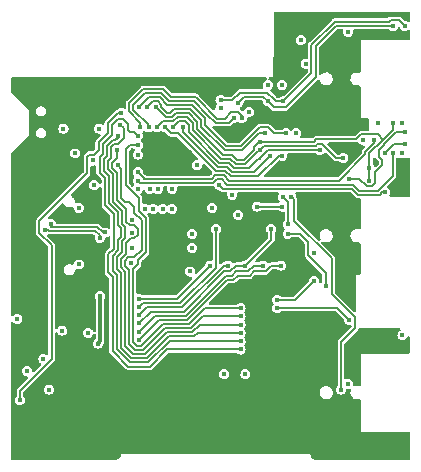
<source format=gbr>
%TF.GenerationSoftware,KiCad,Pcbnew,(6.99.0-1793-ga56955443f)*%
%TF.CreationDate,2022-12-11T18:47:06+00:00*%
%TF.ProjectId,Watchy-MrT-ESP32-S3-V1,57617463-6879-42d4-9d72-542d45535033,rev?*%
%TF.SameCoordinates,Original*%
%TF.FileFunction,Copper,L4,Bot*%
%TF.FilePolarity,Positive*%
%FSLAX46Y46*%
G04 Gerber Fmt 4.6, Leading zero omitted, Abs format (unit mm)*
G04 Created by KiCad (PCBNEW (6.99.0-1793-ga56955443f)) date 2022-12-11 18:47:06*
%MOMM*%
%LPD*%
G01*
G04 APERTURE LIST*
%TA.AperFunction,ViaPad*%
%ADD10C,0.450000*%
%TD*%
%TA.AperFunction,ViaPad*%
%ADD11C,0.600000*%
%TD*%
%TA.AperFunction,Conductor*%
%ADD12C,0.150000*%
%TD*%
%TA.AperFunction,Conductor*%
%ADD13C,0.300000*%
%TD*%
G04 APERTURE END LIST*
D10*
%TO.N,GND*%
X142900000Y-66500000D03*
X141200000Y-67300000D03*
X136300000Y-61900000D03*
X135400000Y-61600000D03*
X126400000Y-84500000D03*
X116200000Y-81000000D03*
X139300000Y-91200000D03*
X140100000Y-91200000D03*
X140900000Y-91200000D03*
X141700000Y-91200000D03*
X142600000Y-91200000D03*
X142600000Y-92800000D03*
X141700000Y-92800000D03*
X140900000Y-92800000D03*
X140000000Y-92800000D03*
X139100000Y-92800000D03*
X138200000Y-92800000D03*
X137300000Y-92800000D03*
X136400000Y-92800000D03*
X135500000Y-92800000D03*
X136000000Y-69000000D03*
X140600000Y-55600000D03*
X141200000Y-55600000D03*
X114000000Y-72200000D03*
X113600000Y-72900000D03*
X114400000Y-72900000D03*
X115200000Y-70900000D03*
X116800000Y-71000000D03*
%TO.N,VCC*%
X116900000Y-83400000D03*
X117100000Y-79400000D03*
X115000000Y-67300000D03*
%TO.N,I2C_SDA*%
X127600000Y-86000000D03*
%TO.N,I2C_SCL*%
X129400000Y-86000000D03*
%TO.N,GND*%
X114000000Y-91100000D03*
X114000000Y-92000000D03*
X111300000Y-90700000D03*
X113800000Y-92800000D03*
X113000000Y-92800000D03*
X112200000Y-92800000D03*
X111400000Y-92800000D03*
X110700000Y-83000000D03*
X111600000Y-83400000D03*
X111600000Y-84100000D03*
X111500000Y-84700000D03*
X110800000Y-84700000D03*
X110100000Y-84700000D03*
D11*
X116000000Y-64200000D03*
X117300000Y-64200000D03*
X114000000Y-87000000D03*
X123000000Y-85000000D03*
X125000000Y-85000000D03*
X124000000Y-85000000D03*
X124000000Y-86000000D03*
X136000000Y-89000000D03*
X143000000Y-92000000D03*
X142000000Y-92000000D03*
X141000000Y-92000000D03*
X140000000Y-92000000D03*
X119000000Y-90000000D03*
X119000000Y-89000000D03*
X119000000Y-88000000D03*
X120000000Y-88000000D03*
X120000000Y-89000000D03*
X120000000Y-90000000D03*
X121000000Y-90000000D03*
X121000000Y-89000000D03*
X121000000Y-88000000D03*
X122000000Y-88000000D03*
X122000000Y-89000000D03*
X122000000Y-90000000D03*
X123000000Y-90000000D03*
X123000000Y-89000000D03*
X123000000Y-88000000D03*
X124000000Y-88000000D03*
X124000000Y-89000000D03*
X124000000Y-90000000D03*
X126000000Y-90000000D03*
X125000000Y-88000000D03*
X125000000Y-89000000D03*
X125000000Y-90000000D03*
X126000000Y-89000000D03*
X126000000Y-88000000D03*
X127000000Y-88000000D03*
X127000000Y-89000000D03*
X127000000Y-90000000D03*
X128000000Y-90000000D03*
X128000000Y-89000000D03*
X128000000Y-88000000D03*
X129000000Y-88000000D03*
X129000000Y-89000000D03*
X129000000Y-90000000D03*
X130000000Y-90000000D03*
X130000000Y-89000000D03*
X130000000Y-88000000D03*
X131000000Y-88000000D03*
X131000000Y-89000000D03*
X131000000Y-90000000D03*
X133000000Y-90000000D03*
X132000000Y-88000000D03*
X132000000Y-89000000D03*
X132000000Y-90000000D03*
X133000000Y-89000000D03*
X133000000Y-88000000D03*
X134000000Y-88000000D03*
X134000000Y-89000000D03*
X134000000Y-90000000D03*
X134000000Y-91000000D03*
X133000000Y-91000000D03*
X132000000Y-91000000D03*
X131000000Y-91000000D03*
X130000000Y-91000000D03*
X129000000Y-91000000D03*
X128000000Y-91000000D03*
X127000000Y-91000000D03*
X126000000Y-91000000D03*
X125000000Y-91000000D03*
X124000000Y-91000000D03*
X123000000Y-91000000D03*
X122000000Y-91000000D03*
X121000000Y-91000000D03*
X120000000Y-91000000D03*
X119000000Y-91000000D03*
X118000000Y-91000000D03*
X113000000Y-92000000D03*
X113000000Y-91000000D03*
X113000000Y-90000000D03*
X113000000Y-89000000D03*
X114000000Y-89000000D03*
X114000000Y-90000000D03*
X115000000Y-90000000D03*
X116000000Y-90000000D03*
X117000000Y-90000000D03*
X118000000Y-90000000D03*
X118000000Y-89000000D03*
X117000000Y-89000000D03*
X116000000Y-89000000D03*
X115000000Y-89000000D03*
X115000000Y-88000000D03*
X116000000Y-88000000D03*
X117000000Y-88000000D03*
X118000000Y-88000000D03*
X120000000Y-87000000D03*
X119000000Y-87000000D03*
X118000000Y-87000000D03*
X118000000Y-85000000D03*
X118000000Y-86000000D03*
X119000000Y-86000000D03*
X120000000Y-86000000D03*
X121000000Y-86000000D03*
X121000000Y-87000000D03*
X122000000Y-87000000D03*
X123000000Y-87000000D03*
X124000000Y-87000000D03*
X125000000Y-87000000D03*
X126000000Y-87000000D03*
X127000000Y-87000000D03*
X128000000Y-87000000D03*
X129000000Y-87000000D03*
X130000000Y-87000000D03*
X131000000Y-87000000D03*
X131000000Y-86000000D03*
X132000000Y-86000000D03*
X132000000Y-87000000D03*
X133000000Y-87000000D03*
X133000000Y-86000000D03*
X134000000Y-86000000D03*
X134000000Y-87000000D03*
X135000000Y-87000000D03*
X135000000Y-88000000D03*
X135000000Y-89000000D03*
X135000000Y-90000000D03*
X135000000Y-91000000D03*
X136000000Y-92000000D03*
X135000000Y-92000000D03*
X134000000Y-92000000D03*
X133000000Y-92000000D03*
X132000000Y-92000000D03*
X131000000Y-92000000D03*
X130000000Y-92000000D03*
X129000000Y-92000000D03*
X128000000Y-92000000D03*
X127000000Y-92000000D03*
X126000000Y-92000000D03*
X125000000Y-92000000D03*
X124000000Y-92000000D03*
X123000000Y-92000000D03*
X122000000Y-92000000D03*
X121000000Y-92000000D03*
X120000000Y-92000000D03*
X119000000Y-92000000D03*
X118000000Y-92000000D03*
X114000000Y-79000000D03*
X114000000Y-78000000D03*
X114000000Y-76000000D03*
X115000000Y-66000000D03*
X114000000Y-66000000D03*
X114000000Y-67000000D03*
X113000000Y-67000000D03*
X113000000Y-66000000D03*
X113000000Y-65000000D03*
X113000000Y-64000000D03*
X110000000Y-68000000D03*
X115000000Y-69000000D03*
X114000000Y-68000000D03*
X114000000Y-69000000D03*
X114000000Y-70000000D03*
X112000000Y-70000000D03*
X111000000Y-70000000D03*
X110000000Y-70000000D03*
X110000000Y-69000000D03*
X111000000Y-69000000D03*
X112000000Y-69000000D03*
X113000000Y-68000000D03*
X113000000Y-69000000D03*
X113000000Y-70000000D03*
X113000000Y-71000000D03*
X110000000Y-71000000D03*
X111000000Y-71000000D03*
X112000000Y-71000000D03*
X112000000Y-72000000D03*
X111000000Y-72000000D03*
X110000000Y-72000000D03*
X110000000Y-73000000D03*
X111000000Y-73000000D03*
X111000000Y-74000000D03*
X110000000Y-74000000D03*
X110000000Y-75000000D03*
X111000000Y-75000000D03*
X112000000Y-75000000D03*
X112000000Y-76000000D03*
X111000000Y-76000000D03*
X110000000Y-76000000D03*
X110000000Y-77000000D03*
X111000000Y-77000000D03*
X112000000Y-77000000D03*
X112000000Y-78000000D03*
X111000000Y-78000000D03*
X110000000Y-78000000D03*
X110000000Y-79000000D03*
X111000000Y-79000000D03*
X112000000Y-79000000D03*
X112000000Y-80000000D03*
X111000000Y-80000000D03*
X110000000Y-80000000D03*
X117100000Y-75300000D03*
X115200000Y-80400000D03*
X116100000Y-79800000D03*
X117100000Y-78300000D03*
X117100000Y-77300000D03*
X136200000Y-72800000D03*
X136800000Y-75200000D03*
X132100000Y-75200000D03*
X133100000Y-75200000D03*
X128800000Y-74200000D03*
X128800000Y-75200000D03*
X127900000Y-75200000D03*
X129800000Y-75200000D03*
X135400000Y-81300000D03*
X135100000Y-83000000D03*
X135100000Y-84000000D03*
X134200000Y-84000000D03*
X134200000Y-83000000D03*
X133300000Y-83000000D03*
X133300000Y-84000000D03*
X132300000Y-84000000D03*
X132300000Y-83000000D03*
X131300000Y-81000000D03*
X131300000Y-82000000D03*
X131300000Y-83000000D03*
X131300000Y-84000000D03*
X130300000Y-84000000D03*
X130300000Y-83000000D03*
X130300000Y-82000000D03*
X130300000Y-81000000D03*
X130300000Y-80000000D03*
X137200000Y-82400000D03*
X139300000Y-83600000D03*
X140400000Y-83600000D03*
X141400000Y-83600000D03*
X138400000Y-77600000D03*
X138400000Y-76400000D03*
X138400000Y-75300000D03*
X138000000Y-73900000D03*
X137300000Y-72900000D03*
X138600000Y-72900000D03*
D10*
X134500000Y-67600000D03*
X126500000Y-71200000D03*
D11*
X130700000Y-70900000D03*
X131600000Y-71100000D03*
X132600000Y-69000000D03*
X139300000Y-65100000D03*
X138300000Y-65100000D03*
X137400000Y-65100000D03*
X135100000Y-64500000D03*
X135100000Y-63400000D03*
X135100000Y-65600000D03*
X138700000Y-62000000D03*
X137600000Y-62000000D03*
X137600000Y-60800000D03*
X136500000Y-59600000D03*
X137600000Y-59600000D03*
X138700000Y-59600000D03*
X132300000Y-58800000D03*
X132300000Y-59600000D03*
X133100000Y-59600000D03*
D10*
X138000000Y-55600000D03*
X142800000Y-57200000D03*
%TO.N,+3V3*%
X125300000Y-68300000D03*
%TO.N,GND*%
X136000000Y-68400000D03*
%TO.N,Net-(D1-K)*%
X133000000Y-74100000D03*
X136200000Y-78500000D03*
%TO.N,+3V3*%
X142700000Y-82700000D03*
X138100000Y-86800000D03*
X135200000Y-75700000D03*
X124700000Y-77300000D03*
%TO.N,BAT_ADC*%
X110300000Y-88200000D03*
%TO.N,+BATT*%
X133700000Y-65600000D03*
X128800000Y-72500000D03*
%TO.N,VBUS*%
X115300000Y-71900000D03*
X115300000Y-76700000D03*
%TO.N,+BATT*%
X112800000Y-87300000D03*
X116100000Y-82500000D03*
X110900000Y-85700000D03*
%TO.N,VBUS*%
X112300000Y-84700000D03*
X110100000Y-81300000D03*
X113900000Y-82300000D03*
%TO.N,BTN3*%
X137500000Y-87300000D03*
%TO.N,BTN2*%
X133000000Y-73300000D03*
%TO.N,BTN3*%
X133300000Y-71000000D03*
%TO.N,BTN2*%
X132600000Y-71000000D03*
%TO.N,RTC_INT*%
X132524502Y-71800000D03*
X130400000Y-71800000D03*
%TO.N,GND*%
X126100000Y-62600000D03*
X126600000Y-63100000D03*
X126600000Y-62600000D03*
%TO.N,I2C_SCL*%
X141900000Y-56500000D03*
%TO.N,I2C_SDA*%
X142900000Y-56500000D03*
%TO.N,+3V3*%
X131300000Y-61500000D03*
X132500000Y-61500000D03*
X138100000Y-57000000D03*
X134100000Y-57700000D03*
X134500000Y-59700000D03*
%TO.N,GND*%
X138800000Y-66900000D03*
%TO.N,/MCU_Sheet/PREVGH*%
X131600000Y-73700000D03*
%TO.N,/MCU_Sheet/RESE*%
X138200000Y-81400000D03*
%TO.N,/MCU_Sheet/GDR*%
X135200000Y-78100000D03*
%TO.N,/MCU_Sheet/RESE*%
X132100000Y-80400000D03*
%TO.N,/MCU_Sheet/GDR*%
X132100000Y-79700000D03*
%TO.N,I2C_SDA*%
X137700000Y-67700000D03*
%TO.N,BTN1*%
X135700000Y-67000500D03*
%TO.N,GND*%
X119200000Y-62600000D03*
X119700000Y-62100000D03*
%TO.N,RTC_INT*%
X132803200Y-65603200D03*
%TO.N,VIB_PWM*%
X131100000Y-65600000D03*
%TO.N,BAT_ADC*%
X118908281Y-63882865D03*
%TO.N,I2C_SCL*%
X130600000Y-66300000D03*
%TO.N,I2C_SDA*%
X130600000Y-67000000D03*
%TO.N,BTN2*%
X131506409Y-67506409D03*
%TO.N,BTN3*%
X132500000Y-67500000D03*
%TO.N,BMP_INT*%
X127200000Y-70000000D03*
%TO.N,RTC_INT*%
X120400000Y-63400000D03*
%TO.N,ACCEL_INT2*%
X120500000Y-65100000D03*
%TO.N,ACCEL_INT1*%
X121200000Y-65100000D03*
%TO.N,VIB_PWM*%
X121100000Y-63400000D03*
%TO.N,I2C_SCL*%
X121800000Y-63400000D03*
%TO.N,I2C_SDA*%
X121900000Y-65100000D03*
%TO.N,BTN3*%
X122600000Y-65100000D03*
%TO.N,BTN1*%
X123300000Y-65100000D03*
%TO.N,BTN2*%
X124100000Y-65100000D03*
%TO.N,I2C_SDA*%
X138200000Y-69450981D03*
%TO.N,+3V3*%
X139400000Y-66200000D03*
X142700000Y-67300000D03*
%TO.N,MAG_DRDY*%
X141900000Y-67300000D03*
%TO.N,+3V3*%
X140600000Y-64700000D03*
%TO.N,MAG_INT*%
X140300000Y-66200000D03*
%TO.N,I2C_SCL*%
X141900000Y-64700000D03*
%TO.N,+3V3*%
X142700000Y-64700000D03*
%TO.N,I2C_SDA*%
X142900000Y-65500000D03*
%TO.N,GND*%
X142900000Y-70600000D03*
%TO.N,BMP_INT*%
X141200000Y-70600000D03*
D11*
%TO.N,GND*%
X121600000Y-76600000D03*
D10*
X117200000Y-61600000D03*
X116200000Y-62100000D03*
X123200000Y-61600000D03*
D11*
X123900000Y-66600000D03*
X121600000Y-75200000D03*
D10*
X115700000Y-61100000D03*
X118700000Y-61600000D03*
X116200000Y-63100000D03*
D11*
X122300000Y-76600000D03*
D10*
X114700000Y-61100000D03*
D11*
X120900000Y-76600000D03*
D10*
X120700000Y-61100000D03*
D11*
X123200000Y-66600000D03*
D10*
X121200000Y-61100000D03*
X114700000Y-62600000D03*
X117200000Y-61100000D03*
X127100000Y-61600000D03*
X127100000Y-61100000D03*
X119200000Y-62100000D03*
X126600000Y-61100000D03*
X127100000Y-62100000D03*
X129100000Y-61100000D03*
X116200000Y-61100000D03*
X119200000Y-61600000D03*
D11*
X123000000Y-75900000D03*
X123700000Y-74500000D03*
D10*
X117700000Y-63100000D03*
X116700000Y-62600000D03*
X128600000Y-61600000D03*
X117700000Y-61600000D03*
D11*
X123700000Y-76600000D03*
D10*
X110200000Y-61600000D03*
X121700000Y-61100000D03*
X114200000Y-61600000D03*
X128100000Y-61100000D03*
D11*
X121600000Y-73800000D03*
X123900000Y-67300000D03*
D10*
X123700000Y-61100000D03*
X115700000Y-63100000D03*
D11*
X122500000Y-66600000D03*
D10*
X114200000Y-62100000D03*
X110100000Y-62100000D03*
D11*
X121800000Y-68700000D03*
X122300000Y-73100000D03*
D10*
X129100000Y-61600000D03*
D11*
X121600000Y-74500000D03*
D10*
X110700000Y-62100000D03*
D11*
X124600000Y-68700000D03*
X123200000Y-68700000D03*
D10*
X118200000Y-61100000D03*
D11*
X122300000Y-73800000D03*
X121100000Y-65900000D03*
D10*
X122700000Y-61100000D03*
D11*
X122500000Y-65900000D03*
D10*
X130100000Y-61600000D03*
X118700000Y-62600000D03*
X130600000Y-61100000D03*
X118200000Y-62100000D03*
D11*
X122300000Y-74500000D03*
X123700000Y-73800000D03*
D10*
X130100000Y-61100000D03*
X116200000Y-61600000D03*
X113700000Y-62100000D03*
X117200000Y-62100000D03*
X113700000Y-61100000D03*
X126100000Y-62100000D03*
D11*
X122500000Y-68000000D03*
D10*
X111700000Y-61100000D03*
X119700000Y-61600000D03*
X110200000Y-61100000D03*
X114700000Y-63100000D03*
D11*
X121600000Y-73100000D03*
D10*
X129700000Y-63000000D03*
D11*
X122300000Y-75900000D03*
D10*
X119700000Y-61100000D03*
X129000000Y-79700000D03*
X112200000Y-61100000D03*
X123200000Y-61100000D03*
X116200000Y-62600000D03*
X115700000Y-61600000D03*
D11*
X123900000Y-68000000D03*
D10*
X124200000Y-61600000D03*
D11*
X123700000Y-75200000D03*
D10*
X125500000Y-72500000D03*
X110700000Y-62600000D03*
X127400000Y-65200000D03*
X115200000Y-62100000D03*
X113200000Y-62100000D03*
X129600000Y-61600000D03*
X124200000Y-61100000D03*
X126100000Y-61100000D03*
X118200000Y-62600000D03*
X122200000Y-61100000D03*
D11*
X121600000Y-75900000D03*
D10*
X117200000Y-63100000D03*
X116700000Y-62100000D03*
D11*
X124600000Y-67300000D03*
X121800000Y-68000000D03*
X121100000Y-68000000D03*
D10*
X124700000Y-61600000D03*
D11*
X121800000Y-65900000D03*
X123200000Y-68000000D03*
D10*
X118200000Y-61600000D03*
D11*
X122500000Y-67300000D03*
D10*
X111200000Y-61100000D03*
X115700000Y-62600000D03*
X126100000Y-61600000D03*
X115200000Y-62600000D03*
D11*
X123900000Y-68700000D03*
D10*
X117700000Y-62100000D03*
X120200000Y-61600000D03*
D11*
X123700000Y-75900000D03*
D10*
X114700000Y-61600000D03*
D11*
X121100000Y-67300000D03*
D10*
X112710000Y-61600000D03*
X110700000Y-61600000D03*
X127600000Y-62100000D03*
X117700000Y-62600000D03*
X140500000Y-68099500D03*
X128900000Y-65200000D03*
X117200000Y-62600000D03*
X118200000Y-63100000D03*
X119200000Y-61100000D03*
X128100000Y-61600000D03*
X124700000Y-61100000D03*
X115200000Y-61100000D03*
D11*
X122300000Y-75200000D03*
D10*
X127900000Y-65200000D03*
X126600000Y-62100000D03*
X114700000Y-62100000D03*
X115700000Y-62100000D03*
D11*
X121800000Y-67300000D03*
D10*
X113700000Y-61600000D03*
D11*
X124600000Y-68000000D03*
D10*
X110700000Y-61100000D03*
X118700000Y-61100000D03*
X112700000Y-61100000D03*
D11*
X123700000Y-73100000D03*
X121100000Y-66600000D03*
D10*
X127600000Y-61100000D03*
X128400000Y-65200000D03*
X128600000Y-61100000D03*
D11*
X123000000Y-73800000D03*
X123000000Y-74500000D03*
D10*
X116700000Y-61100000D03*
D11*
X123200000Y-67300000D03*
D10*
X113200000Y-61600000D03*
D11*
X123000000Y-75200000D03*
D10*
X126600000Y-61600000D03*
X127600000Y-61600000D03*
X118700000Y-62100000D03*
X129600000Y-61100000D03*
X123700000Y-61600000D03*
X116700000Y-63100000D03*
D11*
X121100000Y-68700000D03*
D10*
X115200000Y-61600000D03*
X116700000Y-61600000D03*
X114200000Y-61100000D03*
X113200000Y-61100000D03*
X115200000Y-63100000D03*
D11*
X123000000Y-76600000D03*
X122500000Y-68700000D03*
D10*
X120200000Y-61100000D03*
D11*
X123000000Y-73100000D03*
D10*
X117700000Y-61100000D03*
D11*
X121800000Y-66600000D03*
D10*
%TO.N,/MCU_Sheet/SPICLK_P*%
X126600000Y-71900000D03*
X123200000Y-70300000D03*
%TO.N,VDD_SPI*%
X119700000Y-76600000D03*
X128300000Y-70800000D03*
%TO.N,+3V3*%
X116500000Y-67900000D03*
X116600000Y-70000000D03*
X117000000Y-65200000D03*
X114000000Y-65200000D03*
X129700000Y-63800000D03*
X127300000Y-63500000D03*
X120300000Y-67400000D03*
%TO.N,/MCU_Sheet/PREVGH*%
X129400000Y-76800000D03*
X120400000Y-81700000D03*
%TO.N,Net-(J1-Pin_18)*%
X132400000Y-76800000D03*
X120400000Y-83100000D03*
%TO.N,Net-(J1-Pin_20)*%
X130900000Y-76800000D03*
X120400000Y-82400000D03*
%TO.N,Net-(J1-Pin_22)*%
X120400000Y-81000000D03*
X127900000Y-76800000D03*
%TO.N,Net-(J1-Pin_24)*%
X126400000Y-76800000D03*
X120400000Y-79600000D03*
%TO.N,/MCU_Sheet/PREVGL*%
X126900000Y-73700000D03*
X120400000Y-80300000D03*
%TO.N,/MCU_Sheet/SPICS0*%
X123200000Y-72000000D03*
X121300000Y-70300000D03*
%TO.N,/MCU_Sheet/SPID*%
X122400000Y-72000000D03*
X119800000Y-72900000D03*
%TO.N,/MCU_Sheet/SPIWP*%
X124900000Y-74100000D03*
X120896800Y-72003200D03*
%TO.N,/MCU_Sheet/SPIQ*%
X124900000Y-75300000D03*
X122000000Y-70300000D03*
%TO.N,/MCU_Sheet/SPICLK*%
X119800000Y-74000000D03*
X121600000Y-72000000D03*
%TO.N,/MCU_Sheet/SPIHD*%
X120300000Y-70300000D03*
X119800000Y-75300000D03*
%TO.N,I2C_SCL*%
X131300000Y-62900000D03*
X139900000Y-69600000D03*
X128800000Y-63000000D03*
X139900000Y-68500000D03*
%TO.N,I2C_SDA*%
X132600000Y-62900000D03*
X127300000Y-62800000D03*
%TO.N,D_BUSY*%
X129000000Y-80400000D03*
X120300000Y-66600000D03*
%TO.N,D_RES*%
X118616000Y-68300000D03*
X129000000Y-81100000D03*
%TO.N,D_DC*%
X129000000Y-81800000D03*
X118525732Y-66997604D03*
%TO.N,D_MOSI*%
X120300000Y-65800000D03*
X129000000Y-83900000D03*
%TO.N,D_SCK*%
X118584073Y-65809077D03*
X129000000Y-83200000D03*
%TO.N,D_SS*%
X129000000Y-82500000D03*
X118800000Y-64900000D03*
%TO.N,MAG_INT*%
X120300000Y-68900000D03*
%TO.N,MAG_DRDY*%
X120300000Y-69600000D03*
%TO.N,ACCEL_INT1*%
X128400000Y-64300000D03*
%TO.N,ACCEL_INT2*%
X129100000Y-64300000D03*
%TO.N,USB_N*%
X117529808Y-73993517D03*
X112924320Y-73286401D03*
%TO.N,USB_P*%
X117070188Y-74453137D03*
X112464700Y-73746021D03*
%TD*%
D12*
%TO.N,GND*%
X141993584Y-66500000D02*
X141200000Y-67293584D01*
X141200000Y-67293584D02*
X141200000Y-67300000D01*
X142900000Y-66500000D02*
X141993584Y-66500000D01*
%TO.N,I2C_SDA*%
X142194296Y-65500000D02*
X142900000Y-65500000D01*
X141149030Y-66545266D02*
X142194296Y-65500000D01*
X141149030Y-66551682D02*
X141149030Y-66545266D01*
X140700000Y-67000712D02*
X141149030Y-66551682D01*
X140700000Y-67593084D02*
X140700000Y-67000712D01*
X141000000Y-68305916D02*
X141000000Y-67893084D01*
X140400000Y-69806416D02*
X140400000Y-68905916D01*
X139693095Y-70099511D02*
X140106905Y-70099511D01*
X140106905Y-70099511D02*
X140400000Y-69806416D01*
X141000000Y-67893084D02*
X140700000Y-67593084D01*
X139044565Y-69450981D02*
X139693095Y-70099511D01*
X138200000Y-69450981D02*
X139044565Y-69450981D01*
X140400000Y-68905916D02*
X141000000Y-68305916D01*
D13*
%TO.N,VCC*%
X117100000Y-83200000D02*
X116900000Y-83400000D01*
X117100000Y-79400000D02*
X117100000Y-83200000D01*
D12*
%TO.N,Net-(D1-K)*%
X134000000Y-74100000D02*
X133000000Y-74100000D01*
X134700000Y-75906416D02*
X134700000Y-74800000D01*
X136200000Y-77406416D02*
X134700000Y-75906416D01*
X136200000Y-78500000D02*
X136200000Y-77406416D01*
X134700000Y-74800000D02*
X134000000Y-74100000D01*
%TO.N,BTN3*%
X133499511Y-71199511D02*
X133300000Y-71000000D01*
X136700000Y-76200000D02*
X133499511Y-72999511D01*
X138699511Y-81193095D02*
X136700000Y-79193584D01*
X136700000Y-79193584D02*
X136700000Y-76200000D01*
X137500000Y-83300000D02*
X138699511Y-82100489D01*
X138699511Y-82100489D02*
X138699511Y-81193095D01*
X133499511Y-72999511D02*
X133499511Y-71199511D01*
X137500000Y-87300000D02*
X137500000Y-83300000D01*
%TO.N,BAT_ADC*%
X110300000Y-87406416D02*
X110300000Y-88200000D01*
X113000000Y-84706416D02*
X110300000Y-87406416D01*
X113000000Y-75100000D02*
X113000000Y-84706416D01*
X111965189Y-74065189D02*
X113000000Y-75100000D01*
X111965189Y-73034811D02*
X111965189Y-74065189D01*
X116000000Y-69000000D02*
X111965189Y-73034811D01*
X116000000Y-67600000D02*
X116000000Y-69000000D01*
X116977664Y-66356368D02*
X116977663Y-67022337D01*
X116600000Y-67400000D02*
X116200000Y-67400000D01*
X117735043Y-65598989D02*
X116977664Y-66356368D01*
X117735043Y-64764245D02*
X117735043Y-65598989D01*
X116200000Y-67400000D02*
X116000000Y-67600000D01*
X118616424Y-63882865D02*
X117735043Y-64764245D01*
X116977663Y-67022337D02*
X116600000Y-67400000D01*
X118908281Y-63882865D02*
X118616424Y-63882865D01*
%TO.N,BTN2*%
X132600000Y-71006416D02*
X132600000Y-71000000D01*
X133024013Y-71430429D02*
X132600000Y-71006416D01*
X133024013Y-73275987D02*
X133024013Y-71430429D01*
X133000000Y-73300000D02*
X133024013Y-73275987D01*
%TO.N,RTC_INT*%
X130400000Y-71800000D02*
X132524502Y-71800000D01*
%TO.N,BTN3*%
X122600000Y-65106416D02*
X122600000Y-65100000D01*
X123093584Y-65600000D02*
X122600000Y-65106416D01*
X124800000Y-66687518D02*
X123712482Y-65600000D01*
X124800000Y-66700000D02*
X124800000Y-66687518D01*
X132219234Y-67500000D02*
X130467794Y-69251440D01*
X132500000Y-67500000D02*
X132219234Y-67500000D01*
X123712482Y-65600000D02*
X123093584Y-65600000D01*
X130467794Y-69251440D02*
X128151440Y-69251440D01*
X128151440Y-69251440D02*
X127701450Y-68801450D01*
X127701450Y-68801450D02*
X126913932Y-68801450D01*
X126913932Y-68801450D02*
X124812482Y-66700000D01*
X124812482Y-66700000D02*
X124800000Y-66700000D01*
%TO.N,BTN2*%
X127846225Y-68451930D02*
X127058708Y-68451930D01*
X124100000Y-65493222D02*
X124100000Y-65100000D01*
X128296215Y-68901920D02*
X127846225Y-68451930D01*
X130110898Y-68901920D02*
X128296215Y-68901920D01*
X127058708Y-68451930D02*
X124100000Y-65493222D01*
X131506409Y-67506409D02*
X130110898Y-68901920D01*
%TO.N,I2C_SDA*%
X142400489Y-56000489D02*
X142900000Y-56500000D01*
X141693095Y-56000489D02*
X142400489Y-56000489D01*
X141543104Y-56150480D02*
X141693095Y-56000489D01*
X136949520Y-56150480D02*
X141543104Y-56150480D01*
X134999511Y-58100489D02*
X136949520Y-56150480D01*
X134999511Y-60500489D02*
X134999511Y-58100489D01*
X132600000Y-62900000D02*
X134999511Y-60500489D01*
%TO.N,I2C_SCL*%
X137100000Y-56500000D02*
X141900000Y-56500000D01*
X136994296Y-56600000D02*
X137000000Y-56600000D01*
X135349030Y-58245266D02*
X136994296Y-56600000D01*
X135349031Y-60857385D02*
X135349030Y-58245266D01*
X132806905Y-63399511D02*
X135349031Y-60857385D01*
X131799511Y-63399511D02*
X132806905Y-63399511D01*
X131300000Y-62900000D02*
X131799511Y-63399511D01*
X137000000Y-56600000D02*
X137100000Y-56500000D01*
%TO.N,/MCU_Sheet/PREVGH*%
X131600000Y-73700000D02*
X131600000Y-74600000D01*
X131600000Y-74600000D02*
X129400000Y-76800000D01*
%TO.N,/MCU_Sheet/RESE*%
X137200000Y-80400000D02*
X138200000Y-81400000D01*
X132100000Y-80400000D02*
X137200000Y-80400000D01*
%TO.N,/MCU_Sheet/GDR*%
X133600000Y-79700000D02*
X135200000Y-78100000D01*
X132100000Y-79700000D02*
X133600000Y-79700000D01*
%TO.N,I2C_SCL*%
X140600489Y-65700489D02*
X141050000Y-66150000D01*
X139193095Y-65700489D02*
X140600489Y-65700489D01*
X138793584Y-66100000D02*
X139193095Y-65700489D01*
X135399788Y-66100000D02*
X138793584Y-66100000D01*
X135198827Y-66300961D02*
X135399788Y-66100000D01*
X130600000Y-66300000D02*
X130600961Y-66300961D01*
X130600961Y-66300961D02*
X135198827Y-66300961D01*
%TO.N,MAG_INT*%
X140300000Y-66405705D02*
X140300000Y-66200000D01*
X139550481Y-67155223D02*
X140300000Y-66405705D01*
X139550480Y-67394085D02*
X139550481Y-67155223D01*
X137343604Y-69600961D02*
X139550480Y-67394085D01*
X128001672Y-69600960D02*
X137343604Y-69600961D01*
X127551680Y-69150969D02*
X128001672Y-69600960D01*
X126848318Y-69150970D02*
X127551680Y-69150969D01*
X126548319Y-69450969D02*
X126848318Y-69150970D01*
X120850969Y-69450969D02*
X126548319Y-69450969D01*
X120800000Y-69400000D02*
X120850969Y-69450969D01*
X120800000Y-69393584D02*
X120800000Y-69400000D01*
X120306416Y-68900000D02*
X120800000Y-69393584D01*
X120300000Y-68900000D02*
X120306416Y-68900000D01*
%TO.N,MAG_DRDY*%
X141900000Y-69193584D02*
X141900000Y-67300000D01*
X140643104Y-70450480D02*
X141900000Y-69193584D01*
X139044775Y-70450480D02*
X140643104Y-70450480D01*
X127800000Y-69900000D02*
X127850480Y-69950480D01*
X127800000Y-69893584D02*
X127800000Y-69900000D01*
X127406905Y-69500489D02*
X127800000Y-69893584D01*
X127850480Y-69950480D02*
X138544777Y-69950481D01*
X126993095Y-69500489D02*
X127406905Y-69500489D01*
X138544777Y-69950481D02*
X139044775Y-70450480D01*
X120300000Y-69600000D02*
X120500489Y-69800489D01*
X120500489Y-69800489D02*
X126693095Y-69800489D01*
X126693095Y-69800489D02*
X126993095Y-69500489D01*
%TO.N,BMP_INT*%
X140800000Y-70800000D02*
X141000000Y-70600000D01*
X138400000Y-70300000D02*
X138900000Y-70800000D01*
X141000000Y-70600000D02*
X141200000Y-70600000D01*
X127200000Y-70000000D02*
X127500000Y-70300000D01*
X127500000Y-70300000D02*
X138400000Y-70300000D01*
X138900000Y-70800000D02*
X140800000Y-70800000D01*
%TO.N,I2C_SDA*%
X137105916Y-67700000D02*
X137700000Y-67700000D01*
X135906905Y-66500989D02*
X137105916Y-67700000D01*
X135493095Y-66500989D02*
X135906905Y-66500989D01*
X135343603Y-66650481D02*
X135493095Y-66500989D01*
X130955936Y-66650480D02*
X135343603Y-66650481D01*
X130606416Y-67000000D02*
X130955936Y-66650480D01*
X130600000Y-67000000D02*
X130606416Y-67000000D01*
%TO.N,BTN1*%
X130606416Y-67700000D02*
X130600000Y-67700000D01*
X131306416Y-67000000D02*
X130606416Y-67700000D01*
X135699500Y-67000000D02*
X131306416Y-67000000D01*
X135700000Y-67000500D02*
X135699500Y-67000000D01*
%TO.N,I2C_SCL*%
X141900000Y-65300000D02*
X141050000Y-66150000D01*
X141050000Y-66150000D02*
X140799511Y-66400489D01*
%TO.N,RTC_INT*%
X120400000Y-63393584D02*
X120400000Y-63400000D01*
X121242615Y-62550969D02*
X120400000Y-63393584D01*
X122151680Y-62550969D02*
X121242615Y-62550969D01*
X122802633Y-63201922D02*
X122151680Y-62550969D01*
X123510449Y-63201921D02*
X122802633Y-63201922D01*
X124885522Y-63201923D02*
X123510449Y-63201921D01*
X125997591Y-64313995D02*
X124885522Y-63201923D01*
X128999288Y-66700000D02*
X127778258Y-66700000D01*
X131306416Y-65100000D02*
X130599289Y-65100000D01*
X130599289Y-65100000D02*
X128999288Y-66700000D01*
X127778258Y-66700000D02*
X125997590Y-64919332D01*
X131809616Y-65603200D02*
X131306416Y-65100000D01*
X125997590Y-64919332D02*
X125997591Y-64313995D01*
X132803200Y-65603200D02*
X131809616Y-65603200D01*
%TO.N,VIB_PWM*%
X121100000Y-63393584D02*
X121100000Y-63400000D01*
X121593095Y-62900489D02*
X121100000Y-63393584D01*
X122006905Y-62900489D02*
X121593095Y-62900489D01*
X122299511Y-63193095D02*
X122006905Y-62900489D01*
X122787880Y-63900000D02*
X122299511Y-63411631D01*
X123017112Y-63900000D02*
X122787880Y-63900000D01*
X123365672Y-63551441D02*
X123017112Y-63900000D01*
X124740745Y-63551442D02*
X123365672Y-63551441D01*
X125648071Y-64458770D02*
X124740745Y-63551442D01*
X125648071Y-65064109D02*
X125648071Y-64458770D01*
X122299511Y-63411631D02*
X122299511Y-63193095D01*
X127637813Y-67053851D02*
X125648071Y-65064109D01*
X129139733Y-67053851D02*
X127637813Y-67053851D01*
X130593584Y-65600000D02*
X131100000Y-65600000D01*
X130593584Y-65600000D02*
X129139733Y-67053851D01*
%TO.N,ACCEL_INT2*%
X129100000Y-64100000D02*
X129100000Y-64300000D01*
X128800000Y-63800000D02*
X129100000Y-64100000D01*
X128193584Y-63800000D02*
X128800000Y-63800000D01*
X127642615Y-64350969D02*
X128193584Y-63800000D01*
X127023154Y-64350969D02*
X127642615Y-64350969D01*
X125286096Y-62613909D02*
X127023154Y-64350969D01*
X125286096Y-62613905D02*
X125286096Y-62613909D01*
X123092184Y-62502882D02*
X125175072Y-62502881D01*
X125175072Y-62502881D02*
X125286096Y-62613905D01*
X122439784Y-61850481D02*
X123092184Y-62502882D01*
X120748807Y-61850481D02*
X122439784Y-61850481D01*
X119550970Y-63048318D02*
X120748807Y-61850481D01*
X119550969Y-63751680D02*
X119550970Y-63048318D01*
X120500000Y-64700712D02*
X119550969Y-63751680D01*
X120500000Y-65100000D02*
X120500000Y-64700712D01*
%TO.N,ACCEL_INT1*%
X127999511Y-64700489D02*
X128400000Y-64300000D01*
X126878380Y-64700489D02*
X127999511Y-64700489D01*
X126188946Y-64011055D02*
X126878380Y-64700489D01*
X122947408Y-62852402D02*
X125030299Y-62852403D01*
X122295007Y-62200000D02*
X122947408Y-62852402D01*
X120893584Y-62200000D02*
X122295007Y-62200000D01*
X119900489Y-63193095D02*
X120893584Y-62200000D01*
X125030299Y-62852403D02*
X126188946Y-64011055D01*
X121200000Y-64906416D02*
X119900489Y-63606905D01*
X119900489Y-63606905D02*
X119900489Y-63193095D01*
X121200000Y-65100000D02*
X121200000Y-64906416D01*
%TO.N,I2C_SCL*%
X121800000Y-63406416D02*
X121800000Y-63400000D01*
X122644553Y-64250969D02*
X121800000Y-63406416D01*
X123160439Y-64250969D02*
X122644553Y-64250969D01*
X124595968Y-63900961D02*
X123510450Y-63900960D01*
X125298551Y-64603545D02*
X124595968Y-63900961D01*
X123510450Y-63900960D02*
X123160439Y-64250969D01*
X125298551Y-65208885D02*
X125298551Y-64603545D01*
X127493036Y-67403370D02*
X125298551Y-65208885D01*
X128280556Y-67403373D02*
X127493036Y-67403370D01*
X128730542Y-67853360D02*
X128280556Y-67403373D01*
X129245928Y-67853360D02*
X128730542Y-67853360D01*
X130100000Y-66999288D02*
X129245928Y-67853360D01*
X130100000Y-66793584D02*
X130100000Y-66999288D01*
X130593584Y-66300000D02*
X130100000Y-66793584D01*
X130600000Y-66300000D02*
X130593584Y-66300000D01*
%TO.N,I2C_SDA*%
X130600000Y-67000000D02*
X130600000Y-67100000D01*
X130493584Y-67100000D02*
X130600000Y-67000000D01*
X129390704Y-68202880D02*
X130493584Y-67100000D01*
X128585766Y-68202880D02*
X129390704Y-68202880D01*
X127348260Y-67752890D02*
X128135779Y-67752892D01*
X124949030Y-65353660D02*
X127348260Y-67752890D01*
X124949031Y-64748320D02*
X124949030Y-65353660D01*
X124451193Y-64250481D02*
X124949031Y-64748320D01*
X123655225Y-64250480D02*
X124451193Y-64250481D01*
X123305215Y-64600489D02*
X123655225Y-64250480D01*
X122393095Y-64600489D02*
X123305215Y-64600489D01*
X128135779Y-67752892D02*
X128585766Y-68202880D01*
X121900000Y-65093584D02*
X122393095Y-64600489D01*
X121900000Y-65100000D02*
X121900000Y-65093584D01*
%TO.N,BTN1*%
X130600000Y-67700000D02*
X130600000Y-67800000D01*
X130493584Y-67800000D02*
X130600000Y-67700000D01*
X130000000Y-68293584D02*
X130493584Y-67800000D01*
X130000000Y-68300000D02*
X130000000Y-68293584D01*
X129747600Y-68552400D02*
X130000000Y-68300000D01*
X128440990Y-68552400D02*
X129747600Y-68552400D01*
X127991002Y-68102411D02*
X128440990Y-68552400D01*
X127203484Y-68102410D02*
X127991002Y-68102411D01*
X124599511Y-65498437D02*
X127203484Y-68102410D01*
X124599511Y-64893095D02*
X124599511Y-65498437D01*
X124306416Y-64600000D02*
X124599511Y-64893095D01*
X123800000Y-64600000D02*
X124306416Y-64600000D01*
X123300000Y-65100000D02*
X123800000Y-64600000D01*
%TO.N,I2C_SCL*%
X139900000Y-67300000D02*
X139900000Y-68500000D01*
X140500489Y-66699511D02*
X139900000Y-67300000D01*
X140506905Y-66699511D02*
X140500489Y-66699511D01*
X140799511Y-66400489D02*
X140799511Y-66406905D01*
X140799511Y-66406905D02*
X140506905Y-66699511D01*
X141900000Y-64700000D02*
X141900000Y-65300000D01*
%TO.N,/MCU_Sheet/PREVGH*%
X121407376Y-80699040D02*
X124195966Y-80699040D01*
X128606416Y-76800000D02*
X129400000Y-76800000D01*
X127595008Y-77300000D02*
X128106416Y-77300000D01*
X124195966Y-80699040D02*
X127595008Y-77300000D01*
X120406416Y-81700000D02*
X121407376Y-80699040D01*
X128106416Y-77300000D02*
X128606416Y-76800000D01*
X120400000Y-81700000D02*
X120406416Y-81700000D01*
%TO.N,Net-(J1-Pin_18)*%
X120400000Y-83100000D02*
X120406416Y-83100000D01*
X128745976Y-77649031D02*
X129751682Y-77649030D01*
X131106905Y-77299511D02*
X131606416Y-76800000D01*
X124485519Y-81398080D02*
X127884560Y-77999040D01*
X127884560Y-77999040D02*
X128395970Y-77999038D01*
X122108336Y-81398080D02*
X124485519Y-81398080D01*
X130101200Y-77299511D02*
X131106905Y-77299511D01*
X131606416Y-76800000D02*
X132400000Y-76800000D01*
X129751682Y-77649030D02*
X130101200Y-77299511D01*
X128395970Y-77999038D02*
X128745976Y-77649031D01*
X120406416Y-83100000D02*
X122108336Y-81398080D01*
%TO.N,Net-(J1-Pin_20)*%
X128601201Y-77299511D02*
X129606905Y-77299511D01*
X130106416Y-76800000D02*
X130900000Y-76800000D01*
X121757856Y-81048560D02*
X124340745Y-81048559D01*
X127739784Y-77649520D02*
X128251193Y-77649519D01*
X124340745Y-81048559D02*
X127739784Y-77649520D01*
X128251193Y-77649519D02*
X128601201Y-77299511D01*
X129606905Y-77299511D02*
X130106416Y-76800000D01*
X120400000Y-82400000D02*
X120406416Y-82400000D01*
X120406416Y-82400000D02*
X121757856Y-81048560D01*
%TO.N,Net-(J1-Pin_22)*%
X121056896Y-80349520D02*
X124051191Y-80349520D01*
X120400000Y-81000000D02*
X120406416Y-81000000D01*
X120406416Y-81000000D02*
X121056896Y-80349520D01*
X127600712Y-76800000D02*
X127900000Y-76800000D01*
X124051191Y-80349520D02*
X127600712Y-76800000D01*
%TO.N,Net-(J1-Pin_24)*%
X120400000Y-79600000D02*
X123600000Y-79600000D01*
X123600000Y-79600000D02*
X126400000Y-76800000D01*
%TO.N,/MCU_Sheet/PREVGL*%
X123906416Y-80000000D02*
X126900000Y-77006416D01*
X120700000Y-80000000D02*
X123906416Y-80000000D01*
X120400000Y-80300000D02*
X120700000Y-80000000D01*
X126900000Y-77006416D02*
X126900000Y-73700000D01*
%TO.N,I2C_SCL*%
X130900489Y-62500489D02*
X131300000Y-62900000D01*
X139900000Y-69600000D02*
X139900000Y-68500000D01*
X128800000Y-63000000D02*
X129299511Y-62500489D01*
X129299511Y-62500489D02*
X130900489Y-62500489D01*
%TO.N,I2C_SDA*%
X131800000Y-62693584D02*
X131800000Y-62700000D01*
X128293584Y-62800000D02*
X128942614Y-62150970D01*
X127300000Y-62800000D02*
X128293584Y-62800000D01*
X131800000Y-62700000D02*
X132000000Y-62900000D01*
X131257386Y-62150970D02*
X131800000Y-62693584D01*
X132000000Y-62900000D02*
X132600000Y-62900000D01*
X128942614Y-62150970D02*
X131257386Y-62150970D01*
%TO.N,D_BUSY*%
X119300000Y-66900000D02*
X119300000Y-70006416D01*
X119300000Y-70006416D02*
X120397289Y-71103705D01*
X124630297Y-81747599D02*
X125977896Y-80400000D01*
X120397289Y-72210105D02*
X121000000Y-72812816D01*
X119900489Y-77105927D02*
X119900489Y-83306905D01*
X122458817Y-81747599D02*
X124630297Y-81747599D01*
X120606905Y-83599511D02*
X122458817Y-81747599D01*
X120397289Y-71103705D02*
X120397289Y-72210105D01*
X120325489Y-76680927D02*
X119900489Y-77105927D01*
X121000000Y-72812816D02*
X121000000Y-75687518D01*
X120193095Y-83599511D02*
X120606905Y-83599511D01*
X120300000Y-66600000D02*
X119600000Y-66600000D01*
X119900489Y-83306905D02*
X120193095Y-83599511D01*
X121000000Y-75687518D02*
X120325489Y-76362029D01*
X125977896Y-80400000D02*
X129000000Y-80400000D01*
X120325489Y-76362029D02*
X120325489Y-76680927D01*
X119600000Y-66600000D02*
X119300000Y-66900000D01*
%TO.N,D_RES*%
X120048320Y-83949031D02*
X119550969Y-83451680D01*
X120000000Y-72307112D02*
X120000000Y-71853208D01*
X119546303Y-71399511D02*
X119193095Y-71399511D01*
X122603594Y-82097118D02*
X124775072Y-82097119D01*
X129000000Y-81100000D02*
X125772192Y-81100000D01*
X120751682Y-83949030D02*
X120048320Y-83949031D01*
X125772192Y-81100000D02*
X124775072Y-82097119D01*
X118900489Y-71106905D02*
X118900489Y-68584489D01*
X122603594Y-82097118D02*
X120751682Y-83949030D01*
X118900489Y-68584489D02*
X118616000Y-68300000D01*
X119550969Y-83451680D02*
X119550969Y-77157385D01*
X119193095Y-71399511D02*
X118900489Y-71106905D01*
X119200489Y-76393095D02*
X119493095Y-76100489D01*
X119200489Y-76806905D02*
X119200489Y-76393095D01*
X119999511Y-76100489D02*
X120650480Y-75449520D01*
X119493095Y-76100489D02*
X119999511Y-76100489D01*
X119550969Y-77157385D02*
X119200489Y-76806905D01*
X120650480Y-72957592D02*
X120000000Y-72307112D01*
X120650480Y-75449520D02*
X120650480Y-72957592D01*
X120000000Y-71853208D02*
X119546303Y-71399511D01*
%TO.N,D_DC*%
X118550970Y-71251682D02*
X119048319Y-71749030D01*
X118116489Y-68506905D02*
X118550970Y-68941386D01*
X125566488Y-81800000D02*
X129000000Y-81800000D01*
X124919847Y-82446639D02*
X125566488Y-81800000D01*
X119201449Y-83596455D02*
X119903543Y-84298550D01*
X119300489Y-75798800D02*
X118850969Y-76248320D01*
X120300960Y-73693566D02*
X120300960Y-74205456D01*
X119903543Y-84298550D02*
X120896457Y-84298550D01*
X122748370Y-82446638D02*
X124919847Y-82446639D01*
X119300489Y-72000489D02*
X119300489Y-73106905D01*
X118525732Y-66997604D02*
X118525732Y-67683852D01*
X119593095Y-73399511D02*
X120006905Y-73399511D01*
X118550970Y-68941386D02*
X118550970Y-71251682D01*
X119300489Y-73106905D02*
X119593095Y-73399511D01*
X120006905Y-74499511D02*
X119700489Y-74499511D01*
X120300960Y-74205456D02*
X120006905Y-74499511D01*
X120896457Y-84298550D02*
X122748370Y-82446638D01*
X119300489Y-74899511D02*
X119300489Y-75798800D01*
X118850969Y-76248320D02*
X118850970Y-76951682D01*
X119049030Y-71749030D02*
X119300489Y-72000489D01*
X119201449Y-77302161D02*
X119201449Y-83596455D01*
X119700489Y-74499511D02*
X119300489Y-74899511D01*
X120006905Y-73399511D02*
X120300960Y-73693566D01*
X118525732Y-67683852D02*
X118116489Y-68093095D01*
X118850970Y-76951682D02*
X119201449Y-77302161D01*
X118116489Y-68093095D02*
X118116489Y-68506905D01*
X119048319Y-71749030D02*
X119049030Y-71749030D01*
%TO.N,D_MOSI*%
X118152891Y-77736491D02*
X118152891Y-84030784D01*
X117502412Y-69375716D02*
X117502411Y-71686009D01*
X118084562Y-64909022D02*
X118084562Y-65743766D01*
X120000000Y-65500000D02*
X119600000Y-65500000D01*
X117327183Y-66501145D02*
X117327181Y-67372819D01*
X122777896Y-83900000D02*
X129000000Y-83900000D01*
X120300000Y-65800000D02*
X120000000Y-65500000D01*
X118152891Y-84030784D02*
X119469214Y-85347107D01*
X117800000Y-77383600D02*
X118152891Y-77736491D01*
X119433103Y-64826687D02*
X119006905Y-64400489D01*
X118084562Y-65743766D02*
X117327183Y-66501145D01*
X121330784Y-85347109D02*
X122777896Y-83900000D01*
X117067929Y-67632071D02*
X117067929Y-68941230D01*
X119006905Y-64400489D02*
X118593095Y-64400489D01*
X118593095Y-64400489D02*
X118084562Y-64909022D01*
X119433103Y-65333103D02*
X119433103Y-64826687D01*
X117067929Y-68941230D02*
X117502412Y-69375716D01*
X117327181Y-67372819D02*
X117067929Y-67632071D01*
X118251929Y-72435529D02*
X118251930Y-75364473D01*
X119600000Y-65500000D02*
X119433103Y-65333103D01*
X119469214Y-85347107D02*
X121330784Y-85347109D01*
X118251930Y-75364473D02*
X117800000Y-75816403D01*
X117502411Y-71686009D02*
X118251929Y-72435529D01*
X117800000Y-75816403D02*
X117800000Y-77383600D01*
%TO.N,D_SCK*%
X118502410Y-83886006D02*
X118502411Y-77591715D01*
X117676702Y-66645922D02*
X118174050Y-66148574D01*
X128945679Y-83145679D02*
X123037921Y-83145679D01*
X117851931Y-71541234D02*
X117851931Y-69230939D01*
X117851931Y-69230939D02*
X117417449Y-68796455D01*
X118601449Y-75509249D02*
X118601451Y-74609957D01*
X118174050Y-66148574D02*
X118400000Y-66148574D01*
X123037921Y-83145679D02*
X121186010Y-84997589D01*
X118584073Y-65964501D02*
X118584073Y-65809077D01*
X119613991Y-84997588D02*
X118502410Y-83886006D01*
X118151931Y-75958767D02*
X118601449Y-75509249D01*
X118151930Y-77241232D02*
X118151931Y-75958767D01*
X117676701Y-67529004D02*
X117676702Y-66645922D01*
X118601449Y-73396456D02*
X118601449Y-72290753D01*
X118601449Y-72290753D02*
X117851931Y-71541234D01*
X129000000Y-83200000D02*
X128945679Y-83145679D01*
X119613991Y-84997588D02*
X121186010Y-84997589D01*
X117417449Y-68796455D02*
X117417450Y-67788254D01*
X118850480Y-74360929D02*
X118850480Y-73645488D01*
X118601451Y-74609957D02*
X118850480Y-74360929D01*
X118850480Y-73645488D02*
X118601449Y-73396456D01*
X118502411Y-77591715D02*
X118151930Y-77241232D01*
X118400000Y-66148574D02*
X118584073Y-65964501D01*
X117417450Y-67788254D02*
X117676701Y-67529004D01*
%TO.N,D_SS*%
X117766969Y-67933031D02*
X118026221Y-67673779D01*
X118501450Y-76103544D02*
X118950969Y-75654025D01*
X119758768Y-84648069D02*
X118851930Y-83741231D01*
X118950970Y-74754734D02*
X119200000Y-74505704D01*
X118026221Y-67673779D02*
X118026221Y-66790699D01*
X118501450Y-77096457D02*
X118501450Y-76103544D01*
X118950969Y-72145977D02*
X118201451Y-71396459D01*
X118318827Y-66498093D02*
X118601473Y-66498093D01*
X118950969Y-75654025D02*
X118950970Y-74754734D01*
X118201451Y-69086163D02*
X117766969Y-68651680D01*
X118201451Y-71396459D02*
X118201451Y-69086163D01*
X121041235Y-84648069D02*
X119758768Y-84648069D01*
X118026221Y-66790699D02*
X118318827Y-66498093D01*
X125064622Y-82796159D02*
X122893145Y-82796159D01*
X129000000Y-82500000D02*
X125360782Y-82500000D01*
X118851930Y-77446938D02*
X118501450Y-77096457D01*
X119083584Y-65183584D02*
X118800000Y-64900000D01*
X117766969Y-68651680D02*
X117766969Y-67933031D01*
X119083584Y-66015982D02*
X119083584Y-65183584D01*
X125360782Y-82500000D02*
X125064622Y-82796159D01*
X118851930Y-83741231D02*
X118851930Y-77446938D01*
X118950969Y-73251681D02*
X118950969Y-72145977D01*
X119200000Y-74505704D02*
X119200000Y-73500712D01*
X122893145Y-82796159D02*
X121041235Y-84648069D01*
X118601473Y-66498093D02*
X119083584Y-66015982D01*
X119200000Y-73500712D02*
X118950969Y-73251681D01*
%TO.N,USB_N*%
X112924320Y-73498533D02*
X112924320Y-73286401D01*
X112950787Y-73525000D02*
X112924320Y-73498533D01*
X117529808Y-73993517D02*
X117317676Y-73993517D01*
X116849159Y-73525000D02*
X112950787Y-73525000D01*
X117317676Y-73993517D02*
X116849159Y-73525000D01*
%TO.N,USB_P*%
X117070188Y-74453137D02*
X117070188Y-74241005D01*
X116704183Y-73875000D02*
X112805811Y-73875000D01*
X112676832Y-73746021D02*
X112464700Y-73746021D01*
X112805811Y-73875000D02*
X112676832Y-73746021D01*
X117070188Y-74241005D02*
X116704183Y-73875000D01*
%TD*%
%TA.AperFunction,Conductor*%
%TO.N,GND*%
G36*
X131185775Y-60869422D02*
G01*
X131232268Y-60923078D01*
X131242372Y-60993352D01*
X131212878Y-61057932D01*
X131166171Y-61088901D01*
X131166874Y-61090281D01*
X131046780Y-61151472D01*
X130951472Y-61246780D01*
X130890281Y-61366874D01*
X130888731Y-61376663D01*
X130888730Y-61376665D01*
X130879408Y-61435521D01*
X130869196Y-61500000D01*
X130870747Y-61509793D01*
X130884696Y-61597861D01*
X130890281Y-61633126D01*
X130906290Y-61664545D01*
X130920415Y-61692267D01*
X130933519Y-61762044D01*
X130906819Y-61827828D01*
X130848792Y-61868735D01*
X130808148Y-61875470D01*
X128982157Y-61875470D01*
X128957575Y-61873049D01*
X128954785Y-61872494D01*
X128942614Y-61870073D01*
X128915482Y-61875470D01*
X128915481Y-61875470D01*
X128835119Y-61891455D01*
X128793741Y-61919103D01*
X128766992Y-61936976D01*
X128766991Y-61936977D01*
X128743990Y-61952346D01*
X128737099Y-61962659D01*
X128735512Y-61965034D01*
X128719842Y-61984126D01*
X128216373Y-62487595D01*
X128154061Y-62521621D01*
X128127278Y-62524500D01*
X127678438Y-62524500D01*
X127610317Y-62504498D01*
X127589343Y-62487595D01*
X127553220Y-62451472D01*
X127433126Y-62390281D01*
X127423337Y-62388731D01*
X127423335Y-62388730D01*
X127309793Y-62370747D01*
X127300000Y-62369196D01*
X127290207Y-62370747D01*
X127176665Y-62388730D01*
X127176663Y-62388731D01*
X127166874Y-62390281D01*
X127046780Y-62451472D01*
X126951472Y-62546780D01*
X126890281Y-62666874D01*
X126869196Y-62800000D01*
X126870747Y-62809793D01*
X126884212Y-62894805D01*
X126890281Y-62933126D01*
X126951472Y-63053220D01*
X126959157Y-63060905D01*
X126959714Y-63061925D01*
X126964311Y-63068252D01*
X126963493Y-63068846D01*
X126993183Y-63123217D01*
X126988118Y-63194032D01*
X126964016Y-63231534D01*
X126964311Y-63231748D01*
X126960568Y-63236900D01*
X126959157Y-63239095D01*
X126951472Y-63246780D01*
X126890281Y-63366874D01*
X126888731Y-63376663D01*
X126888730Y-63376665D01*
X126878298Y-63442532D01*
X126869196Y-63500000D01*
X126870229Y-63506520D01*
X126850745Y-63572875D01*
X126797089Y-63619368D01*
X126726815Y-63629472D01*
X126662235Y-63599978D01*
X126655652Y-63593849D01*
X125508874Y-62447070D01*
X125493204Y-62427978D01*
X125491611Y-62425594D01*
X125484720Y-62415281D01*
X125472032Y-62406803D01*
X125452940Y-62391133D01*
X125397844Y-62336037D01*
X125382174Y-62316945D01*
X125380587Y-62314570D01*
X125373696Y-62304257D01*
X125350695Y-62288888D01*
X125350694Y-62288887D01*
X125305164Y-62258465D01*
X125282567Y-62243366D01*
X125202205Y-62227381D01*
X125187244Y-62224405D01*
X125187243Y-62224405D01*
X125175072Y-62221984D01*
X125162901Y-62224405D01*
X125162899Y-62224405D01*
X125160109Y-62224960D01*
X125135529Y-62227381D01*
X124774946Y-62227381D01*
X123258491Y-62227382D01*
X123190370Y-62207380D01*
X123169395Y-62190477D01*
X122924374Y-61945455D01*
X122662553Y-61683634D01*
X122646884Y-61664542D01*
X122645299Y-61662170D01*
X122638408Y-61651857D01*
X122615407Y-61636488D01*
X122615406Y-61636487D01*
X122547279Y-61590966D01*
X122439784Y-61569584D01*
X122427613Y-61572005D01*
X122424823Y-61572560D01*
X122400241Y-61574981D01*
X120788350Y-61574981D01*
X120763768Y-61572560D01*
X120760978Y-61572005D01*
X120748807Y-61569584D01*
X120641312Y-61590966D01*
X120573185Y-61636487D01*
X120573184Y-61636488D01*
X120550183Y-61651857D01*
X120543292Y-61662170D01*
X120541705Y-61664545D01*
X120526035Y-61683637D01*
X119384126Y-62825546D01*
X119365034Y-62841216D01*
X119352346Y-62849694D01*
X119336977Y-62872695D01*
X119334600Y-62871106D01*
X119334599Y-62871108D01*
X119336976Y-62872696D01*
X119322205Y-62894803D01*
X119322202Y-62894805D01*
X119322203Y-62894806D01*
X119291455Y-62940823D01*
X119276208Y-63017473D01*
X119270073Y-63048318D01*
X119272494Y-63060489D01*
X119273049Y-63063279D01*
X119275470Y-63087861D01*
X119275469Y-63386793D01*
X119255467Y-63454914D01*
X119201811Y-63501407D01*
X119131537Y-63511510D01*
X119092266Y-63499060D01*
X119060391Y-63482819D01*
X119041407Y-63473146D01*
X119031618Y-63471596D01*
X119031616Y-63471595D01*
X118918074Y-63453612D01*
X118908281Y-63452061D01*
X118898488Y-63453612D01*
X118784946Y-63471595D01*
X118784944Y-63471596D01*
X118775155Y-63473146D01*
X118655061Y-63534337D01*
X118607259Y-63582139D01*
X118542747Y-63616623D01*
X118521100Y-63620929D01*
X118508929Y-63623350D01*
X118481847Y-63641446D01*
X118440802Y-63668871D01*
X118440801Y-63668872D01*
X118417800Y-63684241D01*
X118410909Y-63694554D01*
X118409324Y-63696926D01*
X118393654Y-63716019D01*
X117568196Y-64541476D01*
X117549104Y-64557145D01*
X117536419Y-64565621D01*
X117521050Y-64588622D01*
X117521049Y-64588623D01*
X117475528Y-64656750D01*
X117454146Y-64764245D01*
X117453547Y-64764126D01*
X117436565Y-64821962D01*
X117382909Y-64868455D01*
X117312635Y-64878559D01*
X117258221Y-64856473D01*
X117253220Y-64851472D01*
X117244384Y-64846970D01*
X117244383Y-64846969D01*
X117180690Y-64814516D01*
X117133126Y-64790281D01*
X117123337Y-64788731D01*
X117123335Y-64788730D01*
X117009793Y-64770747D01*
X117000000Y-64769196D01*
X116990207Y-64770747D01*
X116876665Y-64788730D01*
X116876663Y-64788731D01*
X116866874Y-64790281D01*
X116746780Y-64851472D01*
X116651472Y-64946780D01*
X116590281Y-65066874D01*
X116588731Y-65076663D01*
X116588730Y-65076665D01*
X116571765Y-65183782D01*
X116569196Y-65200000D01*
X116570747Y-65209793D01*
X116586574Y-65309719D01*
X116590281Y-65333126D01*
X116651472Y-65453220D01*
X116746780Y-65548528D01*
X116866874Y-65609719D01*
X116876663Y-65611269D01*
X116876665Y-65611270D01*
X116990207Y-65629253D01*
X117000000Y-65630804D01*
X117009793Y-65629253D01*
X117010973Y-65629253D01*
X117079094Y-65649255D01*
X117125587Y-65702911D01*
X117135691Y-65773185D01*
X117106197Y-65837765D01*
X117100068Y-65844348D01*
X116810820Y-66133596D01*
X116791728Y-66149266D01*
X116779040Y-66157744D01*
X116772149Y-66168057D01*
X116763671Y-66180745D01*
X116763670Y-66180746D01*
X116755542Y-66192911D01*
X116755540Y-66192912D01*
X116725044Y-66238553D01*
X116725043Y-66238556D01*
X116718149Y-66248873D01*
X116715729Y-66261040D01*
X116715728Y-66261042D01*
X116703587Y-66322079D01*
X116703166Y-66324196D01*
X116696767Y-66356368D01*
X116699188Y-66368539D01*
X116699743Y-66371329D01*
X116702164Y-66395911D01*
X116702163Y-66856031D01*
X116682161Y-66924152D01*
X116665258Y-66945126D01*
X116522789Y-67087595D01*
X116460477Y-67121621D01*
X116433694Y-67124500D01*
X116239543Y-67124500D01*
X116214963Y-67122079D01*
X116212173Y-67121524D01*
X116212171Y-67121524D01*
X116200000Y-67119103D01*
X116187829Y-67121524D01*
X116172868Y-67124500D01*
X116172867Y-67124500D01*
X116092505Y-67140485D01*
X116064025Y-67159515D01*
X116024378Y-67186006D01*
X116024377Y-67186007D01*
X116001376Y-67201376D01*
X115994485Y-67211689D01*
X115992898Y-67214064D01*
X115977228Y-67233156D01*
X115833156Y-67377228D01*
X115814064Y-67392898D01*
X115801376Y-67401376D01*
X115786007Y-67424377D01*
X115786006Y-67424378D01*
X115782415Y-67429753D01*
X115777394Y-67437267D01*
X115777392Y-67437270D01*
X115747378Y-67482188D01*
X115747377Y-67482190D01*
X115740485Y-67492505D01*
X115725692Y-67566874D01*
X115719103Y-67600000D01*
X115721524Y-67612171D01*
X115722079Y-67614961D01*
X115724500Y-67639543D01*
X115724500Y-68833694D01*
X115704498Y-68901815D01*
X115687595Y-68922789D01*
X111798345Y-72812039D01*
X111779253Y-72827709D01*
X111766565Y-72836187D01*
X111705674Y-72927316D01*
X111689689Y-73007678D01*
X111684292Y-73034811D01*
X111686713Y-73046982D01*
X111687268Y-73049772D01*
X111689689Y-73074354D01*
X111689689Y-74025646D01*
X111687268Y-74050228D01*
X111684292Y-74065189D01*
X111689689Y-74092321D01*
X111689689Y-74092322D01*
X111705674Y-74172684D01*
X111731482Y-74211308D01*
X111750651Y-74239996D01*
X111766565Y-74263813D01*
X111776881Y-74270706D01*
X111776882Y-74270707D01*
X111779253Y-74272291D01*
X111798345Y-74287961D01*
X112687595Y-75177211D01*
X112721621Y-75239523D01*
X112724500Y-75266306D01*
X112724500Y-84233130D01*
X112704498Y-84301251D01*
X112650842Y-84347744D01*
X112580568Y-84357848D01*
X112541297Y-84345397D01*
X112433126Y-84290281D01*
X112423337Y-84288731D01*
X112423335Y-84288730D01*
X112309793Y-84270747D01*
X112300000Y-84269196D01*
X112290207Y-84270747D01*
X112176665Y-84288730D01*
X112176663Y-84288731D01*
X112166874Y-84290281D01*
X112046780Y-84351472D01*
X111951472Y-84446780D01*
X111890281Y-84566874D01*
X111869196Y-84700000D01*
X111870747Y-84709793D01*
X111888492Y-84821828D01*
X111890281Y-84833126D01*
X111951472Y-84953220D01*
X112046780Y-85048528D01*
X112055621Y-85053033D01*
X112056827Y-85053909D01*
X112100180Y-85110132D01*
X112106255Y-85180868D01*
X112071860Y-85244940D01*
X111544348Y-85772452D01*
X111482036Y-85806478D01*
X111411221Y-85801413D01*
X111354385Y-85758866D01*
X111332338Y-85699757D01*
X111330804Y-85700000D01*
X111329605Y-85692429D01*
X111329605Y-85692428D01*
X111329253Y-85690207D01*
X111311270Y-85576665D01*
X111311269Y-85576663D01*
X111309719Y-85566874D01*
X111248528Y-85446780D01*
X111153220Y-85351472D01*
X111033126Y-85290281D01*
X111023337Y-85288731D01*
X111023335Y-85288730D01*
X110909793Y-85270747D01*
X110900000Y-85269196D01*
X110890207Y-85270747D01*
X110776665Y-85288730D01*
X110776663Y-85288731D01*
X110766874Y-85290281D01*
X110646780Y-85351472D01*
X110551472Y-85446780D01*
X110490281Y-85566874D01*
X110488731Y-85576663D01*
X110488730Y-85576665D01*
X110483985Y-85606624D01*
X110469196Y-85700000D01*
X110490281Y-85833126D01*
X110551472Y-85953220D01*
X110646780Y-86048528D01*
X110766874Y-86109719D01*
X110776663Y-86111269D01*
X110776665Y-86111270D01*
X110900000Y-86130804D01*
X110899495Y-86133992D01*
X110951478Y-86149255D01*
X110997971Y-86202911D01*
X111008075Y-86273185D01*
X110978581Y-86337765D01*
X110972452Y-86344348D01*
X110133156Y-87183644D01*
X110114064Y-87199314D01*
X110101376Y-87207792D01*
X110086007Y-87230793D01*
X110083630Y-87229204D01*
X110083629Y-87229206D01*
X110086006Y-87230794D01*
X110068531Y-87256948D01*
X110068528Y-87256950D01*
X110068529Y-87256951D01*
X110062048Y-87266651D01*
X110040485Y-87298921D01*
X110034873Y-87327133D01*
X110019103Y-87406416D01*
X110021524Y-87418587D01*
X110022079Y-87421377D01*
X110024500Y-87445959D01*
X110024500Y-87821562D01*
X110004498Y-87889683D01*
X109987595Y-87910657D01*
X109951472Y-87946780D01*
X109890281Y-88066874D01*
X109888731Y-88076663D01*
X109888730Y-88076665D01*
X109885048Y-88099913D01*
X109869196Y-88200000D01*
X109890281Y-88333126D01*
X109951472Y-88453220D01*
X110046780Y-88548528D01*
X110166874Y-88609719D01*
X110176663Y-88611269D01*
X110176665Y-88611270D01*
X110290207Y-88629253D01*
X110300000Y-88630804D01*
X110309793Y-88629253D01*
X110423335Y-88611270D01*
X110423337Y-88611269D01*
X110433126Y-88609719D01*
X110553220Y-88548528D01*
X110648528Y-88453220D01*
X110709719Y-88333126D01*
X110730804Y-88200000D01*
X110714952Y-88099913D01*
X110711270Y-88076665D01*
X110711269Y-88076663D01*
X110709719Y-88066874D01*
X110648528Y-87946780D01*
X110612405Y-87910657D01*
X110578379Y-87848345D01*
X110575500Y-87821562D01*
X110575500Y-87572722D01*
X110595502Y-87504601D01*
X110612405Y-87483627D01*
X110796032Y-87300000D01*
X112369196Y-87300000D01*
X112370747Y-87309793D01*
X112386051Y-87406416D01*
X112390281Y-87433126D01*
X112451472Y-87553220D01*
X112546780Y-87648528D01*
X112666874Y-87709719D01*
X112676663Y-87711269D01*
X112676665Y-87711270D01*
X112790207Y-87729253D01*
X112800000Y-87730804D01*
X112809793Y-87729253D01*
X112923335Y-87711270D01*
X112923337Y-87711269D01*
X112933126Y-87709719D01*
X113053220Y-87648528D01*
X113113827Y-87587921D01*
X135695619Y-87587921D01*
X135697371Y-87596351D01*
X135697371Y-87596354D01*
X135720929Y-87709719D01*
X135726408Y-87736085D01*
X135796029Y-87870447D01*
X135899320Y-87981044D01*
X135954813Y-88014790D01*
X136021255Y-88055195D01*
X136021258Y-88055196D01*
X136028618Y-88059672D01*
X136174335Y-88100500D01*
X136287658Y-88100500D01*
X136341350Y-88093120D01*
X136391374Y-88086245D01*
X136391377Y-88086244D01*
X136399920Y-88085070D01*
X136462146Y-88058041D01*
X136530813Y-88028215D01*
X136530816Y-88028213D01*
X136538720Y-88024780D01*
X136545404Y-88019342D01*
X136545406Y-88019341D01*
X136634595Y-87946780D01*
X136656108Y-87929278D01*
X136743377Y-87805647D01*
X136768100Y-87736085D01*
X136791168Y-87671177D01*
X136791168Y-87671176D01*
X136794054Y-87663056D01*
X136804381Y-87512079D01*
X136787975Y-87433126D01*
X136775345Y-87372349D01*
X136775344Y-87372346D01*
X136773592Y-87363915D01*
X136703971Y-87229553D01*
X136637183Y-87158041D01*
X136606563Y-87125255D01*
X136600680Y-87118956D01*
X136523111Y-87071785D01*
X136478745Y-87044805D01*
X136478742Y-87044804D01*
X136471382Y-87040328D01*
X136325665Y-86999500D01*
X136212342Y-86999500D01*
X136158650Y-87006880D01*
X136108626Y-87013755D01*
X136108623Y-87013756D01*
X136100080Y-87014930D01*
X136046961Y-87038003D01*
X135969187Y-87071785D01*
X135969184Y-87071787D01*
X135961280Y-87075220D01*
X135954596Y-87080658D01*
X135954594Y-87080659D01*
X135913024Y-87114479D01*
X135843892Y-87170722D01*
X135756623Y-87294353D01*
X135753739Y-87302469D01*
X135753737Y-87302472D01*
X135708832Y-87428823D01*
X135705946Y-87436944D01*
X135695619Y-87587921D01*
X113113827Y-87587921D01*
X113148528Y-87553220D01*
X113209719Y-87433126D01*
X113213950Y-87406416D01*
X113229253Y-87309793D01*
X113230804Y-87300000D01*
X113223985Y-87256948D01*
X113211270Y-87176665D01*
X113211269Y-87176663D01*
X113209719Y-87166874D01*
X113148528Y-87046780D01*
X113053220Y-86951472D01*
X112933126Y-86890281D01*
X112923337Y-86888731D01*
X112923335Y-86888730D01*
X112809793Y-86870747D01*
X112800000Y-86869196D01*
X112790207Y-86870747D01*
X112676665Y-86888730D01*
X112676663Y-86888731D01*
X112666874Y-86890281D01*
X112546780Y-86951472D01*
X112451472Y-87046780D01*
X112390281Y-87166874D01*
X112388731Y-87176663D01*
X112388730Y-87176665D01*
X112376015Y-87256948D01*
X112369196Y-87300000D01*
X110796032Y-87300000D01*
X112096032Y-86000000D01*
X127169196Y-86000000D01*
X127170747Y-86009793D01*
X127186574Y-86109719D01*
X127190281Y-86133126D01*
X127251472Y-86253220D01*
X127346780Y-86348528D01*
X127466874Y-86409719D01*
X127476663Y-86411269D01*
X127476665Y-86411270D01*
X127590207Y-86429253D01*
X127600000Y-86430804D01*
X127609793Y-86429253D01*
X127723335Y-86411270D01*
X127723337Y-86411269D01*
X127733126Y-86409719D01*
X127853220Y-86348528D01*
X127948528Y-86253220D01*
X128009719Y-86133126D01*
X128013427Y-86109719D01*
X128029253Y-86009793D01*
X128030804Y-86000000D01*
X128969196Y-86000000D01*
X128970747Y-86009793D01*
X128986574Y-86109719D01*
X128990281Y-86133126D01*
X129051472Y-86253220D01*
X129146780Y-86348528D01*
X129266874Y-86409719D01*
X129276663Y-86411269D01*
X129276665Y-86411270D01*
X129390207Y-86429253D01*
X129400000Y-86430804D01*
X129409793Y-86429253D01*
X129523335Y-86411270D01*
X129523337Y-86411269D01*
X129533126Y-86409719D01*
X129653220Y-86348528D01*
X129748528Y-86253220D01*
X129809719Y-86133126D01*
X129813427Y-86109719D01*
X129829253Y-86009793D01*
X129830804Y-86000000D01*
X129809719Y-85866874D01*
X129748528Y-85746780D01*
X129653220Y-85651472D01*
X129533126Y-85590281D01*
X129523337Y-85588731D01*
X129523335Y-85588730D01*
X129409793Y-85570747D01*
X129400000Y-85569196D01*
X129390207Y-85570747D01*
X129276665Y-85588730D01*
X129276663Y-85588731D01*
X129266874Y-85590281D01*
X129146780Y-85651472D01*
X129051472Y-85746780D01*
X128990281Y-85866874D01*
X128969196Y-86000000D01*
X128030804Y-86000000D01*
X128009719Y-85866874D01*
X127948528Y-85746780D01*
X127853220Y-85651472D01*
X127733126Y-85590281D01*
X127723337Y-85588731D01*
X127723335Y-85588730D01*
X127609793Y-85570747D01*
X127600000Y-85569196D01*
X127590207Y-85570747D01*
X127476665Y-85588730D01*
X127476663Y-85588731D01*
X127466874Y-85590281D01*
X127346780Y-85651472D01*
X127251472Y-85746780D01*
X127190281Y-85866874D01*
X127169196Y-86000000D01*
X112096032Y-86000000D01*
X113166844Y-84929188D01*
X113185936Y-84913518D01*
X113188307Y-84911934D01*
X113188308Y-84911933D01*
X113198624Y-84905040D01*
X113259515Y-84813911D01*
X113259516Y-84813910D01*
X113280897Y-84706416D01*
X113277921Y-84691454D01*
X113275500Y-84666874D01*
X113275500Y-82536423D01*
X113295502Y-82468302D01*
X113349158Y-82421809D01*
X113419432Y-82411705D01*
X113484012Y-82441199D01*
X113513767Y-82479220D01*
X113551472Y-82553220D01*
X113646780Y-82648528D01*
X113766874Y-82709719D01*
X113776663Y-82711269D01*
X113776665Y-82711270D01*
X113890207Y-82729253D01*
X113900000Y-82730804D01*
X113909793Y-82729253D01*
X114023335Y-82711270D01*
X114023337Y-82711269D01*
X114033126Y-82709719D01*
X114153220Y-82648528D01*
X114248528Y-82553220D01*
X114275645Y-82500000D01*
X115669196Y-82500000D01*
X115670747Y-82509793D01*
X115678736Y-82560231D01*
X115690281Y-82633126D01*
X115751472Y-82753220D01*
X115846780Y-82848528D01*
X115966874Y-82909719D01*
X115976663Y-82911269D01*
X115976665Y-82911270D01*
X116090207Y-82929253D01*
X116100000Y-82930804D01*
X116109793Y-82929253D01*
X116223335Y-82911270D01*
X116223337Y-82911269D01*
X116233126Y-82909719D01*
X116353220Y-82848528D01*
X116448528Y-82753220D01*
X116509719Y-82633126D01*
X116512131Y-82634355D01*
X116543738Y-82588129D01*
X116609134Y-82560491D01*
X116679091Y-82572595D01*
X116731398Y-82620600D01*
X116749500Y-82685669D01*
X116749500Y-82921921D01*
X116729498Y-82990042D01*
X116680702Y-83034188D01*
X116655621Y-83046967D01*
X116655620Y-83046968D01*
X116646780Y-83051472D01*
X116551472Y-83146780D01*
X116490281Y-83266874D01*
X116488731Y-83276663D01*
X116488730Y-83276665D01*
X116482665Y-83314961D01*
X116469196Y-83400000D01*
X116470747Y-83409793D01*
X116485980Y-83505968D01*
X116490281Y-83533126D01*
X116551472Y-83653220D01*
X116646780Y-83748528D01*
X116766874Y-83809719D01*
X116776663Y-83811269D01*
X116776665Y-83811270D01*
X116890207Y-83829253D01*
X116900000Y-83830804D01*
X116909793Y-83829253D01*
X117023335Y-83811270D01*
X117023337Y-83811269D01*
X117033126Y-83809719D01*
X117153220Y-83748528D01*
X117248528Y-83653220D01*
X117309719Y-83533126D01*
X117311304Y-83523119D01*
X117311418Y-83522879D01*
X117314335Y-83513901D01*
X117315495Y-83514278D01*
X117340490Y-83461554D01*
X117340669Y-83461437D01*
X117347065Y-83453220D01*
X117351868Y-83447048D01*
X117359095Y-83437763D01*
X117362368Y-83433732D01*
X117364683Y-83430999D01*
X117368376Y-83427306D01*
X117379542Y-83411667D01*
X117382624Y-83407533D01*
X117412517Y-83369126D01*
X117414927Y-83362107D01*
X117419240Y-83356066D01*
X117424159Y-83339543D01*
X117433116Y-83309457D01*
X117434705Y-83304498D01*
X117447109Y-83268365D01*
X117450500Y-83258488D01*
X117450500Y-83251065D01*
X117452617Y-83243954D01*
X117451205Y-83209793D01*
X117450608Y-83195370D01*
X117450500Y-83190164D01*
X117450500Y-79679600D01*
X117464233Y-79622397D01*
X117509719Y-79533126D01*
X117528214Y-79416356D01*
X117529253Y-79409793D01*
X117530804Y-79400000D01*
X117514139Y-79294782D01*
X117511270Y-79276665D01*
X117511269Y-79276663D01*
X117509719Y-79266874D01*
X117448528Y-79146780D01*
X117353220Y-79051472D01*
X117233126Y-78990281D01*
X117223337Y-78988731D01*
X117223335Y-78988730D01*
X117109793Y-78970747D01*
X117100000Y-78969196D01*
X117090207Y-78970747D01*
X116976665Y-78988730D01*
X116976663Y-78988731D01*
X116966874Y-78990281D01*
X116846780Y-79051472D01*
X116751472Y-79146780D01*
X116690281Y-79266874D01*
X116688731Y-79276663D01*
X116688730Y-79276665D01*
X116685861Y-79294782D01*
X116669196Y-79400000D01*
X116670747Y-79409793D01*
X116671787Y-79416356D01*
X116690281Y-79533126D01*
X116735767Y-79622397D01*
X116749500Y-79679600D01*
X116749500Y-82314331D01*
X116729498Y-82382452D01*
X116675842Y-82428945D01*
X116605568Y-82439049D01*
X116540988Y-82409555D01*
X116511940Y-82365743D01*
X116509719Y-82366874D01*
X116460877Y-82271017D01*
X116448528Y-82246780D01*
X116353220Y-82151472D01*
X116233126Y-82090281D01*
X116223337Y-82088731D01*
X116223335Y-82088730D01*
X116109793Y-82070747D01*
X116100000Y-82069196D01*
X116090207Y-82070747D01*
X115976665Y-82088730D01*
X115976663Y-82088731D01*
X115966874Y-82090281D01*
X115846780Y-82151472D01*
X115751472Y-82246780D01*
X115690281Y-82366874D01*
X115688731Y-82376663D01*
X115688730Y-82376665D01*
X115678509Y-82441199D01*
X115669196Y-82500000D01*
X114275645Y-82500000D01*
X114309719Y-82433126D01*
X114311512Y-82421809D01*
X114329253Y-82309793D01*
X114330804Y-82300000D01*
X114321378Y-82240484D01*
X114311270Y-82176665D01*
X114311269Y-82176663D01*
X114309719Y-82166874D01*
X114248528Y-82046780D01*
X114153220Y-81951472D01*
X114033126Y-81890281D01*
X114023337Y-81888731D01*
X114023335Y-81888730D01*
X113909793Y-81870747D01*
X113900000Y-81869196D01*
X113890207Y-81870747D01*
X113776665Y-81888730D01*
X113776663Y-81888731D01*
X113766874Y-81890281D01*
X113646780Y-81951472D01*
X113551472Y-82046780D01*
X113539260Y-82070747D01*
X113513767Y-82120780D01*
X113465019Y-82172395D01*
X113396104Y-82189461D01*
X113328902Y-82166560D01*
X113284750Y-82110963D01*
X113275500Y-82063577D01*
X113275500Y-77228367D01*
X114014500Y-77228367D01*
X114017038Y-77237010D01*
X114017038Y-77237011D01*
X114048470Y-77344057D01*
X114053022Y-77359561D01*
X114085907Y-77410732D01*
X114094007Y-77423335D01*
X114126945Y-77474589D01*
X114133755Y-77480490D01*
X114133757Y-77480492D01*
X114207498Y-77544388D01*
X114230282Y-77564130D01*
X114265926Y-77580408D01*
X114346461Y-77617188D01*
X114346464Y-77617189D01*
X114354658Y-77620931D01*
X114363575Y-77622213D01*
X114451541Y-77634861D01*
X114451548Y-77634862D01*
X114455989Y-77635500D01*
X114524011Y-77635500D01*
X114528452Y-77634862D01*
X114528459Y-77634861D01*
X114616425Y-77622213D01*
X114625342Y-77620931D01*
X114633536Y-77617189D01*
X114633539Y-77617188D01*
X114714074Y-77580408D01*
X114749718Y-77564130D01*
X114772502Y-77544388D01*
X114846243Y-77480492D01*
X114846245Y-77480490D01*
X114853055Y-77474589D01*
X114885994Y-77423335D01*
X114894093Y-77410732D01*
X114926978Y-77359561D01*
X114931531Y-77344057D01*
X114962962Y-77237011D01*
X114962962Y-77237010D01*
X114965500Y-77228367D01*
X114965500Y-77212727D01*
X114985502Y-77144606D01*
X115039158Y-77098113D01*
X115109432Y-77088009D01*
X115148703Y-77100460D01*
X115166874Y-77109719D01*
X115176663Y-77111269D01*
X115176665Y-77111270D01*
X115290207Y-77129253D01*
X115300000Y-77130804D01*
X115309793Y-77129253D01*
X115423335Y-77111270D01*
X115423337Y-77111269D01*
X115433126Y-77109719D01*
X115553220Y-77048528D01*
X115648528Y-76953220D01*
X115709719Y-76833126D01*
X115716800Y-76788422D01*
X115729253Y-76709793D01*
X115730804Y-76700000D01*
X115713180Y-76588723D01*
X115711270Y-76576665D01*
X115711269Y-76576663D01*
X115709719Y-76566874D01*
X115648528Y-76446780D01*
X115553220Y-76351472D01*
X115433126Y-76290281D01*
X115423337Y-76288731D01*
X115423335Y-76288730D01*
X115309793Y-76270747D01*
X115300000Y-76269196D01*
X115290207Y-76270747D01*
X115176665Y-76288730D01*
X115176663Y-76288731D01*
X115166874Y-76290281D01*
X115046780Y-76351472D01*
X114951472Y-76446780D01*
X114890281Y-76566874D01*
X114888731Y-76576663D01*
X114888730Y-76576665D01*
X114878827Y-76639192D01*
X114848415Y-76703345D01*
X114788146Y-76740872D01*
X114717157Y-76739858D01*
X114702038Y-76734095D01*
X114678641Y-76723410D01*
X114633539Y-76702812D01*
X114633536Y-76702811D01*
X114625342Y-76699069D01*
X114608164Y-76696599D01*
X114528459Y-76685139D01*
X114528452Y-76685138D01*
X114524011Y-76684500D01*
X114455989Y-76684500D01*
X114451548Y-76685138D01*
X114451541Y-76685139D01*
X114371836Y-76696599D01*
X114354658Y-76699069D01*
X114346464Y-76702811D01*
X114346461Y-76702812D01*
X114280266Y-76733043D01*
X114230282Y-76755870D01*
X114223471Y-76761772D01*
X114223469Y-76761773D01*
X114133757Y-76839508D01*
X114133755Y-76839510D01*
X114126945Y-76845411D01*
X114122071Y-76852994D01*
X114122071Y-76852995D01*
X114111636Y-76869232D01*
X114053022Y-76960439D01*
X114050482Y-76969088D01*
X114050482Y-76969089D01*
X114019237Y-77075500D01*
X114014500Y-77091633D01*
X114014500Y-77228367D01*
X113275500Y-77228367D01*
X113275500Y-75139543D01*
X113277921Y-75114963D01*
X113278476Y-75112173D01*
X113278476Y-75112171D01*
X113280897Y-75100000D01*
X113268093Y-75035631D01*
X113259515Y-74992505D01*
X113198624Y-74901376D01*
X113185936Y-74892898D01*
X113166844Y-74877228D01*
X112649758Y-74360142D01*
X112615732Y-74297830D01*
X112620797Y-74227015D01*
X112663344Y-74170179D01*
X112729864Y-74145368D01*
X112763433Y-74147468D01*
X112778677Y-74150500D01*
X112778679Y-74150500D01*
X112805811Y-74155897D01*
X112820772Y-74152921D01*
X112845354Y-74150500D01*
X116537877Y-74150500D01*
X116605998Y-74170502D01*
X116626972Y-74187405D01*
X116631407Y-74191840D01*
X116665433Y-74254152D01*
X116662320Y-74316379D01*
X116660469Y-74320011D01*
X116658919Y-74329800D01*
X116658918Y-74329802D01*
X116647042Y-74404787D01*
X116639384Y-74453137D01*
X116640935Y-74462930D01*
X116651440Y-74529253D01*
X116660469Y-74586263D01*
X116721660Y-74706357D01*
X116816968Y-74801665D01*
X116937062Y-74862856D01*
X116946851Y-74864406D01*
X116946853Y-74864407D01*
X117060395Y-74882390D01*
X117070188Y-74883941D01*
X117079981Y-74882390D01*
X117193523Y-74864407D01*
X117193525Y-74864406D01*
X117203314Y-74862856D01*
X117323408Y-74801665D01*
X117418716Y-74706357D01*
X117479907Y-74586263D01*
X117490611Y-74518678D01*
X117521023Y-74454526D01*
X117581291Y-74416999D01*
X117595346Y-74413941D01*
X117633752Y-74407858D01*
X117653142Y-74404787D01*
X117653143Y-74404787D01*
X117662934Y-74403236D01*
X117783028Y-74342045D01*
X117783263Y-74342506D01*
X117843237Y-74321107D01*
X117912388Y-74337188D01*
X117961869Y-74388102D01*
X117976430Y-74446902D01*
X117976430Y-75198167D01*
X117956428Y-75266288D01*
X117939525Y-75287262D01*
X117633156Y-75593631D01*
X117614064Y-75609301D01*
X117601376Y-75617779D01*
X117586007Y-75640780D01*
X117586006Y-75640781D01*
X117580830Y-75648528D01*
X117540485Y-75708908D01*
X117540485Y-75708909D01*
X117519103Y-75816403D01*
X117521524Y-75828574D01*
X117522079Y-75831364D01*
X117524500Y-75855946D01*
X117524500Y-77344057D01*
X117522079Y-77368639D01*
X117519103Y-77383600D01*
X117524500Y-77410732D01*
X117524500Y-77410733D01*
X117540485Y-77491095D01*
X117601376Y-77582224D01*
X117611692Y-77589117D01*
X117611693Y-77589118D01*
X117614064Y-77590702D01*
X117633156Y-77606372D01*
X117840486Y-77813702D01*
X117874512Y-77876014D01*
X117877391Y-77902797D01*
X117877391Y-83991241D01*
X117874970Y-84015823D01*
X117871994Y-84030784D01*
X117877391Y-84057916D01*
X117877391Y-84057917D01*
X117893376Y-84138279D01*
X117954267Y-84229408D01*
X117964583Y-84236301D01*
X117964584Y-84236302D01*
X117966955Y-84237886D01*
X117986047Y-84253556D01*
X119246442Y-85513951D01*
X119262112Y-85533043D01*
X119270590Y-85545731D01*
X119280903Y-85552622D01*
X119293591Y-85561100D01*
X119292002Y-85563477D01*
X119292004Y-85563478D01*
X119293592Y-85561101D01*
X119319746Y-85578576D01*
X119319748Y-85578579D01*
X119319749Y-85578578D01*
X119344000Y-85594782D01*
X119361719Y-85606622D01*
X119373888Y-85609043D01*
X119373889Y-85609043D01*
X119442081Y-85622607D01*
X119457042Y-85625583D01*
X119457043Y-85625583D01*
X119469214Y-85628004D01*
X119484175Y-85625028D01*
X119508757Y-85622607D01*
X120400035Y-85622608D01*
X121291241Y-85622609D01*
X121315821Y-85625030D01*
X121318611Y-85625585D01*
X121318613Y-85625585D01*
X121330784Y-85628006D01*
X121357916Y-85622609D01*
X121357917Y-85622609D01*
X121438279Y-85606624D01*
X121456002Y-85594782D01*
X121480249Y-85578580D01*
X121480249Y-85578581D01*
X121480252Y-85578578D01*
X121506391Y-85561113D01*
X121506390Y-85561113D01*
X121506406Y-85561103D01*
X121506408Y-85561101D01*
X121529408Y-85545733D01*
X121537884Y-85533048D01*
X121553554Y-85513955D01*
X122855107Y-84212404D01*
X122917419Y-84178379D01*
X122944202Y-84175500D01*
X128621562Y-84175500D01*
X128689683Y-84195502D01*
X128710656Y-84212404D01*
X128746780Y-84248528D01*
X128866874Y-84309719D01*
X128876663Y-84311269D01*
X128876665Y-84311270D01*
X128990207Y-84329253D01*
X129000000Y-84330804D01*
X129009793Y-84329253D01*
X129123335Y-84311270D01*
X129123337Y-84311269D01*
X129133126Y-84309719D01*
X129253220Y-84248528D01*
X129348528Y-84153220D01*
X129409719Y-84033126D01*
X129430804Y-83900000D01*
X129429253Y-83890207D01*
X129411270Y-83776665D01*
X129411269Y-83776663D01*
X129409719Y-83766874D01*
X129348528Y-83646780D01*
X129340843Y-83639095D01*
X129340286Y-83638075D01*
X129335689Y-83631748D01*
X129336507Y-83631154D01*
X129306817Y-83576783D01*
X129311882Y-83505968D01*
X129335984Y-83468466D01*
X129335689Y-83468252D01*
X129339432Y-83463100D01*
X129340843Y-83460905D01*
X129348528Y-83453220D01*
X129409719Y-83333126D01*
X129416894Y-83287828D01*
X129429253Y-83209793D01*
X129430804Y-83200000D01*
X129422375Y-83146780D01*
X129411270Y-83076665D01*
X129411269Y-83076663D01*
X129409719Y-83066874D01*
X129348528Y-82946780D01*
X129340843Y-82939095D01*
X129340286Y-82938075D01*
X129335689Y-82931748D01*
X129336507Y-82931154D01*
X129306817Y-82876783D01*
X129311882Y-82805968D01*
X129335984Y-82768466D01*
X129335689Y-82768252D01*
X129339432Y-82763100D01*
X129340843Y-82760905D01*
X129348528Y-82753220D01*
X129409719Y-82633126D01*
X129421265Y-82560231D01*
X129429253Y-82509793D01*
X129430804Y-82500000D01*
X129421491Y-82441199D01*
X129411270Y-82376665D01*
X129411269Y-82376663D01*
X129409719Y-82366874D01*
X129348528Y-82246780D01*
X129340843Y-82239095D01*
X129340286Y-82238075D01*
X129335689Y-82231748D01*
X129336507Y-82231154D01*
X129306817Y-82176783D01*
X129311882Y-82105968D01*
X129335984Y-82068466D01*
X129335689Y-82068252D01*
X129339432Y-82063100D01*
X129340843Y-82060905D01*
X129348528Y-82053220D01*
X129409719Y-81933126D01*
X129419845Y-81869196D01*
X129429253Y-81809793D01*
X129430804Y-81800000D01*
X129425009Y-81763411D01*
X129411270Y-81676665D01*
X129411269Y-81676663D01*
X129409719Y-81666874D01*
X129348528Y-81546780D01*
X129340843Y-81539095D01*
X129340286Y-81538075D01*
X129335689Y-81531748D01*
X129336507Y-81531154D01*
X129306817Y-81476783D01*
X129311882Y-81405968D01*
X129335984Y-81368466D01*
X129335689Y-81368252D01*
X129339432Y-81363100D01*
X129340843Y-81360905D01*
X129348528Y-81353220D01*
X129409719Y-81233126D01*
X129430804Y-81100000D01*
X129422375Y-81046780D01*
X129411270Y-80976665D01*
X129411269Y-80976663D01*
X129409719Y-80966874D01*
X129348528Y-80846780D01*
X129340843Y-80839095D01*
X129340286Y-80838075D01*
X129335689Y-80831748D01*
X129336507Y-80831154D01*
X129306817Y-80776783D01*
X129311882Y-80705968D01*
X129335984Y-80668466D01*
X129335689Y-80668252D01*
X129339432Y-80663100D01*
X129340843Y-80660905D01*
X129348528Y-80653220D01*
X129409719Y-80533126D01*
X129430804Y-80400000D01*
X129409719Y-80266874D01*
X129348528Y-80146780D01*
X129253220Y-80051472D01*
X129133126Y-79990281D01*
X129123337Y-79988731D01*
X129123335Y-79988730D01*
X129009793Y-79970747D01*
X129000000Y-79969196D01*
X128990207Y-79970747D01*
X128876665Y-79988730D01*
X128876663Y-79988731D01*
X128866874Y-79990281D01*
X128746780Y-80051472D01*
X128710657Y-80087595D01*
X128648345Y-80121621D01*
X128621562Y-80124500D01*
X126452905Y-80124500D01*
X126384784Y-80104498D01*
X126338291Y-80050842D01*
X126328187Y-79980568D01*
X126357681Y-79915988D01*
X126363810Y-79909405D01*
X127078434Y-79194782D01*
X127961771Y-78311445D01*
X128024083Y-78277419D01*
X128050865Y-78274540D01*
X128297714Y-78274538D01*
X128356427Y-78274538D01*
X128381008Y-78276959D01*
X128395970Y-78279935D01*
X128423103Y-78274538D01*
X128423104Y-78274538D01*
X128466134Y-78265979D01*
X128491296Y-78260974D01*
X128491297Y-78260974D01*
X128503466Y-78258553D01*
X128542573Y-78232422D01*
X128571592Y-78213032D01*
X128571593Y-78213031D01*
X128594595Y-78197661D01*
X128603069Y-78184978D01*
X128618737Y-78165887D01*
X128823187Y-77961436D01*
X128885499Y-77927411D01*
X128912283Y-77924531D01*
X129558475Y-77924530D01*
X129712139Y-77924530D01*
X129736721Y-77926951D01*
X129751682Y-77929927D01*
X129859177Y-77908545D01*
X129927304Y-77863024D01*
X129927305Y-77863023D01*
X129950306Y-77847654D01*
X129958782Y-77834969D01*
X129974451Y-77815877D01*
X130070294Y-77720034D01*
X130178411Y-77611916D01*
X130240723Y-77577891D01*
X130267507Y-77575011D01*
X131067362Y-77575011D01*
X131091944Y-77577432D01*
X131106905Y-77580408D01*
X131134037Y-77575011D01*
X131134038Y-77575011D01*
X131214400Y-77559026D01*
X131224717Y-77552132D01*
X131224720Y-77552131D01*
X131269619Y-77522130D01*
X131282526Y-77513506D01*
X131282528Y-77513504D01*
X131295216Y-77505026D01*
X131305529Y-77498135D01*
X131314009Y-77485445D01*
X131329676Y-77466356D01*
X131683627Y-77112405D01*
X131745939Y-77078379D01*
X131772722Y-77075500D01*
X132021562Y-77075500D01*
X132089683Y-77095502D01*
X132110657Y-77112405D01*
X132146780Y-77148528D01*
X132266874Y-77209719D01*
X132276663Y-77211269D01*
X132276665Y-77211270D01*
X132390207Y-77229253D01*
X132400000Y-77230804D01*
X132409793Y-77229253D01*
X132523335Y-77211270D01*
X132523337Y-77211269D01*
X132533126Y-77209719D01*
X132653220Y-77148528D01*
X132748528Y-77053220D01*
X132809719Y-76933126D01*
X132818205Y-76879551D01*
X132829253Y-76809793D01*
X132830804Y-76800000D01*
X132827042Y-76776249D01*
X132811270Y-76676665D01*
X132811269Y-76676663D01*
X132809719Y-76666874D01*
X132748528Y-76546780D01*
X132653220Y-76451472D01*
X132533126Y-76390281D01*
X132523337Y-76388731D01*
X132523335Y-76388730D01*
X132409793Y-76370747D01*
X132400000Y-76369196D01*
X132390207Y-76370747D01*
X132276665Y-76388730D01*
X132276663Y-76388731D01*
X132266874Y-76390281D01*
X132146780Y-76451472D01*
X132110657Y-76487595D01*
X132048345Y-76521621D01*
X132021562Y-76524500D01*
X131645959Y-76524500D01*
X131621377Y-76522079D01*
X131618587Y-76521524D01*
X131606416Y-76519103D01*
X131498921Y-76540485D01*
X131488602Y-76547380D01*
X131430801Y-76586001D01*
X131426728Y-76588723D01*
X131425404Y-76589138D01*
X131417141Y-76593939D01*
X131417139Y-76593940D01*
X131416182Y-76592026D01*
X131358977Y-76609944D01*
X131290508Y-76591167D01*
X131254783Y-76558028D01*
X131253028Y-76555612D01*
X131248528Y-76546780D01*
X131153220Y-76451472D01*
X131033126Y-76390281D01*
X131023337Y-76388731D01*
X131023335Y-76388730D01*
X130909793Y-76370747D01*
X130900000Y-76369196D01*
X130890207Y-76370747D01*
X130776665Y-76388730D01*
X130776663Y-76388731D01*
X130766874Y-76390281D01*
X130646780Y-76451472D01*
X130610657Y-76487595D01*
X130548345Y-76521621D01*
X130521562Y-76524500D01*
X130369306Y-76524500D01*
X130301185Y-76504498D01*
X130254692Y-76450842D01*
X130244588Y-76380568D01*
X130274082Y-76315988D01*
X130280211Y-76309405D01*
X131766844Y-74822772D01*
X131785936Y-74807102D01*
X131788311Y-74805515D01*
X131798624Y-74798624D01*
X131815835Y-74772867D01*
X131846080Y-74727601D01*
X131859515Y-74707495D01*
X131875500Y-74627133D01*
X131875500Y-74627132D01*
X131880897Y-74600000D01*
X131877921Y-74585039D01*
X131875500Y-74560457D01*
X131875500Y-74078438D01*
X131895502Y-74010317D01*
X131912405Y-73989343D01*
X131948528Y-73953220D01*
X132009719Y-73833126D01*
X132014070Y-73805659D01*
X132029253Y-73709793D01*
X132030804Y-73700000D01*
X132026562Y-73673217D01*
X132011270Y-73576665D01*
X132011269Y-73576663D01*
X132009719Y-73566874D01*
X131948528Y-73446780D01*
X131853220Y-73351472D01*
X131733126Y-73290281D01*
X131723337Y-73288731D01*
X131723335Y-73288730D01*
X131609793Y-73270747D01*
X131600000Y-73269196D01*
X131590207Y-73270747D01*
X131476665Y-73288730D01*
X131476663Y-73288731D01*
X131466874Y-73290281D01*
X131346780Y-73351472D01*
X131251472Y-73446780D01*
X131190281Y-73566874D01*
X131188731Y-73576663D01*
X131188730Y-73576665D01*
X131173438Y-73673217D01*
X131169196Y-73700000D01*
X131170747Y-73709793D01*
X131185931Y-73805659D01*
X131190281Y-73833126D01*
X131251472Y-73953220D01*
X131287595Y-73989343D01*
X131321621Y-74051655D01*
X131324500Y-74078438D01*
X131324500Y-74433694D01*
X131304498Y-74501815D01*
X131287595Y-74522789D01*
X129476542Y-76333842D01*
X129414230Y-76367868D01*
X129400760Y-76369316D01*
X129400000Y-76369196D01*
X129328200Y-76380568D01*
X129276665Y-76388730D01*
X129276663Y-76388731D01*
X129266874Y-76390281D01*
X129146780Y-76451472D01*
X129110657Y-76487595D01*
X129048345Y-76521621D01*
X129021562Y-76524500D01*
X128645959Y-76524500D01*
X128621379Y-76522079D01*
X128618589Y-76521524D01*
X128618587Y-76521524D01*
X128606416Y-76519103D01*
X128594245Y-76521524D01*
X128579284Y-76524500D01*
X128579283Y-76524500D01*
X128498921Y-76540485D01*
X128488605Y-76547378D01*
X128468738Y-76560653D01*
X128468737Y-76560653D01*
X128430801Y-76586001D01*
X128426728Y-76588723D01*
X128358977Y-76609944D01*
X128290508Y-76591167D01*
X128254783Y-76558028D01*
X128253028Y-76555612D01*
X128248528Y-76546780D01*
X128153220Y-76451472D01*
X128033126Y-76390281D01*
X128023337Y-76388731D01*
X128023335Y-76388730D01*
X127909793Y-76370747D01*
X127900000Y-76369196D01*
X127890207Y-76370747D01*
X127776665Y-76388730D01*
X127776663Y-76388731D01*
X127766874Y-76390281D01*
X127646780Y-76451472D01*
X127600822Y-76497430D01*
X127536307Y-76531914D01*
X127493217Y-76540485D01*
X127482901Y-76547378D01*
X127463034Y-76560653D01*
X127463033Y-76560653D01*
X127425097Y-76586001D01*
X127425090Y-76586006D01*
X127425089Y-76586007D01*
X127402088Y-76601376D01*
X127395197Y-76611689D01*
X127390595Y-76616291D01*
X127328283Y-76650317D01*
X127257468Y-76645252D01*
X127200632Y-76602705D01*
X127175821Y-76536185D01*
X127175500Y-76527196D01*
X127175500Y-74078438D01*
X127195502Y-74010317D01*
X127212405Y-73989343D01*
X127248528Y-73953220D01*
X127309719Y-73833126D01*
X127314070Y-73805659D01*
X127329253Y-73709793D01*
X127330804Y-73700000D01*
X127326562Y-73673217D01*
X127311270Y-73576665D01*
X127311269Y-73576663D01*
X127309719Y-73566874D01*
X127248528Y-73446780D01*
X127153220Y-73351472D01*
X127033126Y-73290281D01*
X127023337Y-73288731D01*
X127023335Y-73288730D01*
X126909793Y-73270747D01*
X126900000Y-73269196D01*
X126890207Y-73270747D01*
X126776665Y-73288730D01*
X126776663Y-73288731D01*
X126766874Y-73290281D01*
X126646780Y-73351472D01*
X126551472Y-73446780D01*
X126490281Y-73566874D01*
X126488731Y-73576663D01*
X126488730Y-73576665D01*
X126473438Y-73673217D01*
X126469196Y-73700000D01*
X126470747Y-73709793D01*
X126485931Y-73805659D01*
X126490281Y-73833126D01*
X126551472Y-73953220D01*
X126587595Y-73989343D01*
X126621621Y-74051655D01*
X126624500Y-74078438D01*
X126624500Y-76257226D01*
X126604498Y-76325347D01*
X126550842Y-76371840D01*
X126478789Y-76381675D01*
X126400000Y-76369196D01*
X126390207Y-76370747D01*
X126276665Y-76388730D01*
X126276663Y-76388731D01*
X126266874Y-76390281D01*
X126146780Y-76451472D01*
X126051472Y-76546780D01*
X125990281Y-76666874D01*
X125988731Y-76676663D01*
X125988730Y-76676665D01*
X125972958Y-76776249D01*
X125969196Y-76800000D01*
X125967156Y-76799677D01*
X125950745Y-76855568D01*
X125933842Y-76876542D01*
X125333578Y-77476806D01*
X125271266Y-77510832D01*
X125200451Y-77505767D01*
X125143615Y-77463220D01*
X125118804Y-77396700D01*
X125120034Y-77368001D01*
X125129253Y-77309794D01*
X125129253Y-77309793D01*
X125130804Y-77300000D01*
X125120828Y-77237011D01*
X125111270Y-77176665D01*
X125111269Y-77176663D01*
X125109719Y-77166874D01*
X125048528Y-77046780D01*
X124953220Y-76951472D01*
X124833126Y-76890281D01*
X124823337Y-76888731D01*
X124823335Y-76888730D01*
X124709793Y-76870747D01*
X124700000Y-76869196D01*
X124690207Y-76870747D01*
X124576665Y-76888730D01*
X124576663Y-76888731D01*
X124566874Y-76890281D01*
X124446780Y-76951472D01*
X124351472Y-77046780D01*
X124290281Y-77166874D01*
X124288731Y-77176663D01*
X124288730Y-77176665D01*
X124279172Y-77237011D01*
X124269196Y-77300000D01*
X124270747Y-77309793D01*
X124284512Y-77396700D01*
X124290281Y-77433126D01*
X124351472Y-77553220D01*
X124446780Y-77648528D01*
X124566874Y-77709719D01*
X124576663Y-77711269D01*
X124576665Y-77711270D01*
X124690207Y-77729253D01*
X124700000Y-77730804D01*
X124709793Y-77729253D01*
X124709794Y-77729253D01*
X124768001Y-77720034D01*
X124838412Y-77729134D01*
X124892726Y-77774856D01*
X124913698Y-77842684D01*
X124894671Y-77911083D01*
X124876806Y-77933578D01*
X123522789Y-79287595D01*
X123460477Y-79321621D01*
X123433694Y-79324500D01*
X120778438Y-79324500D01*
X120710317Y-79304498D01*
X120689343Y-79287595D01*
X120653220Y-79251472D01*
X120533126Y-79190281D01*
X120523337Y-79188731D01*
X120523335Y-79188730D01*
X120409793Y-79170747D01*
X120400000Y-79169196D01*
X120390207Y-79170747D01*
X120390206Y-79170747D01*
X120321699Y-79181597D01*
X120251288Y-79172497D01*
X120196974Y-79126775D01*
X120175989Y-79057148D01*
X120175989Y-77272233D01*
X120195991Y-77204112D01*
X120212894Y-77183138D01*
X120492333Y-76903699D01*
X120511425Y-76888029D01*
X120513796Y-76886445D01*
X120513797Y-76886444D01*
X120524113Y-76879551D01*
X120555134Y-76833126D01*
X120555138Y-76833122D01*
X120572653Y-76806907D01*
X120572654Y-76806905D01*
X120578109Y-76798741D01*
X120585004Y-76788422D01*
X120600989Y-76708060D01*
X120600989Y-76708059D01*
X120606386Y-76680927D01*
X120603410Y-76665964D01*
X120600989Y-76641384D01*
X120600989Y-76528335D01*
X120620991Y-76460214D01*
X120637894Y-76439240D01*
X121166844Y-75910290D01*
X121185936Y-75894620D01*
X121188311Y-75893033D01*
X121198624Y-75886142D01*
X121226764Y-75844029D01*
X121234049Y-75833126D01*
X121252622Y-75805330D01*
X121252622Y-75805329D01*
X121259516Y-75795012D01*
X121280897Y-75687518D01*
X121277921Y-75672556D01*
X121275500Y-75647976D01*
X121275500Y-75300000D01*
X124469196Y-75300000D01*
X124470747Y-75309793D01*
X124475031Y-75336838D01*
X124490281Y-75433126D01*
X124551472Y-75553220D01*
X124646780Y-75648528D01*
X124766874Y-75709719D01*
X124776663Y-75711269D01*
X124776665Y-75711270D01*
X124890207Y-75729253D01*
X124900000Y-75730804D01*
X124909793Y-75729253D01*
X125023335Y-75711270D01*
X125023337Y-75711269D01*
X125033126Y-75709719D01*
X125153220Y-75648528D01*
X125248528Y-75553220D01*
X125309719Y-75433126D01*
X125324970Y-75336838D01*
X125329253Y-75309793D01*
X125330804Y-75300000D01*
X125325925Y-75269196D01*
X125311270Y-75176665D01*
X125311269Y-75176663D01*
X125309719Y-75166874D01*
X125248528Y-75046780D01*
X125153220Y-74951472D01*
X125033126Y-74890281D01*
X125023337Y-74888731D01*
X125023335Y-74888730D01*
X124909793Y-74870747D01*
X124900000Y-74869196D01*
X124890207Y-74870747D01*
X124776665Y-74888730D01*
X124776663Y-74888731D01*
X124766874Y-74890281D01*
X124646780Y-74951472D01*
X124551472Y-75046780D01*
X124490281Y-75166874D01*
X124488731Y-75176663D01*
X124488730Y-75176665D01*
X124474075Y-75269196D01*
X124469196Y-75300000D01*
X121275500Y-75300000D01*
X121275500Y-74100000D01*
X124469196Y-74100000D01*
X124470747Y-74109793D01*
X124483040Y-74187405D01*
X124490281Y-74233126D01*
X124551472Y-74353220D01*
X124646780Y-74448528D01*
X124766874Y-74509719D01*
X124776663Y-74511269D01*
X124776665Y-74511270D01*
X124890207Y-74529253D01*
X124900000Y-74530804D01*
X124909793Y-74529253D01*
X125023335Y-74511270D01*
X125023337Y-74511269D01*
X125033126Y-74509719D01*
X125153220Y-74448528D01*
X125248528Y-74353220D01*
X125309719Y-74233126D01*
X125316961Y-74187405D01*
X125329253Y-74109793D01*
X125330804Y-74100000D01*
X125309719Y-73966874D01*
X125248528Y-73846780D01*
X125153220Y-73751472D01*
X125033126Y-73690281D01*
X125023337Y-73688731D01*
X125023335Y-73688730D01*
X124909793Y-73670747D01*
X124900000Y-73669196D01*
X124890207Y-73670747D01*
X124776665Y-73688730D01*
X124776663Y-73688731D01*
X124766874Y-73690281D01*
X124646780Y-73751472D01*
X124551472Y-73846780D01*
X124490281Y-73966874D01*
X124469196Y-74100000D01*
X121275500Y-74100000D01*
X121275500Y-72852359D01*
X121277921Y-72827777D01*
X121278476Y-72824987D01*
X121280897Y-72812816D01*
X121259515Y-72705322D01*
X121259515Y-72705321D01*
X121198624Y-72614192D01*
X121185936Y-72605714D01*
X121166844Y-72590044D01*
X121124940Y-72548140D01*
X121098653Y-72500000D01*
X128369196Y-72500000D01*
X128370747Y-72509793D01*
X128383458Y-72590044D01*
X128390281Y-72633126D01*
X128451472Y-72753220D01*
X128546780Y-72848528D01*
X128666874Y-72909719D01*
X128676663Y-72911269D01*
X128676665Y-72911270D01*
X128790207Y-72929253D01*
X128800000Y-72930804D01*
X128809793Y-72929253D01*
X128923335Y-72911270D01*
X128923337Y-72911269D01*
X128933126Y-72909719D01*
X129053220Y-72848528D01*
X129148528Y-72753220D01*
X129209719Y-72633126D01*
X129216543Y-72590044D01*
X129229253Y-72509793D01*
X129230804Y-72500000D01*
X129225925Y-72469196D01*
X129211270Y-72376665D01*
X129211269Y-72376663D01*
X129209719Y-72366874D01*
X129148528Y-72246780D01*
X129053220Y-72151472D01*
X128933126Y-72090281D01*
X128923337Y-72088731D01*
X128923335Y-72088730D01*
X128809793Y-72070747D01*
X128800000Y-72069196D01*
X128790207Y-72070747D01*
X128676665Y-72088730D01*
X128676663Y-72088731D01*
X128666874Y-72090281D01*
X128546780Y-72151472D01*
X128451472Y-72246780D01*
X128390281Y-72366874D01*
X128388731Y-72376663D01*
X128388730Y-72376665D01*
X128374075Y-72469196D01*
X128369196Y-72500000D01*
X121098653Y-72500000D01*
X121090914Y-72485828D01*
X121095979Y-72415013D01*
X121139973Y-72357109D01*
X121141179Y-72356233D01*
X121150020Y-72351728D01*
X121160905Y-72340843D01*
X121223217Y-72306817D01*
X121294032Y-72311882D01*
X121331534Y-72335984D01*
X121331748Y-72335689D01*
X121336900Y-72339432D01*
X121339095Y-72340843D01*
X121346780Y-72348528D01*
X121466874Y-72409719D01*
X121476663Y-72411269D01*
X121476665Y-72411270D01*
X121590207Y-72429253D01*
X121600000Y-72430804D01*
X121609793Y-72429253D01*
X121723335Y-72411270D01*
X121723337Y-72411269D01*
X121733126Y-72409719D01*
X121853220Y-72348528D01*
X121910905Y-72290843D01*
X121973217Y-72256817D01*
X122044032Y-72261882D01*
X122089095Y-72290843D01*
X122146780Y-72348528D01*
X122266874Y-72409719D01*
X122276663Y-72411269D01*
X122276665Y-72411270D01*
X122390207Y-72429253D01*
X122400000Y-72430804D01*
X122409793Y-72429253D01*
X122523335Y-72411270D01*
X122523337Y-72411269D01*
X122533126Y-72409719D01*
X122653220Y-72348528D01*
X122710905Y-72290843D01*
X122773217Y-72256817D01*
X122844032Y-72261882D01*
X122889095Y-72290843D01*
X122946780Y-72348528D01*
X123066874Y-72409719D01*
X123076663Y-72411269D01*
X123076665Y-72411270D01*
X123190207Y-72429253D01*
X123200000Y-72430804D01*
X123209793Y-72429253D01*
X123323335Y-72411270D01*
X123323337Y-72411269D01*
X123333126Y-72409719D01*
X123453220Y-72348528D01*
X123548528Y-72253220D01*
X123609719Y-72133126D01*
X123619845Y-72069196D01*
X123629253Y-72009793D01*
X123630804Y-72000000D01*
X123614966Y-71900000D01*
X126169196Y-71900000D01*
X126190281Y-72033126D01*
X126251472Y-72153220D01*
X126346780Y-72248528D01*
X126466874Y-72309719D01*
X126476663Y-72311269D01*
X126476665Y-72311270D01*
X126590207Y-72329253D01*
X126600000Y-72330804D01*
X126609793Y-72329253D01*
X126723335Y-72311270D01*
X126723337Y-72311269D01*
X126733126Y-72309719D01*
X126853220Y-72248528D01*
X126948528Y-72153220D01*
X127009719Y-72033126D01*
X127030804Y-71900000D01*
X127024158Y-71858041D01*
X127011270Y-71776665D01*
X127011269Y-71776663D01*
X127009719Y-71766874D01*
X126948528Y-71646780D01*
X126853220Y-71551472D01*
X126733126Y-71490281D01*
X126723337Y-71488731D01*
X126723335Y-71488730D01*
X126609793Y-71470747D01*
X126600000Y-71469196D01*
X126590207Y-71470747D01*
X126476665Y-71488730D01*
X126476663Y-71488731D01*
X126466874Y-71490281D01*
X126346780Y-71551472D01*
X126251472Y-71646780D01*
X126190281Y-71766874D01*
X126188731Y-71776663D01*
X126188730Y-71776665D01*
X126175842Y-71858041D01*
X126169196Y-71900000D01*
X123614966Y-71900000D01*
X123609719Y-71866874D01*
X123548528Y-71746780D01*
X123453220Y-71651472D01*
X123333126Y-71590281D01*
X123323337Y-71588731D01*
X123323335Y-71588730D01*
X123209793Y-71570747D01*
X123200000Y-71569196D01*
X123190207Y-71570747D01*
X123076665Y-71588730D01*
X123076663Y-71588731D01*
X123066874Y-71590281D01*
X122946780Y-71651472D01*
X122889095Y-71709157D01*
X122826783Y-71743183D01*
X122755968Y-71738118D01*
X122710905Y-71709157D01*
X122653220Y-71651472D01*
X122533126Y-71590281D01*
X122523337Y-71588731D01*
X122523335Y-71588730D01*
X122409793Y-71570747D01*
X122400000Y-71569196D01*
X122390207Y-71570747D01*
X122276665Y-71588730D01*
X122276663Y-71588731D01*
X122266874Y-71590281D01*
X122146780Y-71651472D01*
X122089095Y-71709157D01*
X122026783Y-71743183D01*
X121955968Y-71738118D01*
X121910905Y-71709157D01*
X121853220Y-71651472D01*
X121733126Y-71590281D01*
X121723337Y-71588731D01*
X121723335Y-71588730D01*
X121609793Y-71570747D01*
X121600000Y-71569196D01*
X121590207Y-71570747D01*
X121476665Y-71588730D01*
X121476663Y-71588731D01*
X121466874Y-71590281D01*
X121346780Y-71651472D01*
X121335895Y-71662357D01*
X121273583Y-71696383D01*
X121202768Y-71691318D01*
X121165266Y-71667216D01*
X121165052Y-71667511D01*
X121159900Y-71663768D01*
X121157705Y-71662357D01*
X121150020Y-71654672D01*
X121029926Y-71593481D01*
X121020137Y-71591931D01*
X121020135Y-71591930D01*
X120906593Y-71573947D01*
X120896800Y-71572396D01*
X120887007Y-71573947D01*
X120887006Y-71573947D01*
X120818499Y-71584797D01*
X120748088Y-71575697D01*
X120693774Y-71529975D01*
X120672789Y-71460348D01*
X120672789Y-71143248D01*
X120675210Y-71118666D01*
X120675765Y-71115876D01*
X120678186Y-71103705D01*
X120656804Y-70996211D01*
X120656804Y-70996210D01*
X120643214Y-70975870D01*
X120619243Y-70939996D01*
X120611283Y-70928083D01*
X120611282Y-70928082D01*
X120602804Y-70915394D01*
X120595913Y-70905081D01*
X120583225Y-70896603D01*
X120564133Y-70880933D01*
X120528140Y-70844940D01*
X120494114Y-70782628D01*
X120499179Y-70711813D01*
X120543173Y-70653909D01*
X120544379Y-70653033D01*
X120553220Y-70648528D01*
X120648528Y-70553220D01*
X120687733Y-70476276D01*
X120736481Y-70424661D01*
X120805396Y-70407595D01*
X120872598Y-70430496D01*
X120912267Y-70476276D01*
X120951472Y-70553220D01*
X121046780Y-70648528D01*
X121166874Y-70709719D01*
X121176663Y-70711269D01*
X121176665Y-70711270D01*
X121290207Y-70729253D01*
X121300000Y-70730804D01*
X121309793Y-70729253D01*
X121423335Y-70711270D01*
X121423337Y-70711269D01*
X121433126Y-70709719D01*
X121553220Y-70648528D01*
X121560905Y-70640843D01*
X121561925Y-70640286D01*
X121568252Y-70635689D01*
X121568846Y-70636507D01*
X121623217Y-70606817D01*
X121694032Y-70611882D01*
X121731534Y-70635984D01*
X121731748Y-70635689D01*
X121736900Y-70639432D01*
X121739095Y-70640843D01*
X121746780Y-70648528D01*
X121866874Y-70709719D01*
X121876663Y-70711269D01*
X121876665Y-70711270D01*
X121990207Y-70729253D01*
X122000000Y-70730804D01*
X122009793Y-70729253D01*
X122123335Y-70711270D01*
X122123337Y-70711269D01*
X122133126Y-70709719D01*
X122253220Y-70648528D01*
X122348528Y-70553220D01*
X122409719Y-70433126D01*
X122413427Y-70409719D01*
X122429253Y-70309793D01*
X122430804Y-70300000D01*
X122426373Y-70272021D01*
X122418403Y-70221699D01*
X122427503Y-70151288D01*
X122473225Y-70096974D01*
X122542852Y-70075989D01*
X122657148Y-70075989D01*
X122725269Y-70095991D01*
X122771762Y-70149647D01*
X122781597Y-70221699D01*
X122773627Y-70272021D01*
X122769196Y-70300000D01*
X122770747Y-70309793D01*
X122786574Y-70409719D01*
X122790281Y-70433126D01*
X122851472Y-70553220D01*
X122946780Y-70648528D01*
X123066874Y-70709719D01*
X123076663Y-70711269D01*
X123076665Y-70711270D01*
X123190207Y-70729253D01*
X123200000Y-70730804D01*
X123209793Y-70729253D01*
X123323335Y-70711270D01*
X123323337Y-70711269D01*
X123333126Y-70709719D01*
X123453220Y-70648528D01*
X123548528Y-70553220D01*
X123609719Y-70433126D01*
X123613427Y-70409719D01*
X123629253Y-70309793D01*
X123630804Y-70300000D01*
X123626373Y-70272021D01*
X123618403Y-70221699D01*
X123627503Y-70151288D01*
X123673225Y-70096974D01*
X123742852Y-70075989D01*
X126653552Y-70075989D01*
X126678134Y-70078410D01*
X126680924Y-70078965D01*
X126693095Y-70081386D01*
X126693465Y-70081312D01*
X126753592Y-70098967D01*
X126797738Y-70147762D01*
X126799535Y-70151288D01*
X126851472Y-70253220D01*
X126946780Y-70348528D01*
X127066874Y-70409719D01*
X127076663Y-70411269D01*
X127076665Y-70411270D01*
X127200000Y-70430804D01*
X127199677Y-70432844D01*
X127255568Y-70449255D01*
X127276542Y-70466158D01*
X127277229Y-70466845D01*
X127292896Y-70485934D01*
X127301376Y-70498624D01*
X127311689Y-70505515D01*
X127324377Y-70513993D01*
X127324378Y-70513994D01*
X127340102Y-70524500D01*
X127340104Y-70524502D01*
X127382185Y-70552620D01*
X127382188Y-70552621D01*
X127392505Y-70559515D01*
X127472867Y-70575500D01*
X127487828Y-70578476D01*
X127487829Y-70578476D01*
X127500000Y-70580897D01*
X127514961Y-70577921D01*
X127539543Y-70575500D01*
X127757226Y-70575500D01*
X127825347Y-70595502D01*
X127871840Y-70649158D01*
X127881675Y-70721211D01*
X127869196Y-70800000D01*
X127870747Y-70809793D01*
X127888055Y-70919069D01*
X127890281Y-70933126D01*
X127951472Y-71053220D01*
X128046780Y-71148528D01*
X128166874Y-71209719D01*
X128176663Y-71211269D01*
X128176665Y-71211270D01*
X128290207Y-71229253D01*
X128300000Y-71230804D01*
X128309793Y-71229253D01*
X128423335Y-71211270D01*
X128423337Y-71211269D01*
X128433126Y-71209719D01*
X128553220Y-71148528D01*
X128648528Y-71053220D01*
X128709719Y-70933126D01*
X128711946Y-70919069D01*
X128729253Y-70809793D01*
X128730804Y-70800000D01*
X128718325Y-70721211D01*
X128727425Y-70650800D01*
X128773147Y-70596486D01*
X128842774Y-70575500D01*
X132133130Y-70575500D01*
X132201251Y-70595502D01*
X132247744Y-70649158D01*
X132257848Y-70719432D01*
X132245397Y-70758703D01*
X132190281Y-70866874D01*
X132188731Y-70876663D01*
X132188730Y-70876665D01*
X132171047Y-70988311D01*
X132169196Y-71000000D01*
X132170747Y-71009793D01*
X132187983Y-71118614D01*
X132190281Y-71133126D01*
X132251472Y-71253220D01*
X132271428Y-71273176D01*
X132305454Y-71335488D01*
X132300389Y-71406303D01*
X132268314Y-71448504D01*
X132271282Y-71451472D01*
X132235159Y-71487595D01*
X132172847Y-71521621D01*
X132146064Y-71524500D01*
X130778438Y-71524500D01*
X130710317Y-71504498D01*
X130689343Y-71487595D01*
X130653220Y-71451472D01*
X130533126Y-71390281D01*
X130523337Y-71388731D01*
X130523335Y-71388730D01*
X130409793Y-71370747D01*
X130400000Y-71369196D01*
X130390207Y-71370747D01*
X130276665Y-71388730D01*
X130276663Y-71388731D01*
X130266874Y-71390281D01*
X130146780Y-71451472D01*
X130051472Y-71546780D01*
X129990281Y-71666874D01*
X129988731Y-71676663D01*
X129988730Y-71676665D01*
X129971335Y-71786496D01*
X129969196Y-71800000D01*
X129970747Y-71809793D01*
X129985035Y-71900002D01*
X129990281Y-71933126D01*
X130051472Y-72053220D01*
X130146780Y-72148528D01*
X130266874Y-72209719D01*
X130276663Y-72211269D01*
X130276665Y-72211270D01*
X130390207Y-72229253D01*
X130400000Y-72230804D01*
X130409793Y-72229253D01*
X130523335Y-72211270D01*
X130523337Y-72211269D01*
X130533126Y-72209719D01*
X130653220Y-72148528D01*
X130689343Y-72112405D01*
X130751655Y-72078379D01*
X130778438Y-72075500D01*
X132146064Y-72075500D01*
X132214185Y-72095502D01*
X132235159Y-72112405D01*
X132271282Y-72148528D01*
X132391376Y-72209719D01*
X132401165Y-72211269D01*
X132401167Y-72211270D01*
X132514709Y-72229253D01*
X132524502Y-72230804D01*
X132534295Y-72229253D01*
X132534296Y-72229253D01*
X132602803Y-72218403D01*
X132673214Y-72227503D01*
X132727528Y-72273225D01*
X132748513Y-72342852D01*
X132748513Y-72897549D01*
X132728511Y-72965670D01*
X132711608Y-72986644D01*
X132651472Y-73046780D01*
X132590281Y-73166874D01*
X132588731Y-73176663D01*
X132588730Y-73176665D01*
X132571350Y-73286401D01*
X132569196Y-73300000D01*
X132570747Y-73309793D01*
X132577017Y-73349377D01*
X132590281Y-73433126D01*
X132651472Y-73553220D01*
X132709157Y-73610905D01*
X132743183Y-73673217D01*
X132738118Y-73744032D01*
X132709157Y-73789095D01*
X132651472Y-73846780D01*
X132590281Y-73966874D01*
X132569196Y-74100000D01*
X132570747Y-74109793D01*
X132583040Y-74187405D01*
X132590281Y-74233126D01*
X132651472Y-74353220D01*
X132746780Y-74448528D01*
X132866874Y-74509719D01*
X132876663Y-74511269D01*
X132876665Y-74511270D01*
X132990207Y-74529253D01*
X133000000Y-74530804D01*
X133009793Y-74529253D01*
X133123335Y-74511270D01*
X133123337Y-74511269D01*
X133133126Y-74509719D01*
X133253220Y-74448528D01*
X133289343Y-74412405D01*
X133351655Y-74378379D01*
X133378438Y-74375500D01*
X133833693Y-74375500D01*
X133901814Y-74395502D01*
X133922788Y-74412404D01*
X134387595Y-74877210D01*
X134421620Y-74939523D01*
X134424500Y-74966306D01*
X134424500Y-75866873D01*
X134422079Y-75891455D01*
X134419103Y-75906416D01*
X134424500Y-75933548D01*
X134424500Y-75933549D01*
X134440485Y-76013911D01*
X134441231Y-76015027D01*
X134447388Y-76024241D01*
X134447389Y-76024244D01*
X134467211Y-76053909D01*
X134482247Y-76076411D01*
X134501376Y-76105040D01*
X134511692Y-76111933D01*
X134511693Y-76111934D01*
X134514064Y-76113518D01*
X134533156Y-76129188D01*
X135887595Y-77483627D01*
X135921621Y-77545939D01*
X135924500Y-77572722D01*
X135924500Y-78121562D01*
X135904498Y-78189683D01*
X135887595Y-78210657D01*
X135851472Y-78246780D01*
X135847245Y-78255077D01*
X135791286Y-78298224D01*
X135720550Y-78304298D01*
X135657759Y-78271164D01*
X135622850Y-78209343D01*
X135621127Y-78161097D01*
X135625173Y-78135556D01*
X135630804Y-78100000D01*
X135609719Y-77966874D01*
X135548528Y-77846780D01*
X135453220Y-77751472D01*
X135333126Y-77690281D01*
X135323337Y-77688731D01*
X135323335Y-77688730D01*
X135209793Y-77670747D01*
X135200000Y-77669196D01*
X135190207Y-77670747D01*
X135076665Y-77688730D01*
X135076663Y-77688731D01*
X135066874Y-77690281D01*
X134946780Y-77751472D01*
X134851472Y-77846780D01*
X134790281Y-77966874D01*
X134769196Y-78100000D01*
X134767156Y-78099677D01*
X134750745Y-78155568D01*
X134733842Y-78176542D01*
X133522789Y-79387595D01*
X133460477Y-79421621D01*
X133433694Y-79424500D01*
X132478438Y-79424500D01*
X132410317Y-79404498D01*
X132389343Y-79387595D01*
X132353220Y-79351472D01*
X132233126Y-79290281D01*
X132223337Y-79288731D01*
X132223335Y-79288730D01*
X132109793Y-79270747D01*
X132100000Y-79269196D01*
X132090207Y-79270747D01*
X131976665Y-79288730D01*
X131976663Y-79288731D01*
X131966874Y-79290281D01*
X131846780Y-79351472D01*
X131751472Y-79446780D01*
X131690281Y-79566874D01*
X131669196Y-79700000D01*
X131690281Y-79833126D01*
X131751472Y-79953220D01*
X131759157Y-79960905D01*
X131759714Y-79961925D01*
X131764311Y-79968252D01*
X131763493Y-79968846D01*
X131793183Y-80023217D01*
X131788118Y-80094032D01*
X131764016Y-80131534D01*
X131764311Y-80131748D01*
X131760568Y-80136900D01*
X131759157Y-80139095D01*
X131751472Y-80146780D01*
X131690281Y-80266874D01*
X131669196Y-80400000D01*
X131690281Y-80533126D01*
X131751472Y-80653220D01*
X131846780Y-80748528D01*
X131966874Y-80809719D01*
X131976663Y-80811269D01*
X131976665Y-80811270D01*
X132090207Y-80829253D01*
X132100000Y-80830804D01*
X132109793Y-80829253D01*
X132223335Y-80811270D01*
X132223337Y-80811269D01*
X132233126Y-80809719D01*
X132353220Y-80748528D01*
X132389343Y-80712405D01*
X132451655Y-80678379D01*
X132478438Y-80675500D01*
X137033694Y-80675500D01*
X137101815Y-80695502D01*
X137122789Y-80712405D01*
X137733842Y-81323458D01*
X137767868Y-81385770D01*
X137769316Y-81399240D01*
X137769196Y-81400000D01*
X137790281Y-81533126D01*
X137851472Y-81653220D01*
X137946780Y-81748528D01*
X138066874Y-81809719D01*
X138076663Y-81811269D01*
X138076665Y-81811270D01*
X138190207Y-81829253D01*
X138200000Y-81830804D01*
X138209793Y-81829253D01*
X138209794Y-81829253D01*
X138268001Y-81820034D01*
X138338412Y-81829134D01*
X138392726Y-81874856D01*
X138413698Y-81942684D01*
X138394671Y-82011083D01*
X138376806Y-82033578D01*
X137333156Y-83077228D01*
X137314064Y-83092898D01*
X137301376Y-83101376D01*
X137294485Y-83111689D01*
X137286007Y-83124377D01*
X137286006Y-83124378D01*
X137271773Y-83145679D01*
X137247378Y-83182188D01*
X137247377Y-83182190D01*
X137240485Y-83192505D01*
X137238065Y-83204672D01*
X137238064Y-83204674D01*
X137228417Y-83253174D01*
X137219103Y-83300000D01*
X137221524Y-83312171D01*
X137222079Y-83314961D01*
X137224500Y-83339543D01*
X137224500Y-86921562D01*
X137204498Y-86989683D01*
X137187595Y-87010657D01*
X137151472Y-87046780D01*
X137090281Y-87166874D01*
X137088731Y-87176663D01*
X137088730Y-87176665D01*
X137076015Y-87256948D01*
X137069196Y-87300000D01*
X137070747Y-87309793D01*
X137086051Y-87406416D01*
X137090281Y-87433126D01*
X137151472Y-87553220D01*
X137246780Y-87648528D01*
X137366874Y-87709719D01*
X137376663Y-87711269D01*
X137376665Y-87711270D01*
X137490207Y-87729253D01*
X137500000Y-87730804D01*
X137509793Y-87729253D01*
X137623335Y-87711270D01*
X137623337Y-87711269D01*
X137633126Y-87709719D01*
X137753220Y-87648528D01*
X137848528Y-87553220D01*
X137909719Y-87433126D01*
X137913950Y-87406416D01*
X137925925Y-87330805D01*
X137956337Y-87266651D01*
X138016605Y-87229124D01*
X138070084Y-87226066D01*
X138090206Y-87229253D01*
X138090207Y-87229253D01*
X138100000Y-87230804D01*
X138109793Y-87229253D01*
X138186411Y-87217118D01*
X138256823Y-87226218D01*
X138311137Y-87271940D01*
X138332109Y-87339768D01*
X138324847Y-87383762D01*
X138310783Y-87423335D01*
X138305946Y-87436944D01*
X138295619Y-87587921D01*
X138297371Y-87596351D01*
X138297371Y-87596354D01*
X138320929Y-87709719D01*
X138326408Y-87736085D01*
X138396029Y-87870447D01*
X138499320Y-87981044D01*
X138554813Y-88014790D01*
X138621255Y-88055195D01*
X138621258Y-88055196D01*
X138628618Y-88059672D01*
X138774335Y-88100500D01*
X138887658Y-88100500D01*
X138999920Y-88085070D01*
X139000192Y-88087049D01*
X139059988Y-88087787D01*
X139119236Y-88126905D01*
X139147929Y-88191845D01*
X139149000Y-88208236D01*
X139149000Y-90849802D01*
X139148918Y-90850000D01*
X139149000Y-90850198D01*
X139149235Y-90850765D01*
X139150000Y-90851082D01*
X139150198Y-90851000D01*
X143223000Y-90851000D01*
X143291121Y-90871002D01*
X143337614Y-90924658D01*
X143349000Y-90977000D01*
X143349000Y-93123000D01*
X143328998Y-93191121D01*
X143275342Y-93237614D01*
X143223000Y-93249000D01*
X135407079Y-93249000D01*
X135392972Y-93248208D01*
X135384202Y-93247220D01*
X135348456Y-93243192D01*
X135346121Y-93242906D01*
X135305918Y-93237614D01*
X135296784Y-93236411D01*
X135271618Y-93230420D01*
X135228774Y-93215428D01*
X135222190Y-93212915D01*
X135212809Y-93209030D01*
X135180706Y-93195731D01*
X135161894Y-93186012D01*
X135157858Y-93183476D01*
X135122785Y-93161438D01*
X135113154Y-93154739D01*
X135078136Y-93127869D01*
X135065756Y-93117011D01*
X135032989Y-93084244D01*
X135022131Y-93071864D01*
X134995261Y-93036846D01*
X134988562Y-93027215D01*
X134963988Y-92988106D01*
X134954269Y-92969294D01*
X134937088Y-92927818D01*
X134934567Y-92921213D01*
X134919581Y-92878386D01*
X134913588Y-92853215D01*
X134907096Y-92803900D01*
X134906810Y-92801562D01*
X134901719Y-92756376D01*
X134901018Y-92750156D01*
X134901082Y-92750000D01*
X134901000Y-92749802D01*
X134901000Y-92749000D01*
X118899000Y-92749000D01*
X118899000Y-92749802D01*
X118898918Y-92750000D01*
X118898982Y-92750156D01*
X118897175Y-92766193D01*
X118893190Y-92801562D01*
X118892904Y-92803900D01*
X118886412Y-92853215D01*
X118880419Y-92878386D01*
X118865433Y-92921213D01*
X118862912Y-92927818D01*
X118845731Y-92969294D01*
X118836012Y-92988106D01*
X118811438Y-93027215D01*
X118804739Y-93036846D01*
X118777869Y-93071864D01*
X118767011Y-93084244D01*
X118734244Y-93117011D01*
X118721864Y-93127869D01*
X118686846Y-93154739D01*
X118677215Y-93161438D01*
X118642142Y-93183476D01*
X118638106Y-93186012D01*
X118619294Y-93195731D01*
X118587191Y-93209030D01*
X118577810Y-93212915D01*
X118571226Y-93215428D01*
X118528382Y-93230420D01*
X118503216Y-93236411D01*
X118494082Y-93237614D01*
X118453879Y-93242906D01*
X118451544Y-93243192D01*
X118415798Y-93247220D01*
X118407028Y-93248208D01*
X118392921Y-93249000D01*
X109677000Y-93249000D01*
X109608879Y-93228998D01*
X109562386Y-93175342D01*
X109551000Y-93123000D01*
X109551000Y-81656938D01*
X109571002Y-81588817D01*
X109624658Y-81542324D01*
X109694932Y-81532220D01*
X109759512Y-81561714D01*
X109766095Y-81567843D01*
X109846780Y-81648528D01*
X109966874Y-81709719D01*
X109976663Y-81711269D01*
X109976665Y-81711270D01*
X110090207Y-81729253D01*
X110100000Y-81730804D01*
X110109793Y-81729253D01*
X110223335Y-81711270D01*
X110223337Y-81711269D01*
X110233126Y-81709719D01*
X110353220Y-81648528D01*
X110448528Y-81553220D01*
X110509719Y-81433126D01*
X110514021Y-81405968D01*
X110529253Y-81309793D01*
X110530804Y-81300000D01*
X110509719Y-81166874D01*
X110448528Y-81046780D01*
X110353220Y-80951472D01*
X110233126Y-80890281D01*
X110223337Y-80888731D01*
X110223335Y-80888730D01*
X110109793Y-80870747D01*
X110100000Y-80869196D01*
X110090207Y-80870747D01*
X109976665Y-80888730D01*
X109976663Y-80888731D01*
X109966874Y-80890281D01*
X109846780Y-80951472D01*
X109766095Y-81032157D01*
X109703783Y-81066183D01*
X109632968Y-81061118D01*
X109576132Y-81018571D01*
X109551321Y-80952051D01*
X109551000Y-80943062D01*
X109551000Y-67352604D01*
X109566446Y-67300000D01*
X114569196Y-67300000D01*
X114570747Y-67309793D01*
X114586899Y-67411770D01*
X114590281Y-67433126D01*
X114651472Y-67553220D01*
X114746780Y-67648528D01*
X114866874Y-67709719D01*
X114876663Y-67711269D01*
X114876665Y-67711270D01*
X114990207Y-67729253D01*
X115000000Y-67730804D01*
X115009793Y-67729253D01*
X115123335Y-67711270D01*
X115123337Y-67711269D01*
X115133126Y-67709719D01*
X115253220Y-67648528D01*
X115348528Y-67553220D01*
X115409719Y-67433126D01*
X115413102Y-67411770D01*
X115429253Y-67309793D01*
X115430804Y-67300000D01*
X115425557Y-67266874D01*
X115411270Y-67176665D01*
X115411269Y-67176663D01*
X115409719Y-67166874D01*
X115348528Y-67046780D01*
X115253220Y-66951472D01*
X115133126Y-66890281D01*
X115123337Y-66888731D01*
X115123335Y-66888730D01*
X115009793Y-66870747D01*
X115000000Y-66869196D01*
X114990207Y-66870747D01*
X114876665Y-66888730D01*
X114876663Y-66888731D01*
X114866874Y-66890281D01*
X114746780Y-66951472D01*
X114651472Y-67046780D01*
X114590281Y-67166874D01*
X114588731Y-67176663D01*
X114588730Y-67176665D01*
X114574443Y-67266874D01*
X114569196Y-67300000D01*
X109566446Y-67300000D01*
X109571002Y-67284483D01*
X109587905Y-67263509D01*
X111050567Y-65800847D01*
X111050765Y-65800765D01*
X111051000Y-65800198D01*
X111051082Y-65800000D01*
X111051000Y-65799802D01*
X111051000Y-65589000D01*
X111691946Y-65589000D01*
X111693497Y-65598793D01*
X111709988Y-65702911D01*
X111713031Y-65722126D01*
X111774222Y-65842220D01*
X111869530Y-65937528D01*
X111989624Y-65998719D01*
X111999413Y-66000269D01*
X111999415Y-66000270D01*
X112028899Y-66004940D01*
X112089262Y-66014500D01*
X112156238Y-66014500D01*
X112216601Y-66004940D01*
X112246085Y-66000270D01*
X112246087Y-66000269D01*
X112255876Y-65998719D01*
X112375970Y-65937528D01*
X112471278Y-65842220D01*
X112532469Y-65722126D01*
X112535513Y-65702911D01*
X112552003Y-65598793D01*
X112553554Y-65589000D01*
X112546867Y-65546780D01*
X112534020Y-65465665D01*
X112534019Y-65465663D01*
X112532469Y-65455874D01*
X112471278Y-65335780D01*
X112375970Y-65240472D01*
X112296539Y-65200000D01*
X113569196Y-65200000D01*
X113570747Y-65209793D01*
X113586574Y-65309719D01*
X113590281Y-65333126D01*
X113651472Y-65453220D01*
X113746780Y-65548528D01*
X113866874Y-65609719D01*
X113876663Y-65611269D01*
X113876665Y-65611270D01*
X113990207Y-65629253D01*
X114000000Y-65630804D01*
X114009793Y-65629253D01*
X114123335Y-65611270D01*
X114123337Y-65611269D01*
X114133126Y-65609719D01*
X114253220Y-65548528D01*
X114348528Y-65453220D01*
X114409719Y-65333126D01*
X114413427Y-65309719D01*
X114429253Y-65209793D01*
X114430804Y-65200000D01*
X114428235Y-65183782D01*
X114411270Y-65076665D01*
X114411269Y-65076663D01*
X114409719Y-65066874D01*
X114348528Y-64946780D01*
X114253220Y-64851472D01*
X114133126Y-64790281D01*
X114123337Y-64788731D01*
X114123335Y-64788730D01*
X114009793Y-64770747D01*
X114000000Y-64769196D01*
X113990207Y-64770747D01*
X113876665Y-64788730D01*
X113876663Y-64788731D01*
X113866874Y-64790281D01*
X113746780Y-64851472D01*
X113651472Y-64946780D01*
X113590281Y-65066874D01*
X113588731Y-65076663D01*
X113588730Y-65076665D01*
X113571765Y-65183782D01*
X113569196Y-65200000D01*
X112296539Y-65200000D01*
X112255876Y-65179281D01*
X112246087Y-65177731D01*
X112246085Y-65177730D01*
X112216601Y-65173060D01*
X112156238Y-65163500D01*
X112089262Y-65163500D01*
X112028899Y-65173060D01*
X111999415Y-65177730D01*
X111999413Y-65177731D01*
X111989624Y-65179281D01*
X111869530Y-65240472D01*
X111774222Y-65335780D01*
X111713031Y-65455874D01*
X111711481Y-65465663D01*
X111711480Y-65465665D01*
X111698633Y-65546780D01*
X111691946Y-65589000D01*
X111051000Y-65589000D01*
X111051000Y-63747500D01*
X111691946Y-63747500D01*
X111693497Y-63757293D01*
X111710740Y-63866158D01*
X111713031Y-63880626D01*
X111774222Y-64000720D01*
X111869530Y-64096028D01*
X111989624Y-64157219D01*
X111999413Y-64158769D01*
X111999415Y-64158770D01*
X112028899Y-64163440D01*
X112089262Y-64173000D01*
X112156238Y-64173000D01*
X112216601Y-64163440D01*
X112246085Y-64158770D01*
X112246087Y-64158769D01*
X112255876Y-64157219D01*
X112375970Y-64096028D01*
X112471278Y-64000720D01*
X112532469Y-63880626D01*
X112534761Y-63866158D01*
X112552003Y-63757293D01*
X112553554Y-63747500D01*
X112547178Y-63707242D01*
X112534020Y-63624165D01*
X112534019Y-63624163D01*
X112532469Y-63614374D01*
X112471278Y-63494280D01*
X112375970Y-63398972D01*
X112255876Y-63337781D01*
X112246087Y-63336231D01*
X112246085Y-63336230D01*
X112216601Y-63331560D01*
X112156238Y-63322000D01*
X112089262Y-63322000D01*
X112028899Y-63331560D01*
X111999415Y-63336230D01*
X111999413Y-63336231D01*
X111989624Y-63337781D01*
X111869530Y-63398972D01*
X111774222Y-63494280D01*
X111713031Y-63614374D01*
X111711481Y-63624163D01*
X111711480Y-63624165D01*
X111698322Y-63707242D01*
X111691946Y-63747500D01*
X111051000Y-63747500D01*
X111051000Y-63600198D01*
X111051082Y-63600000D01*
X111050847Y-63599433D01*
X111050765Y-63599235D01*
X111050567Y-63599153D01*
X109587905Y-62136491D01*
X109553879Y-62074179D01*
X109551000Y-62047396D01*
X109551000Y-60975420D01*
X109571002Y-60907299D01*
X109624658Y-60860806D01*
X109677000Y-60849420D01*
X131117654Y-60849420D01*
X131185775Y-60869422D01*
G37*
%TD.AperFunction*%
%TA.AperFunction,Conductor*%
G36*
X142483614Y-82120002D02*
G01*
X142530107Y-82173658D01*
X142540211Y-82243932D01*
X142510717Y-82308512D01*
X142472696Y-82338267D01*
X142446780Y-82351472D01*
X142351472Y-82446780D01*
X142290281Y-82566874D01*
X142288731Y-82576663D01*
X142288730Y-82576665D01*
X142271466Y-82685669D01*
X142269196Y-82700000D01*
X142270747Y-82709793D01*
X142285980Y-82805968D01*
X142290281Y-82833126D01*
X142351472Y-82953220D01*
X142446780Y-83048528D01*
X142566874Y-83109719D01*
X142576663Y-83111269D01*
X142576665Y-83111270D01*
X142690207Y-83129253D01*
X142700000Y-83130804D01*
X142709793Y-83129253D01*
X142823335Y-83111270D01*
X142823337Y-83111269D01*
X142833126Y-83109719D01*
X142953220Y-83048528D01*
X143048528Y-82953220D01*
X143109719Y-82833126D01*
X143112541Y-82834564D01*
X143143238Y-82789668D01*
X143208634Y-82762030D01*
X143278591Y-82774135D01*
X143330899Y-82822140D01*
X143349000Y-82887208D01*
X143349000Y-84123000D01*
X143328998Y-84191121D01*
X143275342Y-84237614D01*
X143223000Y-84249000D01*
X139150198Y-84249000D01*
X139150000Y-84248918D01*
X139149802Y-84249000D01*
X139149235Y-84249235D01*
X139148918Y-84250000D01*
X139149000Y-84250198D01*
X139149000Y-86895919D01*
X139128998Y-86964040D01*
X139075342Y-87010533D01*
X139005068Y-87020637D01*
X138989006Y-87017247D01*
X138965042Y-87010533D01*
X138925665Y-86999500D01*
X138812342Y-86999500D01*
X138758650Y-87006880D01*
X138708626Y-87013755D01*
X138708623Y-87013756D01*
X138700080Y-87014930D01*
X138692169Y-87018366D01*
X138683876Y-87020690D01*
X138683516Y-87019406D01*
X138621852Y-87027103D01*
X138557831Y-86996413D01*
X138520566Y-86935983D01*
X138517653Y-86883030D01*
X138519599Y-86870747D01*
X138530804Y-86800000D01*
X138509719Y-86666874D01*
X138448528Y-86546780D01*
X138353220Y-86451472D01*
X138233126Y-86390281D01*
X138223337Y-86388731D01*
X138223335Y-86388730D01*
X138109793Y-86370747D01*
X138100000Y-86369196D01*
X138090207Y-86370747D01*
X137976665Y-86388730D01*
X137976663Y-86388731D01*
X137966874Y-86390281D01*
X137958041Y-86394781D01*
X137948607Y-86397847D01*
X137948146Y-86396428D01*
X137888922Y-86407548D01*
X137823138Y-86380845D01*
X137782234Y-86322816D01*
X137775500Y-86282177D01*
X137775500Y-83466306D01*
X137795502Y-83398185D01*
X137812405Y-83377211D01*
X138866355Y-82323261D01*
X138885447Y-82307591D01*
X138887822Y-82306004D01*
X138898135Y-82299113D01*
X138916909Y-82271017D01*
X138927202Y-82255612D01*
X138937309Y-82240486D01*
X138937310Y-82240484D01*
X138952131Y-82218303D01*
X138959026Y-82207984D01*
X138961447Y-82195811D01*
X138966196Y-82184347D01*
X138968716Y-82185391D01*
X138993241Y-82138507D01*
X139054937Y-82103377D01*
X139083911Y-82100000D01*
X142415493Y-82100000D01*
X142483614Y-82120002D01*
G37*
%TD.AperFunction*%
%TA.AperFunction,Conductor*%
G36*
X138301815Y-70595502D02*
G01*
X138322789Y-70612405D01*
X138677228Y-70966844D01*
X138692898Y-70985936D01*
X138701376Y-70998624D01*
X138724377Y-71013993D01*
X138724378Y-71013994D01*
X138739187Y-71023889D01*
X138792505Y-71059515D01*
X138860274Y-71072995D01*
X138872867Y-71075500D01*
X138887828Y-71078476D01*
X138887829Y-71078476D01*
X138900000Y-71080897D01*
X138912171Y-71078476D01*
X138912173Y-71078476D01*
X138914963Y-71077921D01*
X138939543Y-71075500D01*
X139023000Y-71075500D01*
X139091121Y-71095502D01*
X139137614Y-71149158D01*
X139149000Y-71201500D01*
X139149000Y-73620919D01*
X139128998Y-73689040D01*
X139075342Y-73735533D01*
X139005068Y-73745637D01*
X138989006Y-73742247D01*
X138965042Y-73735533D01*
X138925665Y-73724500D01*
X138812342Y-73724500D01*
X138758650Y-73731880D01*
X138708626Y-73738755D01*
X138708623Y-73738756D01*
X138700080Y-73739930D01*
X138646961Y-73763003D01*
X138569187Y-73796785D01*
X138569184Y-73796787D01*
X138561280Y-73800220D01*
X138554596Y-73805658D01*
X138554594Y-73805659D01*
X138532868Y-73823335D01*
X138443892Y-73895722D01*
X138356623Y-74019353D01*
X138353739Y-74027469D01*
X138353737Y-74027472D01*
X138308832Y-74153823D01*
X138305946Y-74161944D01*
X138295619Y-74312921D01*
X138297371Y-74321351D01*
X138297371Y-74321354D01*
X138324655Y-74452651D01*
X138326408Y-74461085D01*
X138396029Y-74595447D01*
X138401911Y-74601745D01*
X138450877Y-74654174D01*
X138499320Y-74706044D01*
X138554813Y-74739790D01*
X138621255Y-74780195D01*
X138621258Y-74780196D01*
X138628618Y-74784672D01*
X138774335Y-74825500D01*
X138887658Y-74825500D01*
X138999920Y-74810070D01*
X139000192Y-74812049D01*
X139059988Y-74812787D01*
X139119236Y-74851905D01*
X139147929Y-74916845D01*
X139149000Y-74933236D01*
X139149000Y-77474000D01*
X139128998Y-77542121D01*
X139075342Y-77588614D01*
X139023000Y-77600000D01*
X138800000Y-77600000D01*
X138800000Y-80599778D01*
X138779998Y-80667899D01*
X138726342Y-80714392D01*
X138656068Y-80724496D01*
X138591488Y-80695002D01*
X138584905Y-80688873D01*
X137012405Y-79116373D01*
X136978379Y-79054061D01*
X136975500Y-79027278D01*
X136975500Y-76239543D01*
X136977921Y-76214961D01*
X136978476Y-76212171D01*
X136980897Y-76200000D01*
X136973618Y-76163405D01*
X136966812Y-76129188D01*
X136961936Y-76104675D01*
X136961936Y-76104674D01*
X136959515Y-76092505D01*
X136948761Y-76076410D01*
X136930130Y-76048528D01*
X136930131Y-76048528D01*
X136930128Y-76048525D01*
X136913994Y-76024378D01*
X136917835Y-76021811D01*
X136917834Y-76021810D01*
X136913993Y-76024377D01*
X136905515Y-76011689D01*
X136898624Y-76001376D01*
X136885936Y-75992898D01*
X136866844Y-75977228D01*
X135866361Y-74976745D01*
X135832335Y-74914433D01*
X135837400Y-74843618D01*
X135879947Y-74786782D01*
X135946467Y-74761971D01*
X136012798Y-74778027D01*
X136013348Y-74776760D01*
X136020628Y-74779922D01*
X136020926Y-74779994D01*
X136028618Y-74784672D01*
X136174335Y-74825500D01*
X136287658Y-74825500D01*
X136341350Y-74818120D01*
X136391374Y-74811245D01*
X136391377Y-74811244D01*
X136399920Y-74810070D01*
X136468208Y-74780408D01*
X136530813Y-74753215D01*
X136530816Y-74753213D01*
X136538720Y-74749780D01*
X136545404Y-74744342D01*
X136545406Y-74744341D01*
X136605660Y-74695320D01*
X136656108Y-74654278D01*
X136743377Y-74530647D01*
X136746788Y-74521052D01*
X136791168Y-74396177D01*
X136791168Y-74396176D01*
X136794054Y-74388056D01*
X136804381Y-74237079D01*
X136794981Y-74191840D01*
X136775345Y-74097349D01*
X136775344Y-74097346D01*
X136773592Y-74088915D01*
X136703971Y-73954553D01*
X136600680Y-73843956D01*
X136510465Y-73789095D01*
X136478745Y-73769805D01*
X136478742Y-73769804D01*
X136471382Y-73765328D01*
X136325665Y-73724500D01*
X136212342Y-73724500D01*
X136158650Y-73731880D01*
X136108626Y-73738755D01*
X136108623Y-73738756D01*
X136100080Y-73739930D01*
X136046961Y-73763003D01*
X135969187Y-73796785D01*
X135969184Y-73796787D01*
X135961280Y-73800220D01*
X135954596Y-73805658D01*
X135954594Y-73805659D01*
X135932868Y-73823335D01*
X135843892Y-73895722D01*
X135756623Y-74019353D01*
X135753739Y-74027469D01*
X135753737Y-74027472D01*
X135708832Y-74153823D01*
X135705946Y-74161944D01*
X135695619Y-74312921D01*
X135697371Y-74321351D01*
X135697371Y-74321354D01*
X135724655Y-74452651D01*
X135726408Y-74461085D01*
X135756172Y-74518526D01*
X135769751Y-74588208D01*
X135743501Y-74654174D01*
X135685754Y-74695476D01*
X135614845Y-74699000D01*
X135555202Y-74665586D01*
X133811916Y-72922300D01*
X133777890Y-72859988D01*
X133775011Y-72833205D01*
X133775011Y-71239054D01*
X133777432Y-71214472D01*
X133777987Y-71211682D01*
X133780408Y-71199511D01*
X133777625Y-71185517D01*
X133764317Y-71118614D01*
X133761447Y-71104186D01*
X133759026Y-71092016D01*
X133750488Y-71079238D01*
X133748779Y-71073604D01*
X133747383Y-71070234D01*
X133747715Y-71070096D01*
X133729311Y-71009427D01*
X133730804Y-71000000D01*
X133728953Y-70988311D01*
X133711270Y-70876665D01*
X133711269Y-70876663D01*
X133709719Y-70866874D01*
X133654603Y-70758703D01*
X133641499Y-70688926D01*
X133668199Y-70623141D01*
X133726227Y-70582235D01*
X133766870Y-70575500D01*
X138233694Y-70575500D01*
X138301815Y-70595502D01*
G37*
%TD.AperFunction*%
%TA.AperFunction,Conductor*%
G36*
X116759260Y-68344556D02*
G01*
X116790584Y-68408269D01*
X116792429Y-68429752D01*
X116792429Y-68901686D01*
X116790008Y-68926268D01*
X116787032Y-68941229D01*
X116789453Y-68953401D01*
X116804148Y-69027278D01*
X116808413Y-69048723D01*
X116808414Y-69048724D01*
X116808414Y-69048725D01*
X116828956Y-69079468D01*
X116854000Y-69116948D01*
X116869305Y-69139854D01*
X116881993Y-69148332D01*
X116901081Y-69163997D01*
X117190008Y-69452927D01*
X117224033Y-69515239D01*
X117226912Y-69542022D01*
X117226912Y-69768311D01*
X117206910Y-69836432D01*
X117153254Y-69882925D01*
X117082980Y-69893029D01*
X117018400Y-69863535D01*
X116988645Y-69825514D01*
X116962834Y-69774858D01*
X116948528Y-69746780D01*
X116853220Y-69651472D01*
X116733126Y-69590281D01*
X116723337Y-69588731D01*
X116723335Y-69588730D01*
X116609793Y-69570747D01*
X116600000Y-69569196D01*
X116590207Y-69570747D01*
X116476665Y-69588730D01*
X116476663Y-69588731D01*
X116466874Y-69590281D01*
X116346780Y-69651472D01*
X116251472Y-69746780D01*
X116190281Y-69866874D01*
X116169196Y-70000000D01*
X116170747Y-70009793D01*
X116188065Y-70119132D01*
X116190281Y-70133126D01*
X116251472Y-70253220D01*
X116346780Y-70348528D01*
X116466874Y-70409719D01*
X116476663Y-70411269D01*
X116476665Y-70411270D01*
X116590207Y-70429253D01*
X116600000Y-70430804D01*
X116609793Y-70429253D01*
X116723335Y-70411270D01*
X116723337Y-70411269D01*
X116733126Y-70409719D01*
X116853220Y-70348528D01*
X116948528Y-70253220D01*
X116974838Y-70201584D01*
X116988645Y-70174487D01*
X117037394Y-70122872D01*
X117106309Y-70105806D01*
X117173510Y-70128707D01*
X117217662Y-70184305D01*
X117226912Y-70231688D01*
X117226911Y-70939996D01*
X117226911Y-71646466D01*
X117224490Y-71671046D01*
X117221514Y-71686009D01*
X117226911Y-71713141D01*
X117226911Y-71713142D01*
X117242896Y-71793504D01*
X117270940Y-71835474D01*
X117285006Y-71856525D01*
X117303787Y-71884633D01*
X117316299Y-71892994D01*
X117316470Y-71893108D01*
X117335561Y-71908776D01*
X117939525Y-72512741D01*
X117973550Y-72575053D01*
X117976429Y-72601836D01*
X117976429Y-73540132D01*
X117956427Y-73608253D01*
X117902771Y-73654746D01*
X117832497Y-73664850D01*
X117783120Y-73644808D01*
X117783028Y-73644989D01*
X117780918Y-73643914D01*
X117780919Y-73643914D01*
X117774190Y-73640486D01*
X117774189Y-73640485D01*
X117716134Y-73610905D01*
X117662934Y-73583798D01*
X117653145Y-73582248D01*
X117653143Y-73582247D01*
X117539601Y-73564264D01*
X117529808Y-73562713D01*
X117520015Y-73564264D01*
X117406473Y-73582247D01*
X117406471Y-73582248D01*
X117396682Y-73583798D01*
X117393206Y-73585569D01*
X117325574Y-73587501D01*
X117268511Y-73554736D01*
X117071931Y-73358156D01*
X117056261Y-73339064D01*
X117054674Y-73336689D01*
X117047783Y-73326376D01*
X117024782Y-73311007D01*
X117024781Y-73311006D01*
X116996360Y-73292016D01*
X116956654Y-73265485D01*
X116876292Y-73249500D01*
X116861331Y-73246524D01*
X116861330Y-73246524D01*
X116849159Y-73244103D01*
X116836988Y-73246524D01*
X116834198Y-73247079D01*
X116809616Y-73249500D01*
X113455218Y-73249500D01*
X113387097Y-73229498D01*
X113340604Y-73175842D01*
X113335562Y-73162892D01*
X113334039Y-73153275D01*
X113272848Y-73033181D01*
X113177540Y-72937873D01*
X113057446Y-72876682D01*
X113047657Y-72875132D01*
X113047655Y-72875131D01*
X112934113Y-72857148D01*
X112924320Y-72855597D01*
X112843580Y-72868385D01*
X112773170Y-72859285D01*
X112718856Y-72813564D01*
X112697883Y-72745736D01*
X112716910Y-72677336D01*
X112734775Y-72654841D01*
X113849496Y-71540120D01*
X113911808Y-71506094D01*
X113982623Y-71511159D01*
X114039459Y-71553706D01*
X114051280Y-71573629D01*
X114053022Y-71579561D01*
X114057895Y-71587143D01*
X114057896Y-71587146D01*
X114109543Y-71667511D01*
X114126945Y-71694589D01*
X114133755Y-71700490D01*
X114133757Y-71700492D01*
X114223469Y-71778227D01*
X114230282Y-71784130D01*
X114265032Y-71800000D01*
X114346461Y-71837188D01*
X114346464Y-71837189D01*
X114354658Y-71840931D01*
X114363575Y-71842213D01*
X114451541Y-71854861D01*
X114451548Y-71854862D01*
X114455989Y-71855500D01*
X114524011Y-71855500D01*
X114528452Y-71854862D01*
X114528459Y-71854861D01*
X114616425Y-71842213D01*
X114625342Y-71840931D01*
X114693174Y-71809953D01*
X114763447Y-71799848D01*
X114828028Y-71829341D01*
X114866412Y-71889067D01*
X114869965Y-71904854D01*
X114890281Y-72033126D01*
X114951472Y-72153220D01*
X115046780Y-72248528D01*
X115166874Y-72309719D01*
X115176663Y-72311269D01*
X115176665Y-72311270D01*
X115290207Y-72329253D01*
X115300000Y-72330804D01*
X115309793Y-72329253D01*
X115423335Y-72311270D01*
X115423337Y-72311269D01*
X115433126Y-72309719D01*
X115553220Y-72248528D01*
X115648528Y-72153220D01*
X115709719Y-72033126D01*
X115730804Y-71900000D01*
X115724158Y-71858041D01*
X115711270Y-71776665D01*
X115711269Y-71776663D01*
X115709719Y-71766874D01*
X115648528Y-71646780D01*
X115553220Y-71551472D01*
X115433126Y-71490281D01*
X115423337Y-71488731D01*
X115423335Y-71488730D01*
X115309793Y-71470747D01*
X115300000Y-71469196D01*
X115290207Y-71470747D01*
X115176665Y-71488730D01*
X115176663Y-71488731D01*
X115166874Y-71490281D01*
X115148704Y-71499539D01*
X115078928Y-71512644D01*
X115013143Y-71485945D01*
X114972236Y-71427918D01*
X114965500Y-71387273D01*
X114965500Y-71311633D01*
X114962962Y-71302989D01*
X114929518Y-71189089D01*
X114929518Y-71189088D01*
X114926978Y-71180439D01*
X114853055Y-71065411D01*
X114846245Y-71059510D01*
X114846243Y-71059508D01*
X114756531Y-70981773D01*
X114756529Y-70981772D01*
X114749718Y-70975870D01*
X114684149Y-70945926D01*
X114630495Y-70899434D01*
X114610493Y-70831313D01*
X114630495Y-70763192D01*
X114647398Y-70742218D01*
X116166844Y-69222772D01*
X116185936Y-69207102D01*
X116188311Y-69205515D01*
X116198624Y-69198624D01*
X116214076Y-69175500D01*
X116215707Y-69173060D01*
X116234864Y-69144388D01*
X116259515Y-69107495D01*
X116260898Y-69100544D01*
X116266532Y-69072222D01*
X116275500Y-69027133D01*
X116275500Y-69027129D01*
X116278475Y-69012172D01*
X116280896Y-69000000D01*
X116277921Y-68985043D01*
X116275500Y-68960463D01*
X116275500Y-68442774D01*
X116295502Y-68374653D01*
X116349158Y-68328160D01*
X116421211Y-68318325D01*
X116500000Y-68330804D01*
X116509793Y-68329253D01*
X116623334Y-68311270D01*
X116623335Y-68311270D01*
X116632829Y-68309766D01*
X116632831Y-68309766D01*
X116633126Y-68309719D01*
X116633132Y-68309757D01*
X116698463Y-68307892D01*
X116759260Y-68344556D01*
G37*
%TD.AperFunction*%
%TA.AperFunction,Conductor*%
G36*
X142476622Y-67663733D02*
G01*
X142566874Y-67709719D01*
X142576663Y-67711269D01*
X142576665Y-67711270D01*
X142690207Y-67729253D01*
X142700000Y-67730804D01*
X142709793Y-67729253D01*
X142823335Y-67711270D01*
X142823337Y-67711269D01*
X142833126Y-67709719D01*
X142923378Y-67663733D01*
X142980582Y-67650000D01*
X143223000Y-67650000D01*
X143291121Y-67670002D01*
X143337614Y-67723658D01*
X143349000Y-67776000D01*
X143349000Y-70843000D01*
X143328998Y-70911121D01*
X143275342Y-70957614D01*
X143223000Y-70969000D01*
X141695149Y-70969000D01*
X141627028Y-70948998D01*
X141580535Y-70895342D01*
X141570431Y-70825068D01*
X141582882Y-70785798D01*
X141605217Y-70741962D01*
X141605217Y-70741961D01*
X141609719Y-70733126D01*
X141613427Y-70709719D01*
X141629253Y-70609793D01*
X141630804Y-70600000D01*
X141621996Y-70544388D01*
X141611270Y-70476665D01*
X141611269Y-70476663D01*
X141609719Y-70466874D01*
X141548528Y-70346780D01*
X141453220Y-70251472D01*
X141444379Y-70246967D01*
X141443173Y-70246091D01*
X141399820Y-70189868D01*
X141393745Y-70119132D01*
X141428140Y-70055060D01*
X142066844Y-69416356D01*
X142085936Y-69400686D01*
X142088311Y-69399099D01*
X142098624Y-69392208D01*
X142115835Y-69366451D01*
X142128979Y-69346780D01*
X142152622Y-69311396D01*
X142152623Y-69311394D01*
X142159515Y-69301079D01*
X142166051Y-69268221D01*
X142175500Y-69220717D01*
X142175500Y-69220713D01*
X142180896Y-69193584D01*
X142177921Y-69178627D01*
X142175500Y-69154047D01*
X142175500Y-67776000D01*
X142195502Y-67707879D01*
X142249158Y-67661386D01*
X142301500Y-67650000D01*
X142419418Y-67650000D01*
X142476622Y-67663733D01*
G37*
%TD.AperFunction*%
%TA.AperFunction,Conductor*%
G36*
X122294032Y-65411882D02*
G01*
X122331534Y-65435984D01*
X122331748Y-65435689D01*
X122336900Y-65439432D01*
X122339095Y-65440843D01*
X122346780Y-65448528D01*
X122466874Y-65509719D01*
X122476663Y-65511269D01*
X122476665Y-65511270D01*
X122600000Y-65530804D01*
X122599392Y-65534644D01*
X122649152Y-65549255D01*
X122670126Y-65566158D01*
X122870813Y-65766845D01*
X122886480Y-65785934D01*
X122894960Y-65798624D01*
X122905273Y-65805515D01*
X122917961Y-65813993D01*
X122917963Y-65813995D01*
X122957608Y-65840485D01*
X122975770Y-65852621D01*
X122975774Y-65852623D01*
X122986089Y-65859515D01*
X122998258Y-65861935D01*
X122998259Y-65861936D01*
X123002177Y-65862715D01*
X123093584Y-65880897D01*
X123108545Y-65877921D01*
X123133127Y-65875500D01*
X123546176Y-65875500D01*
X123614297Y-65895502D01*
X123635271Y-65912405D01*
X124552095Y-66829229D01*
X124567765Y-66848322D01*
X124601376Y-66898624D01*
X124611692Y-66905517D01*
X124651678Y-66932235D01*
X124670771Y-66947905D01*
X125378518Y-67655652D01*
X125412544Y-67717964D01*
X125407479Y-67788779D01*
X125364932Y-67845615D01*
X125301200Y-67869386D01*
X125300000Y-67869196D01*
X125239086Y-67878844D01*
X125176665Y-67888730D01*
X125176663Y-67888731D01*
X125166874Y-67890281D01*
X125046780Y-67951472D01*
X124951472Y-68046780D01*
X124890281Y-68166874D01*
X124888731Y-68176663D01*
X124888730Y-68176665D01*
X124874522Y-68266373D01*
X124869196Y-68300000D01*
X124890281Y-68433126D01*
X124951472Y-68553220D01*
X125046780Y-68648528D01*
X125166874Y-68709719D01*
X125176663Y-68711269D01*
X125176665Y-68711270D01*
X125290207Y-68729253D01*
X125300000Y-68730804D01*
X125309793Y-68729253D01*
X125423335Y-68711270D01*
X125423337Y-68711269D01*
X125433126Y-68709719D01*
X125553220Y-68648528D01*
X125648528Y-68553220D01*
X125709719Y-68433126D01*
X125730804Y-68300000D01*
X125732290Y-68300235D01*
X125749255Y-68242456D01*
X125802911Y-68195963D01*
X125873185Y-68185859D01*
X125937765Y-68215353D01*
X125944348Y-68221482D01*
X126577174Y-68854308D01*
X126611200Y-68916620D01*
X126606135Y-68987435D01*
X126577174Y-69032498D01*
X126471108Y-69138564D01*
X126408796Y-69172590D01*
X126382013Y-69175469D01*
X121023691Y-69175469D01*
X120955570Y-69155467D01*
X120934596Y-69138564D01*
X120766158Y-68970126D01*
X120732132Y-68907814D01*
X120731284Y-68899924D01*
X120730804Y-68900000D01*
X120711270Y-68776665D01*
X120711269Y-68776663D01*
X120709719Y-68766874D01*
X120648528Y-68646780D01*
X120553220Y-68551472D01*
X120433126Y-68490281D01*
X120423337Y-68488731D01*
X120423335Y-68488730D01*
X120309793Y-68470747D01*
X120300000Y-68469196D01*
X120290207Y-68470747D01*
X120176665Y-68488730D01*
X120176663Y-68488731D01*
X120166874Y-68490281D01*
X120046780Y-68551472D01*
X119951472Y-68646780D01*
X119890281Y-68766874D01*
X119869196Y-68900000D01*
X119870747Y-68909793D01*
X119883107Y-68987828D01*
X119890281Y-69033126D01*
X119951472Y-69153220D01*
X119959157Y-69160905D01*
X119959714Y-69161925D01*
X119964311Y-69168252D01*
X119963493Y-69168846D01*
X119993183Y-69223217D01*
X119988118Y-69294032D01*
X119964016Y-69331534D01*
X119964311Y-69331748D01*
X119960568Y-69336900D01*
X119959157Y-69339095D01*
X119951472Y-69346780D01*
X119890281Y-69466874D01*
X119869196Y-69600000D01*
X119870747Y-69609793D01*
X119876636Y-69646972D01*
X119890281Y-69733126D01*
X119951472Y-69853220D01*
X119959157Y-69860905D01*
X119959714Y-69861925D01*
X119964311Y-69868252D01*
X119963493Y-69868846D01*
X119993183Y-69923217D01*
X119988118Y-69994032D01*
X119964017Y-70031532D01*
X119964313Y-70031747D01*
X119960557Y-70036916D01*
X119959157Y-70039095D01*
X119951472Y-70046780D01*
X119946967Y-70055621D01*
X119946091Y-70056827D01*
X119889868Y-70100180D01*
X119819132Y-70106255D01*
X119755060Y-70071860D01*
X119612405Y-69929205D01*
X119578379Y-69866893D01*
X119575500Y-69840110D01*
X119575500Y-67066306D01*
X119595502Y-66998185D01*
X119612405Y-66977211D01*
X119677211Y-66912405D01*
X119739523Y-66878379D01*
X119766306Y-66875500D01*
X119918562Y-66875500D01*
X119986683Y-66895502D01*
X120033176Y-66949158D01*
X120043280Y-67019432D01*
X120013786Y-67084012D01*
X120007657Y-67090595D01*
X119951472Y-67146780D01*
X119890281Y-67266874D01*
X119888731Y-67276663D01*
X119888730Y-67276665D01*
X119872803Y-67377228D01*
X119869196Y-67400000D01*
X119870747Y-67409793D01*
X119885775Y-67504673D01*
X119890281Y-67533126D01*
X119951472Y-67653220D01*
X120046780Y-67748528D01*
X120166874Y-67809719D01*
X120176663Y-67811269D01*
X120176665Y-67811270D01*
X120290207Y-67829253D01*
X120300000Y-67830804D01*
X120309793Y-67829253D01*
X120423335Y-67811270D01*
X120423337Y-67811269D01*
X120433126Y-67809719D01*
X120553220Y-67748528D01*
X120648528Y-67653220D01*
X120709719Y-67533126D01*
X120714226Y-67504673D01*
X120729253Y-67409793D01*
X120730804Y-67400000D01*
X120727197Y-67377228D01*
X120711270Y-67276665D01*
X120711269Y-67276663D01*
X120709719Y-67266874D01*
X120648528Y-67146780D01*
X120590843Y-67089095D01*
X120556817Y-67026783D01*
X120561882Y-66955968D01*
X120590843Y-66910905D01*
X120648528Y-66853220D01*
X120709719Y-66733126D01*
X120730804Y-66600000D01*
X120729253Y-66590207D01*
X120711270Y-66476665D01*
X120711269Y-66476663D01*
X120709719Y-66466874D01*
X120648528Y-66346780D01*
X120590843Y-66289095D01*
X120556817Y-66226783D01*
X120561882Y-66155968D01*
X120590843Y-66110905D01*
X120648528Y-66053220D01*
X120709719Y-65933126D01*
X120713115Y-65911689D01*
X120729253Y-65809793D01*
X120730804Y-65800000D01*
X120709719Y-65666874D01*
X120700459Y-65648700D01*
X120687565Y-65623393D01*
X120674461Y-65553617D01*
X120701161Y-65487832D01*
X120736447Y-65458980D01*
X120736360Y-65458861D01*
X120738450Y-65457343D01*
X120742632Y-65453923D01*
X120744387Y-65453029D01*
X120744389Y-65453028D01*
X120753220Y-65448528D01*
X120760905Y-65440843D01*
X120761925Y-65440286D01*
X120768252Y-65435689D01*
X120768846Y-65436507D01*
X120823217Y-65406817D01*
X120894032Y-65411882D01*
X120931534Y-65435984D01*
X120931748Y-65435689D01*
X120936900Y-65439432D01*
X120939095Y-65440843D01*
X120946780Y-65448528D01*
X121066874Y-65509719D01*
X121076663Y-65511269D01*
X121076665Y-65511270D01*
X121190207Y-65529253D01*
X121200000Y-65530804D01*
X121209793Y-65529253D01*
X121323335Y-65511270D01*
X121323337Y-65511269D01*
X121333126Y-65509719D01*
X121453220Y-65448528D01*
X121460905Y-65440843D01*
X121461925Y-65440286D01*
X121468252Y-65435689D01*
X121468846Y-65436507D01*
X121523217Y-65406817D01*
X121594032Y-65411882D01*
X121631534Y-65435984D01*
X121631748Y-65435689D01*
X121636900Y-65439432D01*
X121639095Y-65440843D01*
X121646780Y-65448528D01*
X121766874Y-65509719D01*
X121776663Y-65511269D01*
X121776665Y-65511270D01*
X121890207Y-65529253D01*
X121900000Y-65530804D01*
X121909793Y-65529253D01*
X122023335Y-65511270D01*
X122023337Y-65511269D01*
X122033126Y-65509719D01*
X122153220Y-65448528D01*
X122160905Y-65440843D01*
X122161925Y-65440286D01*
X122168252Y-65435689D01*
X122168846Y-65436507D01*
X122223217Y-65406817D01*
X122294032Y-65411882D01*
G37*
%TD.AperFunction*%
%TA.AperFunction,Conductor*%
G36*
X138971448Y-66365912D02*
G01*
X139027515Y-66409467D01*
X139037581Y-66425959D01*
X139046970Y-66444385D01*
X139051472Y-66453220D01*
X139146780Y-66548528D01*
X139266874Y-66609719D01*
X139276663Y-66611269D01*
X139276665Y-66611270D01*
X139400000Y-66630804D01*
X139399463Y-66634192D01*
X139450765Y-66649255D01*
X139497258Y-66702911D01*
X139507362Y-66773185D01*
X139477868Y-66837765D01*
X139471739Y-66844348D01*
X139383632Y-66932455D01*
X139364541Y-66948124D01*
X139351858Y-66956598D01*
X139336488Y-66979600D01*
X139336487Y-66979601D01*
X139317793Y-67007578D01*
X139290966Y-67047727D01*
X139288546Y-67059896D01*
X139288545Y-67059897D01*
X139282439Y-67090595D01*
X139276098Y-67122476D01*
X139269584Y-67155223D01*
X139272005Y-67167392D01*
X139272560Y-67170182D01*
X139274981Y-67194766D01*
X139274981Y-67227778D01*
X139254979Y-67295899D01*
X139238076Y-67316873D01*
X137266393Y-69288556D01*
X137204081Y-69322582D01*
X137177298Y-69325461D01*
X136285490Y-69325461D01*
X131087580Y-69325460D01*
X131019459Y-69305458D01*
X130972966Y-69251802D01*
X130962863Y-69181528D01*
X130992356Y-69116948D01*
X130998485Y-69110365D01*
X132191019Y-67917831D01*
X132253331Y-67883805D01*
X132324146Y-67888870D01*
X132337318Y-67894659D01*
X132366874Y-67909719D01*
X132376663Y-67911269D01*
X132376665Y-67911270D01*
X132490207Y-67929253D01*
X132500000Y-67930804D01*
X132509793Y-67929253D01*
X132623335Y-67911270D01*
X132623337Y-67911269D01*
X132633126Y-67909719D01*
X132753220Y-67848528D01*
X132848528Y-67753220D01*
X132909719Y-67633126D01*
X132916894Y-67587828D01*
X132929253Y-67509793D01*
X132930804Y-67500000D01*
X132918325Y-67421211D01*
X132927425Y-67350800D01*
X132973147Y-67296486D01*
X133042774Y-67275500D01*
X135321062Y-67275500D01*
X135389183Y-67295502D01*
X135410157Y-67312405D01*
X135446780Y-67349028D01*
X135566874Y-67410219D01*
X135576663Y-67411769D01*
X135576665Y-67411770D01*
X135690207Y-67429753D01*
X135700000Y-67431304D01*
X135709793Y-67429753D01*
X135823335Y-67411770D01*
X135823337Y-67411769D01*
X135833126Y-67410219D01*
X135953220Y-67349028D01*
X136048528Y-67253720D01*
X136053033Y-67244879D01*
X136053909Y-67243673D01*
X136110132Y-67200320D01*
X136180868Y-67194245D01*
X136244940Y-67228640D01*
X136883144Y-67866844D01*
X136898814Y-67885936D01*
X136907292Y-67898624D01*
X136917605Y-67905515D01*
X136930293Y-67913993D01*
X136930294Y-67913994D01*
X136979649Y-67946972D01*
X136998422Y-67959516D01*
X137105916Y-67980897D01*
X137120878Y-67977921D01*
X137145458Y-67975500D01*
X137321562Y-67975500D01*
X137389683Y-67995502D01*
X137410657Y-68012405D01*
X137446780Y-68048528D01*
X137566874Y-68109719D01*
X137576663Y-68111269D01*
X137576665Y-68111270D01*
X137690207Y-68129253D01*
X137700000Y-68130804D01*
X137709793Y-68129253D01*
X137823335Y-68111270D01*
X137823337Y-68111269D01*
X137833126Y-68109719D01*
X137953220Y-68048528D01*
X138048528Y-67953220D01*
X138109719Y-67833126D01*
X138112455Y-67815856D01*
X138129253Y-67709793D01*
X138130804Y-67700000D01*
X138123395Y-67653220D01*
X138111270Y-67576665D01*
X138111269Y-67576663D01*
X138109719Y-67566874D01*
X138048528Y-67446780D01*
X137953220Y-67351472D01*
X137833126Y-67290281D01*
X137823337Y-67288731D01*
X137823335Y-67288730D01*
X137709793Y-67270747D01*
X137700000Y-67269196D01*
X137690207Y-67270747D01*
X137576665Y-67288730D01*
X137576663Y-67288731D01*
X137566874Y-67290281D01*
X137446780Y-67351472D01*
X137410657Y-67387595D01*
X137348345Y-67421621D01*
X137321562Y-67424500D01*
X137272222Y-67424500D01*
X137204101Y-67404498D01*
X137183127Y-67387595D01*
X136386127Y-66590595D01*
X136352101Y-66528283D01*
X136357166Y-66457468D01*
X136399713Y-66400632D01*
X136466233Y-66375821D01*
X136475222Y-66375500D01*
X138754041Y-66375500D01*
X138778623Y-66377921D01*
X138793584Y-66380897D01*
X138820716Y-66375500D01*
X138820717Y-66375500D01*
X138900734Y-66359584D01*
X138971448Y-66365912D01*
G37*
%TD.AperFunction*%
%TA.AperFunction,Conductor*%
G36*
X140407462Y-67670002D02*
G01*
X140444106Y-67705998D01*
X140501376Y-67791708D01*
X140511692Y-67798601D01*
X140511693Y-67798602D01*
X140514064Y-67800186D01*
X140533156Y-67815856D01*
X140687595Y-67970295D01*
X140721621Y-68032607D01*
X140724500Y-68059390D01*
X140724500Y-68139610D01*
X140704498Y-68207731D01*
X140687595Y-68228705D01*
X140512664Y-68403636D01*
X140450352Y-68437662D01*
X140379537Y-68432597D01*
X140322701Y-68390050D01*
X140310480Y-68366486D01*
X140309719Y-68366874D01*
X140253028Y-68255612D01*
X140248528Y-68246780D01*
X140212405Y-68210657D01*
X140178379Y-68148345D01*
X140175500Y-68121562D01*
X140175500Y-67776000D01*
X140195502Y-67707879D01*
X140249158Y-67661386D01*
X140301500Y-67650000D01*
X140339341Y-67650000D01*
X140407462Y-67670002D01*
G37*
%TD.AperFunction*%
%TA.AperFunction,Conductor*%
G36*
X142472598Y-56630496D02*
G01*
X142512267Y-56676276D01*
X142551472Y-56753220D01*
X142646780Y-56848528D01*
X142766874Y-56909719D01*
X142776663Y-56911269D01*
X142776665Y-56911270D01*
X142890207Y-56929253D01*
X142900000Y-56930804D01*
X142909793Y-56929253D01*
X143023335Y-56911270D01*
X143023337Y-56911269D01*
X143033126Y-56909719D01*
X143117214Y-56866874D01*
X143144387Y-56853029D01*
X143144389Y-56853028D01*
X143153220Y-56848528D01*
X143153739Y-56848009D01*
X143215805Y-56825863D01*
X143284957Y-56841942D01*
X143334438Y-56892855D01*
X143349000Y-56951657D01*
X143349000Y-57563000D01*
X143328998Y-57631121D01*
X143275342Y-57677614D01*
X143223000Y-57689000D01*
X139150198Y-57689000D01*
X139150000Y-57688918D01*
X139149802Y-57689000D01*
X139149235Y-57689235D01*
X139148918Y-57690000D01*
X139149000Y-57690198D01*
X139149000Y-60345919D01*
X139128998Y-60414040D01*
X139075342Y-60460533D01*
X139005068Y-60470637D01*
X138989006Y-60467247D01*
X138965042Y-60460533D01*
X138925665Y-60449500D01*
X138812342Y-60449500D01*
X138758650Y-60456880D01*
X138708626Y-60463755D01*
X138708623Y-60463756D01*
X138700080Y-60464930D01*
X138646961Y-60488003D01*
X138569187Y-60521785D01*
X138569184Y-60521787D01*
X138561280Y-60525220D01*
X138554596Y-60530658D01*
X138554594Y-60530659D01*
X138529490Y-60551083D01*
X138443892Y-60620722D01*
X138356623Y-60744353D01*
X138353739Y-60752469D01*
X138353737Y-60752472D01*
X138312173Y-60869422D01*
X138305946Y-60886944D01*
X138295619Y-61037921D01*
X138297371Y-61046351D01*
X138297371Y-61046354D01*
X138318280Y-61146972D01*
X138326408Y-61186085D01*
X138396029Y-61320447D01*
X138499320Y-61431044D01*
X138554813Y-61464790D01*
X138621255Y-61505195D01*
X138621258Y-61505196D01*
X138628618Y-61509672D01*
X138774335Y-61550500D01*
X138887658Y-61550500D01*
X138999920Y-61535070D01*
X139000192Y-61537049D01*
X139059988Y-61537787D01*
X139119236Y-61576905D01*
X139147929Y-61641845D01*
X139149000Y-61658236D01*
X139149000Y-64289802D01*
X139148918Y-64290000D01*
X139149000Y-64290198D01*
X139149235Y-64290765D01*
X139150000Y-64291082D01*
X139150198Y-64291000D01*
X139724000Y-64291000D01*
X139792121Y-64311002D01*
X139838614Y-64364658D01*
X139850000Y-64417000D01*
X139850000Y-65298989D01*
X139829998Y-65367110D01*
X139776342Y-65413603D01*
X139724000Y-65424989D01*
X139232638Y-65424989D01*
X139208056Y-65422568D01*
X139205266Y-65422013D01*
X139193095Y-65419592D01*
X139165963Y-65424989D01*
X139165962Y-65424989D01*
X139085600Y-65440974D01*
X139052832Y-65462869D01*
X139017473Y-65486495D01*
X139017472Y-65486496D01*
X138994471Y-65501865D01*
X138987580Y-65512178D01*
X138985993Y-65514553D01*
X138970323Y-65533645D01*
X138716373Y-65787595D01*
X138654061Y-65821621D01*
X138627278Y-65824500D01*
X135439331Y-65824500D01*
X135414751Y-65822079D01*
X135411961Y-65821524D01*
X135411959Y-65821524D01*
X135399788Y-65819103D01*
X135387617Y-65821524D01*
X135372656Y-65824500D01*
X135372655Y-65824500D01*
X135292293Y-65840485D01*
X135273234Y-65853220D01*
X135224166Y-65886006D01*
X135224165Y-65886007D01*
X135201164Y-65901376D01*
X135194273Y-65911689D01*
X135192686Y-65914064D01*
X135177016Y-65933156D01*
X135121616Y-65988556D01*
X135059304Y-66022582D01*
X135032521Y-66025461D01*
X134166380Y-66025461D01*
X134098259Y-66005459D01*
X134051766Y-65951803D01*
X134041662Y-65881529D01*
X134054113Y-65842258D01*
X134054133Y-65842220D01*
X134109719Y-65733126D01*
X134112750Y-65713993D01*
X134129253Y-65609793D01*
X134130804Y-65600000D01*
X134123458Y-65553617D01*
X134111270Y-65476665D01*
X134111269Y-65476663D01*
X134109719Y-65466874D01*
X134048528Y-65346780D01*
X133953220Y-65251472D01*
X133833126Y-65190281D01*
X133823337Y-65188731D01*
X133823335Y-65188730D01*
X133709793Y-65170747D01*
X133700000Y-65169196D01*
X133690207Y-65170747D01*
X133576665Y-65188730D01*
X133576663Y-65188731D01*
X133566874Y-65190281D01*
X133446780Y-65251472D01*
X133351472Y-65346780D01*
X133349714Y-65350231D01*
X133296147Y-65391534D01*
X133225411Y-65397608D01*
X133162620Y-65364474D01*
X133154106Y-65354648D01*
X133151728Y-65349980D01*
X133056420Y-65254672D01*
X132936326Y-65193481D01*
X132926537Y-65191931D01*
X132926535Y-65191930D01*
X132812993Y-65173947D01*
X132803200Y-65172396D01*
X132793407Y-65173947D01*
X132679865Y-65191930D01*
X132679863Y-65191931D01*
X132670074Y-65193481D01*
X132549980Y-65254672D01*
X132513857Y-65290795D01*
X132451545Y-65324821D01*
X132424762Y-65327700D01*
X131975922Y-65327700D01*
X131907801Y-65307698D01*
X131886827Y-65290795D01*
X131529188Y-64933156D01*
X131513518Y-64914064D01*
X131511931Y-64911689D01*
X131505040Y-64901376D01*
X131482039Y-64886007D01*
X131482038Y-64886006D01*
X131451326Y-64865485D01*
X131413911Y-64840485D01*
X131333549Y-64824500D01*
X131318588Y-64821524D01*
X131318587Y-64821524D01*
X131306416Y-64819103D01*
X131294245Y-64821524D01*
X131291455Y-64822079D01*
X131266873Y-64824500D01*
X130638826Y-64824500D01*
X130614246Y-64822079D01*
X130611461Y-64821525D01*
X130599289Y-64819104D01*
X130587117Y-64821525D01*
X130572165Y-64824499D01*
X130572157Y-64824500D01*
X130572154Y-64824500D01*
X130572149Y-64824501D01*
X130536633Y-64831566D01*
X130491794Y-64840485D01*
X130423667Y-64886006D01*
X130423666Y-64886007D01*
X130400665Y-64901376D01*
X130393774Y-64911689D01*
X130392187Y-64914064D01*
X130376517Y-64933156D01*
X128922077Y-66387595D01*
X128859765Y-66421621D01*
X128832982Y-66424500D01*
X127944564Y-66424500D01*
X127876443Y-66404498D01*
X127855469Y-66387595D01*
X126628774Y-65160900D01*
X126594748Y-65098588D01*
X126599813Y-65027773D01*
X126642360Y-64970937D01*
X126708880Y-64946126D01*
X126763317Y-64954947D01*
X126770885Y-64960004D01*
X126805423Y-64966874D01*
X126851247Y-64975989D01*
X126866208Y-64978965D01*
X126866209Y-64978965D01*
X126878380Y-64981386D01*
X126893341Y-64978410D01*
X126917923Y-64975989D01*
X127959968Y-64975989D01*
X127984550Y-64978410D01*
X127999511Y-64981386D01*
X128026643Y-64975989D01*
X128026644Y-64975989D01*
X128107006Y-64960004D01*
X128160786Y-64924069D01*
X128175131Y-64914484D01*
X128177698Y-64918325D01*
X128177701Y-64918323D01*
X128175134Y-64914482D01*
X128187822Y-64906004D01*
X128198135Y-64899113D01*
X128206613Y-64886425D01*
X128222283Y-64867333D01*
X128323458Y-64766158D01*
X128385770Y-64732132D01*
X128399240Y-64730684D01*
X128400000Y-64730804D01*
X128481136Y-64717953D01*
X128523335Y-64711270D01*
X128523337Y-64711269D01*
X128533126Y-64709719D01*
X128653220Y-64648528D01*
X128660905Y-64640843D01*
X128661925Y-64640286D01*
X128668252Y-64635689D01*
X128668846Y-64636507D01*
X128723217Y-64606817D01*
X128794032Y-64611882D01*
X128831534Y-64635984D01*
X128831748Y-64635689D01*
X128836900Y-64639432D01*
X128839095Y-64640843D01*
X128846780Y-64648528D01*
X128966874Y-64709719D01*
X128976663Y-64711269D01*
X128976665Y-64711270D01*
X129090207Y-64729253D01*
X129100000Y-64730804D01*
X129109793Y-64729253D01*
X129223335Y-64711270D01*
X129223337Y-64711269D01*
X129233126Y-64709719D01*
X129353220Y-64648528D01*
X129448528Y-64553220D01*
X129509719Y-64433126D01*
X129517105Y-64386496D01*
X129525925Y-64330805D01*
X129556337Y-64266651D01*
X129616605Y-64229124D01*
X129670084Y-64226066D01*
X129690206Y-64229253D01*
X129690207Y-64229253D01*
X129700000Y-64230804D01*
X129709793Y-64229253D01*
X129823335Y-64211270D01*
X129823337Y-64211269D01*
X129833126Y-64209719D01*
X129953220Y-64148528D01*
X130048528Y-64053220D01*
X130109719Y-63933126D01*
X130113427Y-63909719D01*
X130129253Y-63809793D01*
X130130804Y-63800000D01*
X130123395Y-63753220D01*
X130111270Y-63676665D01*
X130111269Y-63676663D01*
X130109719Y-63666874D01*
X130048528Y-63546780D01*
X129953220Y-63451472D01*
X129833126Y-63390281D01*
X129823337Y-63388731D01*
X129823335Y-63388730D01*
X129709793Y-63370747D01*
X129700000Y-63369196D01*
X129690207Y-63370747D01*
X129576665Y-63388730D01*
X129576663Y-63388731D01*
X129566874Y-63390281D01*
X129446780Y-63451472D01*
X129351472Y-63546780D01*
X129290281Y-63666874D01*
X129286750Y-63665075D01*
X129257553Y-63707690D01*
X129192131Y-63735268D01*
X129122185Y-63723098D01*
X129088787Y-63699171D01*
X129022772Y-63633156D01*
X129007102Y-63614064D01*
X129005515Y-63611689D01*
X128998624Y-63601376D01*
X128988311Y-63594485D01*
X128988309Y-63594483D01*
X128986296Y-63593138D01*
X128982898Y-63589072D01*
X128979532Y-63585706D01*
X128979833Y-63585405D01*
X128940768Y-63538661D01*
X128931920Y-63468218D01*
X128962562Y-63404174D01*
X128999095Y-63376106D01*
X129018619Y-63366158D01*
X129053220Y-63348528D01*
X129148528Y-63253220D01*
X129209719Y-63133126D01*
X129211289Y-63123217D01*
X129230804Y-63000000D01*
X129232844Y-63000323D01*
X129249255Y-62944432D01*
X129266158Y-62923458D01*
X129376722Y-62812894D01*
X129439034Y-62778868D01*
X129465817Y-62775989D01*
X130734183Y-62775989D01*
X130802304Y-62795991D01*
X130823278Y-62812894D01*
X130833842Y-62823458D01*
X130867868Y-62885770D01*
X130869316Y-62899240D01*
X130869196Y-62900000D01*
X130879403Y-62964444D01*
X130885086Y-63000323D01*
X130890281Y-63033126D01*
X130951472Y-63153220D01*
X131046780Y-63248528D01*
X131166874Y-63309719D01*
X131176663Y-63311269D01*
X131176665Y-63311270D01*
X131300000Y-63330804D01*
X131299677Y-63332844D01*
X131355568Y-63349255D01*
X131376542Y-63366158D01*
X131576739Y-63566355D01*
X131592409Y-63585447D01*
X131600887Y-63598135D01*
X131611200Y-63605026D01*
X131623888Y-63613504D01*
X131622299Y-63615881D01*
X131622302Y-63615883D01*
X131623890Y-63613506D01*
X131665703Y-63641444D01*
X131692016Y-63659026D01*
X131765657Y-63673674D01*
X131799511Y-63680408D01*
X131814472Y-63677432D01*
X131839054Y-63675011D01*
X132767362Y-63675011D01*
X132791944Y-63677432D01*
X132806905Y-63680408D01*
X132834037Y-63675011D01*
X132834038Y-63675011D01*
X132914400Y-63659026D01*
X132964635Y-63625460D01*
X132982527Y-63613505D01*
X132982528Y-63613504D01*
X133005529Y-63598135D01*
X133014007Y-63585447D01*
X133029677Y-63566355D01*
X135506973Y-61089059D01*
X135569285Y-61055033D01*
X135640100Y-61060098D01*
X135696936Y-61102645D01*
X135719433Y-61152520D01*
X135726408Y-61186085D01*
X135796029Y-61320447D01*
X135899320Y-61431044D01*
X135954813Y-61464790D01*
X136021255Y-61505195D01*
X136021258Y-61505196D01*
X136028618Y-61509672D01*
X136174335Y-61550500D01*
X136287658Y-61550500D01*
X136341350Y-61543120D01*
X136391374Y-61536245D01*
X136391377Y-61536244D01*
X136399920Y-61535070D01*
X136458391Y-61509672D01*
X136530813Y-61478215D01*
X136530816Y-61478213D01*
X136538720Y-61474780D01*
X136545404Y-61469342D01*
X136545406Y-61469341D01*
X136600221Y-61424745D01*
X136656108Y-61379278D01*
X136743377Y-61255647D01*
X136746529Y-61246780D01*
X136791168Y-61121177D01*
X136791168Y-61121176D01*
X136794054Y-61113056D01*
X136804381Y-60962079D01*
X136796277Y-60923078D01*
X136775345Y-60822349D01*
X136775344Y-60822346D01*
X136773592Y-60813915D01*
X136703971Y-60679553D01*
X136600680Y-60568956D01*
X136523111Y-60521785D01*
X136478745Y-60494805D01*
X136478742Y-60494804D01*
X136471382Y-60490328D01*
X136325665Y-60449500D01*
X136212342Y-60449500D01*
X136158650Y-60456880D01*
X136108626Y-60463755D01*
X136108623Y-60463756D01*
X136100080Y-60464930D01*
X136046961Y-60488003D01*
X135969187Y-60521785D01*
X135969184Y-60521787D01*
X135961280Y-60525220D01*
X135954596Y-60530658D01*
X135954594Y-60530659D01*
X135929490Y-60551083D01*
X135843892Y-60620722D01*
X135841068Y-60624722D01*
X135781505Y-60659940D01*
X135710558Y-60657297D01*
X135652301Y-60616717D01*
X135625232Y-60551083D01*
X135624531Y-60537806D01*
X135624530Y-58411572D01*
X135644532Y-58343451D01*
X135661435Y-58322477D01*
X137149654Y-56834257D01*
X137168741Y-56818591D01*
X137175622Y-56813994D01*
X137178189Y-56817835D01*
X137178190Y-56817834D01*
X137175623Y-56813993D01*
X137198624Y-56798624D01*
X137200772Y-56801838D01*
X137243733Y-56778379D01*
X137270516Y-56775500D01*
X137557226Y-56775500D01*
X137625347Y-56795502D01*
X137671840Y-56849158D01*
X137681675Y-56921211D01*
X137669196Y-57000000D01*
X137690281Y-57133126D01*
X137751472Y-57253220D01*
X137846780Y-57348528D01*
X137966874Y-57409719D01*
X137976663Y-57411269D01*
X137976665Y-57411270D01*
X138090207Y-57429253D01*
X138100000Y-57430804D01*
X138109793Y-57429253D01*
X138223335Y-57411270D01*
X138223337Y-57411269D01*
X138233126Y-57409719D01*
X138353220Y-57348528D01*
X138448528Y-57253220D01*
X138509719Y-57133126D01*
X138530804Y-57000000D01*
X138518325Y-56921211D01*
X138527425Y-56850800D01*
X138573147Y-56796486D01*
X138642774Y-56775500D01*
X141521562Y-56775500D01*
X141589683Y-56795502D01*
X141610657Y-56812405D01*
X141646780Y-56848528D01*
X141766874Y-56909719D01*
X141776663Y-56911269D01*
X141776665Y-56911270D01*
X141890207Y-56929253D01*
X141900000Y-56930804D01*
X141909793Y-56929253D01*
X142023335Y-56911270D01*
X142023337Y-56911269D01*
X142033126Y-56909719D01*
X142153220Y-56848528D01*
X142248528Y-56753220D01*
X142287733Y-56676276D01*
X142336481Y-56624661D01*
X142405396Y-56607595D01*
X142472598Y-56630496D01*
G37*
%TD.AperFunction*%
%TA.AperFunction,Conductor*%
G36*
X143291121Y-55311002D02*
G01*
X143337614Y-55364658D01*
X143349000Y-55417000D01*
X143349000Y-56048343D01*
X143328998Y-56116464D01*
X143275342Y-56162957D01*
X143205068Y-56173061D01*
X143154136Y-56152388D01*
X143153220Y-56151472D01*
X143144389Y-56146972D01*
X143144387Y-56146971D01*
X143084513Y-56116464D01*
X143033126Y-56090281D01*
X143023337Y-56088731D01*
X143023335Y-56088730D01*
X142900000Y-56069196D01*
X142900323Y-56067156D01*
X142844432Y-56050745D01*
X142823458Y-56033842D01*
X142623261Y-55833645D01*
X142607591Y-55814553D01*
X142606004Y-55812178D01*
X142599113Y-55801865D01*
X142576112Y-55786496D01*
X142577701Y-55784119D01*
X142577699Y-55784118D01*
X142576111Y-55786495D01*
X142549957Y-55769020D01*
X142549955Y-55769017D01*
X142549954Y-55769018D01*
X142518300Y-55747867D01*
X142507984Y-55740974D01*
X142495815Y-55738553D01*
X142495814Y-55738553D01*
X142427622Y-55724989D01*
X142412661Y-55722013D01*
X142412660Y-55722013D01*
X142400489Y-55719592D01*
X142388318Y-55722013D01*
X142385528Y-55722568D01*
X142360946Y-55724989D01*
X141732638Y-55724989D01*
X141708056Y-55722568D01*
X141705266Y-55722013D01*
X141693095Y-55719592D01*
X141585600Y-55740974D01*
X141517473Y-55786495D01*
X141517472Y-55786496D01*
X141494471Y-55801865D01*
X141487580Y-55812178D01*
X141485993Y-55814553D01*
X141470323Y-55833645D01*
X141465893Y-55838075D01*
X141403581Y-55872101D01*
X141376798Y-55874980D01*
X136989063Y-55874980D01*
X136964481Y-55872559D01*
X136961691Y-55872004D01*
X136949520Y-55869583D01*
X136937349Y-55872004D01*
X136922388Y-55874980D01*
X136922387Y-55874980D01*
X136842025Y-55890965D01*
X136800055Y-55919009D01*
X136800055Y-55919008D01*
X136800052Y-55919011D01*
X136773898Y-55936486D01*
X136771331Y-55932645D01*
X136771330Y-55932646D01*
X136773897Y-55936487D01*
X136750896Y-55951856D01*
X136744005Y-55962169D01*
X136742418Y-55964544D01*
X136726748Y-55983636D01*
X134832667Y-57877717D01*
X134813575Y-57893387D01*
X134800887Y-57901865D01*
X134739996Y-57992994D01*
X134739996Y-57992995D01*
X134718614Y-58100489D01*
X134721035Y-58112660D01*
X134721590Y-58115450D01*
X134724011Y-58140032D01*
X134724011Y-59157148D01*
X134704009Y-59225269D01*
X134650353Y-59271762D01*
X134578301Y-59281597D01*
X134509794Y-59270747D01*
X134509793Y-59270747D01*
X134500000Y-59269196D01*
X134490207Y-59270747D01*
X134376665Y-59288730D01*
X134376663Y-59288731D01*
X134366874Y-59290281D01*
X134246780Y-59351472D01*
X134151472Y-59446780D01*
X134090281Y-59566874D01*
X134069196Y-59700000D01*
X134090281Y-59833126D01*
X134151472Y-59953220D01*
X134246780Y-60048528D01*
X134366874Y-60109719D01*
X134376663Y-60111269D01*
X134376665Y-60111270D01*
X134490207Y-60129253D01*
X134500000Y-60130804D01*
X134509793Y-60129253D01*
X134509794Y-60129253D01*
X134578301Y-60118403D01*
X134648712Y-60127503D01*
X134703026Y-60173225D01*
X134724011Y-60242852D01*
X134724011Y-60334183D01*
X134704009Y-60402304D01*
X134687106Y-60423278D01*
X132676542Y-62433842D01*
X132614230Y-62467868D01*
X132600760Y-62469316D01*
X132600000Y-62469196D01*
X132518864Y-62482047D01*
X132476665Y-62488730D01*
X132476663Y-62488731D01*
X132466874Y-62490281D01*
X132346780Y-62551472D01*
X132310657Y-62587595D01*
X132248345Y-62621621D01*
X132221562Y-62624500D01*
X132166306Y-62624500D01*
X132098185Y-62604498D01*
X132077211Y-62587595D01*
X132035690Y-62546074D01*
X132020020Y-62526981D01*
X132005519Y-62505278D01*
X132005517Y-62505276D01*
X131998624Y-62494960D01*
X131985936Y-62486482D01*
X131966844Y-62470812D01*
X131535572Y-62039540D01*
X131501546Y-61977228D01*
X131506611Y-61906413D01*
X131548931Y-61850713D01*
X131553220Y-61848528D01*
X131648528Y-61753220D01*
X131709719Y-61633126D01*
X131715305Y-61597861D01*
X131729253Y-61509793D01*
X131730804Y-61500000D01*
X132069196Y-61500000D01*
X132070747Y-61509793D01*
X132084696Y-61597861D01*
X132090281Y-61633126D01*
X132151472Y-61753220D01*
X132246780Y-61848528D01*
X132366874Y-61909719D01*
X132376663Y-61911269D01*
X132376665Y-61911270D01*
X132490207Y-61929253D01*
X132500000Y-61930804D01*
X132509793Y-61929253D01*
X132623335Y-61911270D01*
X132623337Y-61911269D01*
X132633126Y-61909719D01*
X132753220Y-61848528D01*
X132848528Y-61753220D01*
X132909719Y-61633126D01*
X132915305Y-61597861D01*
X132929253Y-61509793D01*
X132930804Y-61500000D01*
X132920592Y-61435521D01*
X132911270Y-61376665D01*
X132911269Y-61376663D01*
X132909719Y-61366874D01*
X132848528Y-61246780D01*
X132753220Y-61151472D01*
X132633126Y-61090281D01*
X132623337Y-61088731D01*
X132623335Y-61088730D01*
X132509793Y-61070747D01*
X132500000Y-61069196D01*
X132490207Y-61070747D01*
X132376665Y-61088730D01*
X132376663Y-61088731D01*
X132366874Y-61090281D01*
X132246780Y-61151472D01*
X132151472Y-61246780D01*
X132090281Y-61366874D01*
X132088731Y-61376663D01*
X132088730Y-61376665D01*
X132079408Y-61435521D01*
X132069196Y-61500000D01*
X131730804Y-61500000D01*
X131720592Y-61435521D01*
X131711270Y-61376665D01*
X131711269Y-61376663D01*
X131709719Y-61366874D01*
X131648528Y-61246780D01*
X131553220Y-61151472D01*
X131433126Y-61090281D01*
X131433904Y-61088753D01*
X131384803Y-61055178D01*
X131357167Y-60989781D01*
X131369275Y-60919824D01*
X131417282Y-60867519D01*
X131482346Y-60849420D01*
X131771708Y-60849420D01*
X131773295Y-60616717D01*
X131793182Y-57700000D01*
X133669196Y-57700000D01*
X133690281Y-57833126D01*
X133751472Y-57953220D01*
X133846780Y-58048528D01*
X133966874Y-58109719D01*
X133976663Y-58111269D01*
X133976665Y-58111270D01*
X134090207Y-58129253D01*
X134100000Y-58130804D01*
X134109793Y-58129253D01*
X134223335Y-58111270D01*
X134223337Y-58111269D01*
X134233126Y-58109719D01*
X134353220Y-58048528D01*
X134448528Y-57953220D01*
X134509719Y-57833126D01*
X134530804Y-57700000D01*
X134509719Y-57566874D01*
X134448528Y-57446780D01*
X134353220Y-57351472D01*
X134233126Y-57290281D01*
X134223337Y-57288731D01*
X134223335Y-57288730D01*
X134109793Y-57270747D01*
X134100000Y-57269196D01*
X134090207Y-57270747D01*
X133976665Y-57288730D01*
X133976663Y-57288731D01*
X133966874Y-57290281D01*
X133846780Y-57351472D01*
X133751472Y-57446780D01*
X133690281Y-57566874D01*
X133669196Y-57700000D01*
X131793182Y-57700000D01*
X131808754Y-55416141D01*
X131829220Y-55348158D01*
X131883191Y-55302032D01*
X131934751Y-55291000D01*
X143223000Y-55291000D01*
X143291121Y-55311002D01*
G37*
%TD.AperFunction*%
%TD*%
M02*

</source>
